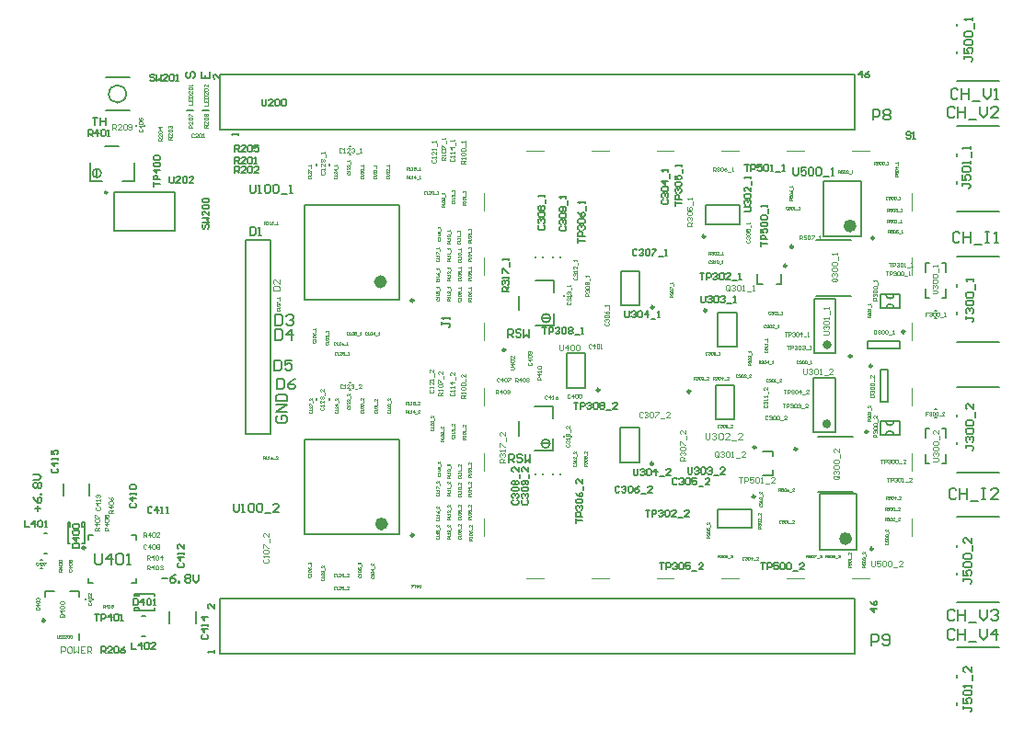
<source format=gto>
G04 Layer_Color=65535*
%FSLAX44Y44*%
%MOMM*%
G71*
G01*
G75*
%ADD61C,0.2000*%
%ADD63C,0.1500*%
%ADD69C,0.2500*%
%ADD70C,0.1200*%
%ADD92C,0.1000*%
%ADD93C,0.6000*%
%ADD94C,0.4000*%
%ADD95C,0.1270*%
%ADD96C,0.0500*%
%ADD97C,0.0800*%
%ADD98C,0.1300*%
%ADD99C,0.0600*%
%ADD100C,0.0700*%
%ADD101C,0.1600*%
D61*
X1250343Y1077500D02*
G03*
X1250343Y1077500I-4000J0D01*
G01*
X1566811Y1086651D02*
G03*
X1559191Y1086651I-3810J0D01*
G01*
Y1099351D02*
G03*
X1566811Y1099351I3810J0D01*
G01*
X1250000Y962000D02*
G03*
X1250000Y962000I-4000J0D01*
G01*
X1558943Y982530D02*
G03*
X1566563Y982530I3810J0D01*
G01*
Y969830D02*
G03*
X1558943Y969830I-3810J0D01*
G01*
X837000Y1211000D02*
G03*
X837000Y1211000I-4000J0D01*
G01*
X992999Y970800D02*
X993001Y1149800D01*
X969998Y970800D02*
X992999D01*
X969998D02*
X970000Y1149800D01*
X993001D01*
X822500Y818500D02*
Y819500D01*
X829500Y818500D02*
Y819500D01*
X781500Y847500D02*
X782500D01*
X781500Y854500D02*
X782500D01*
X785500Y821000D02*
Y826000D01*
X794000D01*
X816500Y821000D02*
Y826000D01*
X808000D02*
X816500D01*
X1595697Y1095903D02*
X1599000D01*
X1595700D02*
Y1104500D01*
X1614300Y1128096D02*
X1614300Y1119500D01*
X1611000Y1128096D02*
X1614303D01*
X1595700Y1119500D02*
X1595700Y1128096D01*
X1595697D02*
X1599000D01*
X1614300Y1095903D02*
X1614300Y1104500D01*
X1611000Y1095903D02*
X1614303D01*
X1611000Y976096D02*
X1614303D01*
X1614300Y967500D02*
Y976096D01*
X1595700Y952500D02*
X1595700Y943904D01*
X1595697D02*
X1599000D01*
X1614300D02*
X1614300Y952500D01*
X1611000Y943904D02*
X1614303D01*
X1595700Y967500D02*
X1595700Y976096D01*
X1595697D02*
X1599000D01*
X1624070Y1226620D02*
Y1228780D01*
Y1201220D02*
Y1203380D01*
Y1175680D02*
X1663070D01*
X1624070Y1254320D02*
X1663070D01*
X1624070Y866620D02*
Y868780D01*
Y841220D02*
Y843380D01*
Y815680D02*
X1663070D01*
X1624070Y894320D02*
X1663070D01*
X1624070Y986620D02*
Y988780D01*
Y961220D02*
Y963380D01*
Y935680D02*
X1663070D01*
X1624070Y1014320D02*
X1663070D01*
X1624070Y1106620D02*
Y1108780D01*
Y1081220D02*
Y1083380D01*
Y1055680D02*
X1663070D01*
X1624070Y1134320D02*
X1663070D01*
X1624070Y1346620D02*
Y1348780D01*
Y1321220D02*
Y1323380D01*
Y1295680D02*
X1663070D01*
X1624070Y746620D02*
Y748780D01*
Y721220D02*
Y723380D01*
Y774320D02*
X1663070D01*
X1221443Y1085000D02*
Y1098000D01*
X1242343Y1077500D02*
X1250343D01*
X1253243Y1071000D02*
Y1082000D01*
X1236343Y1071000D02*
X1253243D01*
Y1101000D02*
Y1112000D01*
X1236343D02*
X1253243D01*
X1560753Y1000181D02*
Y1030181D01*
X1553752Y1000181D02*
Y1030181D01*
Y1000181D02*
X1560753D01*
X1553752Y1030181D02*
X1560753D01*
X1441000Y1109250D02*
X1445500D01*
X1441000D02*
Y1118250D01*
X1458500Y1109250D02*
X1463000D01*
Y1118250D01*
X1243843Y1133000D02*
Y1134000D01*
X1236843Y1133000D02*
Y1134000D01*
X1262500Y968500D02*
Y969500D01*
X1269500Y968500D02*
Y969500D01*
X784400Y879400D02*
X787400D01*
X784400Y860600D02*
X787400D01*
X874500Y803400D02*
X877500D01*
X874500Y784600D02*
X877500D01*
X1404250Y1051000D02*
Y1083000D01*
X1421750Y1051000D02*
Y1083000D01*
X1404250D02*
X1421750D01*
X1404250Y1051000D02*
X1421750D01*
X1402250Y984000D02*
Y1016000D01*
X1419750Y984000D02*
Y1016000D01*
X1402250D02*
X1419750D01*
X1402250Y984000D02*
X1419750D01*
X1393000Y1164250D02*
X1425000D01*
X1393000Y1181750D02*
X1425000D01*
X1393000Y1164250D02*
Y1181750D01*
X1425000Y1164250D02*
Y1181750D01*
X817000Y781000D02*
Y787000D01*
X946150Y819150D02*
X1530350D01*
X946150Y768350D02*
Y819150D01*
Y768350D02*
X1530350D01*
Y819150D01*
X946150Y1301750D02*
X1530350D01*
Y1250950D02*
Y1301750D01*
X946150Y1250950D02*
X1530350D01*
X946150D02*
Y1301750D01*
X824900Y834000D02*
X829150D01*
X824900D02*
Y838250D01*
X864650Y834000D02*
X868900D01*
Y838250D01*
Y873750D02*
Y878000D01*
X864650D02*
X868900D01*
X824900D02*
X829150D01*
X824900Y873750D02*
Y878000D01*
X1498000Y915500D02*
X1532000D01*
X1498000Y864500D02*
X1532000D01*
X1498000D02*
Y915500D01*
X1532000Y864500D02*
Y915500D01*
X1502000Y1203500D02*
X1536000D01*
X1502000Y1152500D02*
X1536000D01*
X1502000D02*
Y1203500D01*
X1536000Y1152500D02*
Y1203500D01*
X1332250Y945000D02*
Y977000D01*
X1314750Y945000D02*
Y977000D01*
Y945000D02*
X1332250D01*
X1314750Y977000D02*
X1332250D01*
X1332750Y1089000D02*
Y1121000D01*
X1315250Y1089000D02*
Y1121000D01*
Y1089000D02*
X1332750D01*
X1315250Y1121000D02*
X1332750D01*
X867500Y821500D02*
Y823500D01*
X886500Y821500D02*
Y823500D01*
X867500Y808500D02*
Y810500D01*
X886500Y808500D02*
Y810500D01*
X867500Y823500D02*
X886500D01*
X867500Y808500D02*
X886500D01*
X867500Y810500D02*
X871500D01*
Y808500D02*
Y810500D01*
Y821500D02*
Y823500D01*
X867500Y821500D02*
X871500D01*
X819400Y889500D02*
X821400D01*
X819400Y870500D02*
X821400D01*
X806400Y889500D02*
X808400D01*
X806400Y870500D02*
X808400D01*
X821400D02*
Y889500D01*
X806400Y870500D02*
Y889500D01*
X808400Y885500D02*
Y889500D01*
X806400Y885500D02*
X808400D01*
X819400D02*
X821400D01*
X819400D02*
Y889500D01*
X801900Y914500D02*
Y925500D01*
X825900Y914500D02*
Y925500D01*
X1252500Y933500D02*
Y934500D01*
X1259500Y933500D02*
Y934500D01*
X1494950Y1098241D02*
X1527050D01*
X1494950Y1149741D02*
X1527050D01*
X1554111Y1086651D02*
Y1099351D01*
Y1086651D02*
X1571891D01*
Y1099351D01*
X1554111D02*
X1571891D01*
X1513000Y1045000D02*
Y1095000D01*
X1493000Y1045000D02*
Y1095000D01*
Y1045000D02*
X1513000D01*
X1493000Y1095000D02*
X1513000D01*
X1512753Y972181D02*
Y1022181D01*
X1492753Y972181D02*
Y1022181D01*
Y972181D02*
X1512753D01*
X1492753Y1022181D02*
X1512753D01*
X1604500Y1077500D02*
X1605500D01*
X1604500Y1084500D02*
X1605500D01*
X1221100Y969500D02*
Y982500D01*
X1242000Y962000D02*
X1250000D01*
X1252900Y955500D02*
Y966500D01*
X1236000Y955500D02*
X1252900D01*
Y985500D02*
Y996500D01*
X1236000D02*
X1252900D01*
X1496950Y917241D02*
X1529050D01*
X1496950Y968741D02*
X1529050D01*
X1454750Y933000D02*
Y937500D01*
X1445750Y933000D02*
X1454750D01*
Y950500D02*
Y955000D01*
X1445750D02*
X1454750D01*
X1024500Y1181500D02*
X1111500D01*
X1024500Y1094500D02*
X1111500D01*
X1024500D02*
Y1181500D01*
X1111500Y1094500D02*
Y1181500D01*
X1024500Y965500D02*
X1111500D01*
X1024500Y878500D02*
X1111500D01*
X1024500D02*
Y965500D01*
X1111500Y878500D02*
Y965500D01*
X923900Y796500D02*
Y807500D01*
X899900Y796500D02*
Y807500D01*
X1604500Y993500D02*
X1605500D01*
X1604500Y986500D02*
X1605500D01*
X1542000Y1049500D02*
X1572000D01*
X1542000Y1056500D02*
X1572000D01*
X1542000Y1049500D02*
Y1056500D01*
X1572000Y1049500D02*
Y1056500D01*
X1553863Y969830D02*
Y982530D01*
X1571643D01*
Y969830D02*
Y982530D01*
X1553863Y969830D02*
X1571643D01*
X1252843Y1133000D02*
Y1134000D01*
X1259843Y1133000D02*
Y1134000D01*
X1243500Y933500D02*
Y934500D01*
X1236500Y933500D02*
Y934500D01*
X1262843Y1098000D02*
Y1099000D01*
X1269843Y1098000D02*
Y1099000D01*
X1282750Y1013000D02*
Y1045000D01*
X1265250Y1013000D02*
Y1045000D01*
Y1013000D02*
X1282750D01*
X1265250Y1045000D02*
X1282750D01*
X1404000Y901750D02*
X1436000D01*
X1404000Y884250D02*
X1436000D01*
Y901750D01*
X1404000Y884250D02*
Y901750D01*
X1035250Y1218500D02*
Y1219500D01*
X1046750Y1218500D02*
Y1219500D01*
X1035250Y1002500D02*
Y1003500D01*
X1046750Y1002500D02*
Y1003500D01*
X1065500Y1018500D02*
X1066500D01*
X1065500Y1011500D02*
X1066500D01*
X1065500Y1235500D02*
X1066500D01*
X1065500Y1228500D02*
X1066500D01*
X840500Y1235900D02*
X853500D01*
X833000Y1207000D02*
Y1215000D01*
X826500Y1204100D02*
X837500D01*
X826500D02*
Y1221000D01*
X856500Y1204100D02*
X867500D01*
Y1221000D01*
X869500Y1254500D02*
Y1255500D01*
X876500Y1254500D02*
Y1255500D01*
X916000Y1269000D02*
X922000D01*
X930000D02*
X936000D01*
X831000Y860997D02*
Y852666D01*
X832666Y851000D01*
X835998D01*
X837664Y852666D01*
Y860997D01*
X845995Y851000D02*
Y860997D01*
X840997Y855998D01*
X847661D01*
X850993Y859331D02*
X852660Y860997D01*
X855992D01*
X857658Y859331D01*
Y852666D01*
X855992Y851000D01*
X852660D01*
X850993Y852666D01*
Y859331D01*
X860990Y851000D02*
X864323D01*
X862656D01*
Y860997D01*
X860990Y859331D01*
X1546000Y776000D02*
Y785997D01*
X1550998D01*
X1552664Y784331D01*
Y780998D01*
X1550998Y779332D01*
X1546000D01*
X1555997Y777666D02*
X1557663Y776000D01*
X1560995D01*
X1562661Y777666D01*
Y784331D01*
X1560995Y785997D01*
X1557663D01*
X1555997Y784331D01*
Y782664D01*
X1557663Y780998D01*
X1562661D01*
X1547000Y1260000D02*
Y1269997D01*
X1551998D01*
X1553665Y1268331D01*
Y1264998D01*
X1551998Y1263332D01*
X1547000D01*
X1556997Y1268331D02*
X1558663Y1269997D01*
X1561995D01*
X1563661Y1268331D01*
Y1266665D01*
X1561995Y1264998D01*
X1563661Y1263332D01*
Y1261666D01*
X1561995Y1260000D01*
X1558663D01*
X1556997Y1261666D01*
Y1263332D01*
X1558663Y1264998D01*
X1556997Y1266665D01*
Y1268331D01*
X1558663Y1264998D02*
X1561995D01*
X1627331Y1155331D02*
X1625665Y1156997D01*
X1622332D01*
X1620666Y1155331D01*
Y1148666D01*
X1622332Y1147000D01*
X1625665D01*
X1627331Y1148666D01*
X1630663Y1156997D02*
Y1147000D01*
Y1151998D01*
X1637327D01*
Y1156997D01*
Y1147000D01*
X1640660Y1145334D02*
X1647324D01*
X1650656Y1156997D02*
X1653989D01*
X1652323D01*
Y1147000D01*
X1650656D01*
X1653989D01*
X1658987D02*
X1662319D01*
X1660653D01*
Y1156997D01*
X1658987Y1155331D01*
X1623998Y919331D02*
X1622332Y920997D01*
X1619000D01*
X1617334Y919331D01*
Y912666D01*
X1619000Y911000D01*
X1622332D01*
X1623998Y912666D01*
X1627331Y920997D02*
Y911000D01*
Y915998D01*
X1633995D01*
Y920997D01*
Y911000D01*
X1637328Y909334D02*
X1643992D01*
X1647324Y920997D02*
X1650656D01*
X1648990D01*
Y911000D01*
X1647324D01*
X1650656D01*
X1662319D02*
X1655655D01*
X1662319Y917664D01*
Y919331D01*
X1660653Y920997D01*
X1657321D01*
X1655655Y919331D01*
X1622332Y1270331D02*
X1620666Y1271997D01*
X1617334D01*
X1615668Y1270331D01*
Y1263666D01*
X1617334Y1262000D01*
X1620666D01*
X1622332Y1263666D01*
X1625665Y1271997D02*
Y1262000D01*
Y1266998D01*
X1632329D01*
Y1271997D01*
Y1262000D01*
X1635661Y1260334D02*
X1642326D01*
X1645658Y1271997D02*
Y1265332D01*
X1648990Y1262000D01*
X1652323Y1265332D01*
Y1271997D01*
X1662319Y1262000D02*
X1655655D01*
X1662319Y1268664D01*
Y1270331D01*
X1660653Y1271997D01*
X1657321D01*
X1655655Y1270331D01*
X1625665Y1287331D02*
X1623998Y1288997D01*
X1620666D01*
X1619000Y1287331D01*
Y1280666D01*
X1620666Y1279000D01*
X1623998D01*
X1625665Y1280666D01*
X1628997Y1288997D02*
Y1279000D01*
Y1283998D01*
X1635661D01*
Y1288997D01*
Y1279000D01*
X1638994Y1277334D02*
X1645658D01*
X1648990Y1288997D02*
Y1282332D01*
X1652323Y1279000D01*
X1655655Y1282332D01*
Y1288997D01*
X1658987Y1279000D02*
X1662319D01*
X1660653D01*
Y1288997D01*
X1658987Y1287331D01*
X1622332Y807331D02*
X1620666Y808997D01*
X1617334D01*
X1615668Y807331D01*
Y800666D01*
X1617334Y799000D01*
X1620666D01*
X1622332Y800666D01*
X1625665Y808997D02*
Y799000D01*
Y803998D01*
X1632329D01*
Y808997D01*
Y799000D01*
X1635661Y797334D02*
X1642326D01*
X1645658Y808997D02*
Y802332D01*
X1648990Y799000D01*
X1652323Y802332D01*
Y808997D01*
X1655655Y807331D02*
X1657321Y808997D01*
X1660653D01*
X1662319Y807331D01*
Y805665D01*
X1660653Y803998D01*
X1658987D01*
X1660653D01*
X1662319Y802332D01*
Y800666D01*
X1660653Y799000D01*
X1657321D01*
X1655655Y800666D01*
X1622332Y789331D02*
X1620666Y790997D01*
X1617334D01*
X1615668Y789331D01*
Y782666D01*
X1617334Y781000D01*
X1620666D01*
X1622332Y782666D01*
X1625665Y790997D02*
Y781000D01*
Y785998D01*
X1632329D01*
Y790997D01*
Y781000D01*
X1635661Y779334D02*
X1642326D01*
X1645658Y790997D02*
Y784332D01*
X1648990Y781000D01*
X1652323Y784332D01*
Y790997D01*
X1660653Y781000D02*
Y790997D01*
X1655655Y785998D01*
X1662319D01*
X999669Y987664D02*
X998003Y985998D01*
Y982666D01*
X999669Y981000D01*
X1006334D01*
X1008000Y982666D01*
Y985998D01*
X1006334Y987664D01*
X1003002D01*
Y984332D01*
X1008000Y990997D02*
X998003D01*
X1008000Y997661D01*
X998003D01*
Y1000994D02*
X1008000D01*
Y1005992D01*
X1006334Y1007658D01*
X999669D01*
X998003Y1005992D01*
Y1000994D01*
X999000Y1021997D02*
Y1012000D01*
X1003998D01*
X1005665Y1013666D01*
Y1020331D01*
X1003998Y1021997D01*
X999000D01*
X1015661D02*
X1012329Y1020331D01*
X1008997Y1016998D01*
Y1013666D01*
X1010663Y1012000D01*
X1013995D01*
X1015661Y1013666D01*
Y1015332D01*
X1013995Y1016998D01*
X1008997D01*
X996000Y1038997D02*
Y1029000D01*
X1000998D01*
X1002664Y1030666D01*
Y1037331D01*
X1000998Y1038997D01*
X996000D01*
X1012661D02*
X1005997D01*
Y1033998D01*
X1009329Y1035665D01*
X1010995D01*
X1012661Y1033998D01*
Y1030666D01*
X1010995Y1029000D01*
X1007663D01*
X1005997Y1030666D01*
X997000Y1066997D02*
Y1057000D01*
X1001998D01*
X1003664Y1058666D01*
Y1065331D01*
X1001998Y1066997D01*
X997000D01*
X1011995Y1057000D02*
Y1066997D01*
X1006997Y1061998D01*
X1013661D01*
X997000Y1080997D02*
Y1071000D01*
X1001998D01*
X1003664Y1072666D01*
Y1079331D01*
X1001998Y1080997D01*
X997000D01*
X1006997Y1079331D02*
X1008663Y1080997D01*
X1011995D01*
X1013661Y1079331D01*
Y1077664D01*
X1011995Y1075998D01*
X1010329D01*
X1011995D01*
X1013661Y1074332D01*
Y1072666D01*
X1011995Y1071000D01*
X1008663D01*
X1006997Y1072666D01*
D63*
X1212000Y945000D02*
Y952498D01*
X1215749D01*
X1216998Y951248D01*
Y948749D01*
X1215749Y947499D01*
X1212000D01*
X1214499D02*
X1216998Y945000D01*
X1224496Y951248D02*
X1223246Y952498D01*
X1220747D01*
X1219498Y951248D01*
Y949998D01*
X1220747Y948749D01*
X1223246D01*
X1224496Y947499D01*
Y946250D01*
X1223246Y945000D01*
X1220747D01*
X1219498Y946250D01*
X1226995Y952498D02*
Y945000D01*
X1229494Y947499D01*
X1231994Y945000D01*
Y952498D01*
X1211000Y1060000D02*
Y1067498D01*
X1214749D01*
X1215998Y1066248D01*
Y1063749D01*
X1214749Y1062499D01*
X1211000D01*
X1213499D02*
X1215998Y1060000D01*
X1223496Y1066248D02*
X1222246Y1067498D01*
X1219747D01*
X1218498Y1066248D01*
Y1064998D01*
X1219747Y1063749D01*
X1222246D01*
X1223496Y1062499D01*
Y1061250D01*
X1222246Y1060000D01*
X1219747D01*
X1218498Y1061250D01*
X1225995Y1067498D02*
Y1060000D01*
X1228494Y1062499D01*
X1230994Y1060000D01*
Y1067498D01*
X829000Y1262498D02*
X833998D01*
X831499D01*
Y1255000D01*
X836498Y1262498D02*
Y1255000D01*
Y1258749D01*
X841496D01*
Y1262498D01*
Y1255000D01*
X893000Y837749D02*
X897998D01*
X905496Y841498D02*
X902997Y840248D01*
X900498Y837749D01*
Y835250D01*
X901747Y834000D01*
X904246D01*
X905496Y835250D01*
Y836499D01*
X904246Y837749D01*
X900498D01*
X907995Y834000D02*
Y835250D01*
X909245D01*
Y834000D01*
X907995D01*
X914243Y840248D02*
X915493Y841498D01*
X917992D01*
X919242Y840248D01*
Y838998D01*
X917992Y837749D01*
X919242Y836499D01*
Y835250D01*
X917992Y834000D01*
X915493D01*
X914243Y835250D01*
Y836499D01*
X915493Y837749D01*
X914243Y838998D01*
Y840248D01*
X915493Y837749D02*
X917992D01*
X921741Y841498D02*
Y836499D01*
X924240Y834000D01*
X926739Y836499D01*
Y841498D01*
X778251Y900000D02*
Y904998D01*
X775752Y902499D02*
X780750D01*
X774502Y912496D02*
X775752Y909997D01*
X778251Y907498D01*
X780750D01*
X782000Y908747D01*
Y911246D01*
X780750Y912496D01*
X779501D01*
X778251Y911246D01*
Y907498D01*
X782000Y914995D02*
X780750D01*
Y916245D01*
X782000D01*
Y914995D01*
X775752Y921243D02*
X774502Y922493D01*
Y924992D01*
X775752Y926242D01*
X777002D01*
X778251Y924992D01*
X779501Y926242D01*
X780750D01*
X782000Y924992D01*
Y922493D01*
X780750Y921243D01*
X779501D01*
X778251Y922493D01*
X777002Y921243D01*
X775752D01*
X778251Y922493D02*
Y924992D01*
X774502Y928741D02*
X779501D01*
X782000Y931240D01*
X779501Y933739D01*
X774502D01*
X1150502Y1073798D02*
Y1071299D01*
Y1072549D01*
X1156750D01*
X1158000Y1071299D01*
Y1070050D01*
X1156750Y1068800D01*
X1158000Y1076298D02*
Y1078797D01*
Y1077547D01*
X1150502D01*
X1151752Y1076298D01*
X1630502Y719998D02*
Y717499D01*
Y718749D01*
X1636750D01*
X1638000Y717499D01*
Y716250D01*
X1636750Y715000D01*
X1630502Y727496D02*
Y722498D01*
X1634251D01*
X1633002Y724997D01*
Y726246D01*
X1634251Y727496D01*
X1636750D01*
X1638000Y726246D01*
Y723747D01*
X1636750Y722498D01*
X1631752Y729995D02*
X1630502Y731245D01*
Y733744D01*
X1631752Y734994D01*
X1636750D01*
X1638000Y733744D01*
Y731245D01*
X1636750Y729995D01*
X1631752D01*
X1638000Y737493D02*
Y739992D01*
Y738742D01*
X1630502D01*
X1631752Y737493D01*
X1639250Y743741D02*
Y748739D01*
X1638000Y756237D02*
Y751238D01*
X1633002Y756237D01*
X1631752D01*
X1630502Y754987D01*
Y752488D01*
X1631752Y751238D01*
X1474000Y1215998D02*
Y1210166D01*
X1475166Y1209000D01*
X1477499D01*
X1478665Y1210166D01*
Y1215998D01*
X1485663D02*
X1480998D01*
Y1212499D01*
X1483330Y1213665D01*
X1484497D01*
X1485663Y1212499D01*
Y1210166D01*
X1484497Y1209000D01*
X1482164D01*
X1480998Y1210166D01*
X1487995Y1214831D02*
X1489162Y1215998D01*
X1491494D01*
X1492661Y1214831D01*
Y1210166D01*
X1491494Y1209000D01*
X1489162D01*
X1487995Y1210166D01*
Y1214831D01*
X1494993D02*
X1496160Y1215998D01*
X1498492D01*
X1499658Y1214831D01*
Y1210166D01*
X1498492Y1209000D01*
X1496160D01*
X1494993Y1210166D01*
Y1214831D01*
X1501991Y1207834D02*
X1506656D01*
X1508989Y1209000D02*
X1511321D01*
X1510155D01*
Y1215998D01*
X1508989Y1214831D01*
X974000Y1200498D02*
Y1194250D01*
X975250Y1193000D01*
X977749D01*
X978998Y1194250D01*
Y1200498D01*
X981498Y1193000D02*
X983997D01*
X982747D01*
Y1200498D01*
X981498Y1199248D01*
X987746D02*
X988995Y1200498D01*
X991494D01*
X992744Y1199248D01*
Y1194250D01*
X991494Y1193000D01*
X988995D01*
X987746Y1194250D01*
Y1199248D01*
X995243D02*
X996493Y1200498D01*
X998992D01*
X1000242Y1199248D01*
Y1194250D01*
X998992Y1193000D01*
X996493D01*
X995243Y1194250D01*
Y1199248D01*
X1002741Y1191750D02*
X1007739D01*
X1010238Y1193000D02*
X1012738D01*
X1011488D01*
Y1200498D01*
X1010238Y1199248D01*
X959000Y906498D02*
Y900250D01*
X960250Y899000D01*
X962749D01*
X963998Y900250D01*
Y906498D01*
X966498Y899000D02*
X968997D01*
X967747D01*
Y906498D01*
X966498Y905248D01*
X972746D02*
X973995Y906498D01*
X976494D01*
X977744Y905248D01*
Y900250D01*
X976494Y899000D01*
X973995D01*
X972746Y900250D01*
Y905248D01*
X980243D02*
X981493Y906498D01*
X983992D01*
X985242Y905248D01*
Y900250D01*
X983992Y899000D01*
X981493D01*
X980243Y900250D01*
Y905248D01*
X987741Y897750D02*
X992739D01*
X1000237Y899000D02*
X995238D01*
X1000237Y903998D01*
Y905248D01*
X998987Y906498D01*
X996488D01*
X995238Y905248D01*
X1631502Y1318998D02*
Y1316499D01*
Y1317749D01*
X1637750D01*
X1639000Y1316499D01*
Y1315250D01*
X1637750Y1314000D01*
X1631502Y1326496D02*
Y1321498D01*
X1635251D01*
X1634002Y1323997D01*
Y1325246D01*
X1635251Y1326496D01*
X1637750D01*
X1639000Y1325246D01*
Y1322747D01*
X1637750Y1321498D01*
X1632752Y1328995D02*
X1631502Y1330245D01*
Y1332744D01*
X1632752Y1333994D01*
X1637750D01*
X1639000Y1332744D01*
Y1330245D01*
X1637750Y1328995D01*
X1632752D01*
Y1336493D02*
X1631502Y1337742D01*
Y1340242D01*
X1632752Y1341491D01*
X1637750D01*
X1639000Y1340242D01*
Y1337742D01*
X1637750Y1336493D01*
X1632752D01*
X1640250Y1343990D02*
Y1348989D01*
X1639000Y1351488D02*
Y1353987D01*
Y1352738D01*
X1631502D01*
X1632752Y1351488D01*
X1632502Y1078998D02*
Y1076499D01*
Y1077749D01*
X1638750D01*
X1640000Y1076499D01*
Y1075250D01*
X1638750Y1074000D01*
X1633752Y1081498D02*
X1632502Y1082747D01*
Y1085246D01*
X1633752Y1086496D01*
X1635002D01*
X1636251Y1085246D01*
Y1083997D01*
Y1085246D01*
X1637501Y1086496D01*
X1638750D01*
X1640000Y1085246D01*
Y1082747D01*
X1638750Y1081498D01*
X1633752Y1088995D02*
X1632502Y1090245D01*
Y1092744D01*
X1633752Y1093994D01*
X1638750D01*
X1640000Y1092744D01*
Y1090245D01*
X1638750Y1088995D01*
X1633752D01*
Y1096493D02*
X1632502Y1097742D01*
Y1100242D01*
X1633752Y1101491D01*
X1638750D01*
X1640000Y1100242D01*
Y1097742D01*
X1638750Y1096493D01*
X1633752D01*
X1641250Y1103990D02*
Y1108989D01*
X1640000Y1111488D02*
Y1113987D01*
Y1112738D01*
X1632502D01*
X1633752Y1111488D01*
X1632502Y960998D02*
Y958499D01*
Y959749D01*
X1638750D01*
X1640000Y958499D01*
Y957250D01*
X1638750Y956000D01*
X1633752Y963498D02*
X1632502Y964747D01*
Y967246D01*
X1633752Y968496D01*
X1635002D01*
X1636251Y967246D01*
Y965997D01*
Y967246D01*
X1637501Y968496D01*
X1638750D01*
X1640000Y967246D01*
Y964747D01*
X1638750Y963498D01*
X1633752Y970995D02*
X1632502Y972245D01*
Y974744D01*
X1633752Y975994D01*
X1638750D01*
X1640000Y974744D01*
Y972245D01*
X1638750Y970995D01*
X1633752D01*
Y978493D02*
X1632502Y979742D01*
Y982242D01*
X1633752Y983491D01*
X1638750D01*
X1640000Y982242D01*
Y979742D01*
X1638750Y978493D01*
X1633752D01*
X1641250Y985990D02*
Y990989D01*
X1640000Y998486D02*
Y993488D01*
X1635002Y998486D01*
X1633752D01*
X1632502Y997237D01*
Y994738D01*
X1633752Y993488D01*
X1630502Y837998D02*
Y835499D01*
Y836749D01*
X1636750D01*
X1638000Y835499D01*
Y834250D01*
X1636750Y833000D01*
X1630502Y845496D02*
Y840498D01*
X1634251D01*
X1633002Y842997D01*
Y844246D01*
X1634251Y845496D01*
X1636750D01*
X1638000Y844246D01*
Y841747D01*
X1636750Y840498D01*
X1631752Y847995D02*
X1630502Y849245D01*
Y851744D01*
X1631752Y852994D01*
X1636750D01*
X1638000Y851744D01*
Y849245D01*
X1636750Y847995D01*
X1631752D01*
Y855493D02*
X1630502Y856742D01*
Y859242D01*
X1631752Y860491D01*
X1636750D01*
X1638000Y859242D01*
Y856742D01*
X1636750Y855493D01*
X1631752D01*
X1639250Y862990D02*
Y867989D01*
X1638000Y875486D02*
Y870488D01*
X1633002Y875486D01*
X1631752D01*
X1630502Y874237D01*
Y871738D01*
X1631752Y870488D01*
X1629502Y1201998D02*
Y1199499D01*
Y1200749D01*
X1635750D01*
X1637000Y1199499D01*
Y1198250D01*
X1635750Y1197000D01*
X1629502Y1209496D02*
Y1204498D01*
X1633251D01*
X1632002Y1206997D01*
Y1208246D01*
X1633251Y1209496D01*
X1635750D01*
X1637000Y1208246D01*
Y1205747D01*
X1635750Y1204498D01*
X1630752Y1211995D02*
X1629502Y1213245D01*
Y1215744D01*
X1630752Y1216994D01*
X1635750D01*
X1637000Y1215744D01*
Y1213245D01*
X1635750Y1211995D01*
X1630752D01*
X1637000Y1219493D02*
Y1221992D01*
Y1220742D01*
X1629502D01*
X1630752Y1219493D01*
X1638250Y1225741D02*
Y1230739D01*
X1637000Y1233238D02*
Y1235738D01*
Y1234488D01*
X1629502D01*
X1630752Y1233238D01*
X974000Y1161498D02*
Y1154000D01*
X977749D01*
X978998Y1155250D01*
Y1160248D01*
X977749Y1161498D01*
X974000D01*
X981498Y1154000D02*
X983997D01*
X982747D01*
Y1161498D01*
X981498Y1160248D01*
D69*
X785250Y799000D02*
G03*
X785250Y799000I-1250J0D01*
G01*
X1209000Y1048250D02*
G03*
X1209000Y1048250I-1250J0D01*
G01*
X842400Y1193350D02*
G03*
X842400Y1193350I-1000J0D01*
G01*
X1546503Y1033431D02*
G03*
X1546503Y1033431I-1250J0D01*
G01*
X1467750Y1125750D02*
G03*
X1467750Y1125750I-1250J0D01*
G01*
X1394000Y1084500D02*
G03*
X1394000Y1084500I-1250J0D01*
G01*
X1379250Y1010000D02*
G03*
X1379250Y1010000I-1250J0D01*
G01*
X1392750Y1152750D02*
G03*
X1392750Y1152750I-1250J0D01*
G01*
X822250Y866000D02*
G03*
X822250Y866000I-1250J0D01*
G01*
X1547250Y865000D02*
G03*
X1547250Y865000I-1250J0D01*
G01*
X1548250Y1151250D02*
G03*
X1548250Y1151250I-1250J0D01*
G01*
X1345000Y943500D02*
G03*
X1345000Y943500I-1250J0D01*
G01*
X1345500Y1087500D02*
G03*
X1345500Y1087500I-1250J0D01*
G01*
X1473749Y1143251D02*
G03*
X1473749Y1143251I-1250J0D01*
G01*
X1527750Y1042450D02*
G03*
X1527750Y1042450I-1250J0D01*
G01*
X1542500Y973000D02*
G03*
X1542500Y973000I-1250J0D01*
G01*
X1477250Y957000D02*
G03*
X1477250Y957000I-1250J0D01*
G01*
X1439500Y958500D02*
G03*
X1439500Y958500I-1250J0D01*
G01*
X1124500Y1093750D02*
G03*
X1124500Y1093750I-1250J0D01*
G01*
Y877750D02*
G03*
X1124500Y877750I-1250J0D01*
G01*
X1576500Y1065000D02*
G03*
X1576500Y1065000I-1250J0D01*
G01*
X1295500Y1011500D02*
G03*
X1295500Y1011500I-1250J0D01*
G01*
X1438750Y913250D02*
G03*
X1438750Y913250I-1250J0D01*
G01*
D70*
X1393000Y971998D02*
Y967000D01*
X1394000Y966000D01*
X1395999D01*
X1396999Y967000D01*
Y971998D01*
X1398998Y970998D02*
X1399998Y971998D01*
X1401997D01*
X1402997Y970998D01*
Y969999D01*
X1401997Y968999D01*
X1400997D01*
X1401997D01*
X1402997Y967999D01*
Y967000D01*
X1401997Y966000D01*
X1399998D01*
X1398998Y967000D01*
X1404996Y970998D02*
X1405996Y971998D01*
X1407995D01*
X1408995Y970998D01*
Y967000D01*
X1407995Y966000D01*
X1405996D01*
X1404996Y967000D01*
Y970998D01*
X1414993Y966000D02*
X1410994D01*
X1414993Y969999D01*
Y970998D01*
X1413993Y971998D01*
X1411994D01*
X1410994Y970998D01*
X1416992Y965000D02*
X1420991D01*
X1426989Y966000D02*
X1422990D01*
X1426989Y969999D01*
Y970998D01*
X1425989Y971998D01*
X1423990D01*
X1422990Y970998D01*
X1546000Y853998D02*
Y849833D01*
X1546833Y849000D01*
X1548499D01*
X1549332Y849833D01*
Y853998D01*
X1554331D02*
X1550998D01*
Y851499D01*
X1552664Y852332D01*
X1553498D01*
X1554331Y851499D01*
Y849833D01*
X1553498Y849000D01*
X1551831D01*
X1550998Y849833D01*
X1555997Y853165D02*
X1556830Y853998D01*
X1558496D01*
X1559329Y853165D01*
Y849833D01*
X1558496Y849000D01*
X1556830D01*
X1555997Y849833D01*
Y853165D01*
X1560995D02*
X1561828Y853998D01*
X1563494D01*
X1564327Y853165D01*
Y849833D01*
X1563494Y849000D01*
X1561828D01*
X1560995Y849833D01*
Y853165D01*
X1565993Y848167D02*
X1569326D01*
X1574324Y849000D02*
X1570992D01*
X1574324Y852332D01*
Y853165D01*
X1573491Y853998D01*
X1571825D01*
X1570992Y853165D01*
X1259000Y1052998D02*
Y1048833D01*
X1259833Y1048000D01*
X1261499D01*
X1262332Y1048833D01*
Y1052998D01*
X1266497Y1048000D02*
Y1052998D01*
X1263998Y1050499D01*
X1267331D01*
X1268997Y1052165D02*
X1269830Y1052998D01*
X1271496D01*
X1272329Y1052165D01*
Y1048833D01*
X1271496Y1048000D01*
X1269830D01*
X1268997Y1048833D01*
Y1052165D01*
X1273995D02*
X1274828Y1052998D01*
X1276494D01*
X1277327Y1052165D01*
Y1048833D01*
X1276494Y1048000D01*
X1274828D01*
X1273995Y1048833D01*
Y1052165D01*
X1335332Y990165D02*
X1334499Y990998D01*
X1332833D01*
X1332000Y990165D01*
Y986833D01*
X1332833Y986000D01*
X1334499D01*
X1335332Y986833D01*
X1336998Y990165D02*
X1337831Y990998D01*
X1339498D01*
X1340331Y990165D01*
Y989332D01*
X1339498Y988499D01*
X1338665D01*
X1339498D01*
X1340331Y987666D01*
Y986833D01*
X1339498Y986000D01*
X1337831D01*
X1336998Y986833D01*
X1341997Y990165D02*
X1342830Y990998D01*
X1344496D01*
X1345329Y990165D01*
Y986833D01*
X1344496Y986000D01*
X1342830D01*
X1341997Y986833D01*
Y990165D01*
X1346995Y990998D02*
X1350327D01*
Y990165D01*
X1346995Y986833D01*
Y986000D01*
X1351994Y985167D02*
X1355326D01*
X1360324Y986000D02*
X1356992D01*
X1360324Y989332D01*
Y990165D01*
X1359491Y990998D01*
X1357825D01*
X1356992Y990165D01*
X1209000Y945000D02*
X1204002D01*
Y947499D01*
X1204835Y948332D01*
X1206501D01*
X1207334Y947499D01*
Y945000D01*
Y946666D02*
X1209000Y948332D01*
X1204835Y949998D02*
X1204002Y950831D01*
Y952497D01*
X1204835Y953331D01*
X1205668D01*
X1206501Y952497D01*
Y951665D01*
Y952497D01*
X1207334Y953331D01*
X1208167D01*
X1209000Y952497D01*
Y950831D01*
X1208167Y949998D01*
X1209000Y954997D02*
Y956663D01*
Y955830D01*
X1204002D01*
X1204835Y954997D01*
X1204002Y959162D02*
Y962494D01*
X1204835D01*
X1208167Y959162D01*
X1209000D01*
X1209833Y964160D02*
Y967493D01*
X1209000Y972491D02*
Y969159D01*
X1205668Y972491D01*
X1204835D01*
X1204002Y971658D01*
Y969992D01*
X1204835Y969159D01*
X800000Y769000D02*
Y774998D01*
X802999D01*
X803999Y773998D01*
Y771999D01*
X802999Y770999D01*
X800000D01*
X808997Y774998D02*
X806998D01*
X805998Y773998D01*
Y770000D01*
X806998Y769000D01*
X808997D01*
X809997Y770000D01*
Y773998D01*
X808997Y774998D01*
X811996D02*
Y769000D01*
X813996Y770999D01*
X815995Y769000D01*
Y774998D01*
X821993D02*
X817994D01*
Y769000D01*
X821993D01*
X817994Y771999D02*
X819994D01*
X823992Y769000D02*
Y774998D01*
X826991D01*
X827991Y773998D01*
Y771999D01*
X826991Y770999D01*
X823992D01*
X825992D02*
X827991Y769000D01*
X995002Y1103000D02*
X1001000D01*
Y1105999D01*
X1000000Y1106999D01*
X996002D01*
X995002Y1105999D01*
Y1103000D01*
X1001000Y1112997D02*
Y1108998D01*
X997001Y1112997D01*
X996002D01*
X995002Y1111997D01*
Y1109998D01*
X996002Y1108998D01*
D92*
X891500Y1236000D02*
G03*
X891500Y1236000I-500J0D01*
G01*
X1058666Y1233332D02*
X1057999Y1233999D01*
X1056666D01*
X1056000Y1233332D01*
Y1230666D01*
X1056666Y1230000D01*
X1057999D01*
X1058666Y1230666D01*
X1059999Y1230000D02*
X1061332D01*
X1060665D01*
Y1233999D01*
X1059999Y1233332D01*
X1065997Y1230000D02*
X1063331D01*
X1065997Y1232666D01*
Y1233332D01*
X1065330Y1233999D01*
X1063997D01*
X1063331Y1233332D01*
X1067330D02*
X1067996Y1233999D01*
X1069329D01*
X1069995Y1233332D01*
Y1232666D01*
X1069329Y1231999D01*
X1068662D01*
X1069329D01*
X1069995Y1231333D01*
Y1230666D01*
X1069329Y1230000D01*
X1067996D01*
X1067330Y1230666D01*
X1071328Y1229334D02*
X1073994D01*
X1075327Y1230000D02*
X1076660D01*
X1075993D01*
Y1233999D01*
X1075327Y1233332D01*
X1172000Y1004000D02*
X1168001D01*
Y1005999D01*
X1168668Y1006666D01*
X1170001D01*
X1170667Y1005999D01*
Y1004000D01*
Y1005333D02*
X1172000Y1006666D01*
Y1007999D02*
Y1009332D01*
Y1008665D01*
X1168001D01*
X1168668Y1007999D01*
Y1011331D02*
X1168001Y1011997D01*
Y1013330D01*
X1168668Y1013997D01*
X1171333D01*
X1172000Y1013330D01*
Y1011997D01*
X1171333Y1011331D01*
X1168668D01*
Y1015330D02*
X1168001Y1015996D01*
Y1017329D01*
X1168668Y1017995D01*
X1171333D01*
X1172000Y1017329D01*
Y1015996D01*
X1171333Y1015330D01*
X1168668D01*
X1172666Y1019328D02*
Y1021994D01*
X1172000Y1025993D02*
Y1023327D01*
X1169334Y1025993D01*
X1168668D01*
X1168001Y1025326D01*
Y1023994D01*
X1168668Y1023327D01*
X1172000Y1220000D02*
X1168001D01*
Y1221999D01*
X1168668Y1222666D01*
X1170001D01*
X1170667Y1221999D01*
Y1220000D01*
Y1221333D02*
X1172000Y1222666D01*
Y1223999D02*
Y1225332D01*
Y1224665D01*
X1168001D01*
X1168668Y1223999D01*
Y1227331D02*
X1168001Y1227997D01*
Y1229330D01*
X1168668Y1229997D01*
X1171333D01*
X1172000Y1229330D01*
Y1227997D01*
X1171333Y1227331D01*
X1168668D01*
Y1231330D02*
X1168001Y1231996D01*
Y1233329D01*
X1168668Y1233995D01*
X1171333D01*
X1172000Y1233329D01*
Y1231996D01*
X1171333Y1231330D01*
X1168668D01*
X1172666Y1235328D02*
Y1237994D01*
X1172000Y1239327D02*
Y1240660D01*
Y1239994D01*
X1168001D01*
X1168668Y1239327D01*
X1151000Y1006500D02*
X1147001D01*
Y1008499D01*
X1147668Y1009166D01*
X1149001D01*
X1149667Y1008499D01*
Y1006500D01*
Y1007833D02*
X1151000Y1009166D01*
Y1010499D02*
Y1011832D01*
Y1011165D01*
X1147001D01*
X1147668Y1010499D01*
Y1013831D02*
X1147001Y1014497D01*
Y1015830D01*
X1147668Y1016497D01*
X1150334D01*
X1151000Y1015830D01*
Y1014497D01*
X1150334Y1013831D01*
X1147668D01*
X1147001Y1017830D02*
Y1020495D01*
X1147668D01*
X1150334Y1017830D01*
X1151000D01*
X1151666Y1021828D02*
Y1024494D01*
X1151000Y1028493D02*
Y1025827D01*
X1148334Y1028493D01*
X1147668D01*
X1147001Y1027826D01*
Y1026493D01*
X1147668Y1025827D01*
X1154000Y1223000D02*
X1150001D01*
Y1224999D01*
X1150668Y1225666D01*
X1152001D01*
X1152667Y1224999D01*
Y1223000D01*
Y1224333D02*
X1154000Y1225666D01*
Y1226999D02*
Y1228332D01*
Y1227665D01*
X1150001D01*
X1150668Y1226999D01*
Y1230331D02*
X1150001Y1230997D01*
Y1232330D01*
X1150668Y1232997D01*
X1153334D01*
X1154000Y1232330D01*
Y1230997D01*
X1153334Y1230331D01*
X1150668D01*
X1150001Y1234330D02*
Y1236995D01*
X1150668D01*
X1153334Y1234330D01*
X1154000D01*
X1154666Y1238328D02*
Y1240994D01*
X1154000Y1242327D02*
Y1243660D01*
Y1242993D01*
X1150001D01*
X1150668Y1242327D01*
X1158668Y1008666D02*
X1158001Y1007999D01*
Y1006666D01*
X1158668Y1006000D01*
X1161333D01*
X1162000Y1006666D01*
Y1007999D01*
X1161333Y1008666D01*
X1162000Y1009999D02*
Y1011332D01*
Y1010665D01*
X1158001D01*
X1158668Y1009999D01*
X1162000Y1013331D02*
Y1014664D01*
Y1013997D01*
X1158001D01*
X1158668Y1013331D01*
X1162000Y1018663D02*
X1158001D01*
X1160001Y1016663D01*
Y1019329D01*
X1162666Y1020662D02*
Y1023328D01*
X1162000Y1027326D02*
Y1024661D01*
X1159334Y1027326D01*
X1158668D01*
X1158001Y1026660D01*
Y1025327D01*
X1158668Y1024661D01*
X1158668Y1224666D02*
X1158001Y1223999D01*
Y1222666D01*
X1158668Y1222000D01*
X1161334D01*
X1162000Y1222666D01*
Y1223999D01*
X1161334Y1224666D01*
X1162000Y1225999D02*
Y1227332D01*
Y1226665D01*
X1158001D01*
X1158668Y1225999D01*
X1162000Y1229331D02*
Y1230664D01*
Y1229997D01*
X1158001D01*
X1158668Y1229331D01*
X1162000Y1234662D02*
X1158001D01*
X1160001Y1232663D01*
Y1235329D01*
X1162666Y1236662D02*
Y1239328D01*
X1162000Y1240661D02*
Y1241993D01*
Y1241327D01*
X1158001D01*
X1158668Y1240661D01*
X876000Y876000D02*
Y879999D01*
X877999D01*
X878666Y879332D01*
Y877999D01*
X877999Y877333D01*
X876000D01*
X877333D02*
X878666Y876000D01*
X881998D02*
Y879999D01*
X879999Y877999D01*
X882664D01*
X883997Y879332D02*
X884664Y879999D01*
X885997D01*
X886663Y879332D01*
Y876666D01*
X885997Y876000D01*
X884664D01*
X883997Y876666D01*
Y879332D01*
X890662Y876000D02*
X887996D01*
X890662Y878666D01*
Y879332D01*
X889995Y879999D01*
X888662D01*
X887996Y879332D01*
X835000Y882000D02*
X831001D01*
Y883999D01*
X831668Y884666D01*
X833001D01*
X833667Y883999D01*
Y882000D01*
Y883333D02*
X835000Y884666D01*
Y887998D02*
X831001D01*
X833001Y885999D01*
Y888664D01*
X831668Y889997D02*
X831001Y890664D01*
Y891997D01*
X831668Y892663D01*
X834334D01*
X835000Y891997D01*
Y890664D01*
X834334Y889997D01*
X831668D01*
X831001Y893996D02*
Y896662D01*
X831668D01*
X834334Y893996D01*
X835000D01*
X844000Y882000D02*
X840001D01*
Y883999D01*
X840668Y884666D01*
X842001D01*
X842667Y883999D01*
Y882000D01*
Y883333D02*
X844000Y884666D01*
Y887998D02*
X840001D01*
X842001Y885999D01*
Y888664D01*
X840668Y889997D02*
X840001Y890664D01*
Y891997D01*
X840668Y892663D01*
X843334D01*
X844000Y891997D01*
Y890664D01*
X843334Y889997D01*
X840668D01*
X840001Y896662D02*
Y893996D01*
X842001D01*
X841334Y895329D01*
Y895995D01*
X842001Y896662D01*
X843334D01*
X844000Y895995D01*
Y894662D01*
X843334Y893996D01*
X848000Y898000D02*
X844001D01*
Y899999D01*
X844668Y900666D01*
X846001D01*
X846667Y899999D01*
Y898000D01*
Y899333D02*
X848000Y900666D01*
Y903998D02*
X844001D01*
X846001Y901999D01*
Y904665D01*
X844668Y905997D02*
X844001Y906664D01*
Y907997D01*
X844668Y908663D01*
X847334D01*
X848000Y907997D01*
Y906664D01*
X847334Y905997D01*
X844668D01*
X844001Y912662D02*
X844668Y911329D01*
X846001Y909996D01*
X847334D01*
X848000Y910663D01*
Y911995D01*
X847334Y912662D01*
X846667D01*
X846001Y911995D01*
Y909996D01*
X879000Y855000D02*
Y858999D01*
X880999D01*
X881666Y858332D01*
Y856999D01*
X880999Y856333D01*
X879000D01*
X880333D02*
X881666Y855000D01*
X884998D02*
Y858999D01*
X882999Y856999D01*
X885665D01*
X886997Y858332D02*
X887664Y858999D01*
X888997D01*
X889663Y858332D01*
Y855666D01*
X888997Y855000D01*
X887664D01*
X886997Y855666D01*
Y858332D01*
X892995Y855000D02*
Y858999D01*
X890996Y856999D01*
X893662D01*
X879000Y846000D02*
Y849999D01*
X880999D01*
X881666Y849332D01*
Y847999D01*
X880999Y847333D01*
X879000D01*
X880333D02*
X881666Y846000D01*
X884998D02*
Y849999D01*
X882999Y847999D01*
X885665D01*
X886997Y849332D02*
X887664Y849999D01*
X888997D01*
X889663Y849332D01*
Y846666D01*
X888997Y846000D01*
X887664D01*
X886997Y846666D01*
Y849332D01*
X890996D02*
X891663Y849999D01*
X892995D01*
X893662Y849332D01*
Y848666D01*
X892995Y847999D01*
X892329D01*
X892995D01*
X893662Y847333D01*
Y846666D01*
X892995Y846000D01*
X891663D01*
X890996Y846666D01*
X1375000Y946000D02*
X1370002D01*
Y948499D01*
X1370835Y949332D01*
X1372501D01*
X1373334Y948499D01*
Y946000D01*
Y947666D02*
X1375000Y949332D01*
X1370835Y950998D02*
X1370002Y951831D01*
Y953497D01*
X1370835Y954331D01*
X1371668D01*
X1372501Y953497D01*
Y952664D01*
Y953497D01*
X1373334Y954331D01*
X1374167D01*
X1375000Y953497D01*
Y951831D01*
X1374167Y950998D01*
X1370835Y955997D02*
X1370002Y956830D01*
Y958496D01*
X1370835Y959329D01*
X1374167D01*
X1375000Y958496D01*
Y956830D01*
X1374167Y955997D01*
X1370835D01*
X1370002Y960995D02*
Y964327D01*
X1370835D01*
X1374167Y960995D01*
X1375000D01*
X1375833Y965993D02*
Y969326D01*
X1375000Y974324D02*
Y970992D01*
X1371668Y974324D01*
X1370835D01*
X1370002Y973491D01*
Y971825D01*
X1370835Y970992D01*
X1381000Y1162000D02*
X1376002D01*
Y1164499D01*
X1376835Y1165332D01*
X1378501D01*
X1379334Y1164499D01*
Y1162000D01*
Y1163666D02*
X1381000Y1165332D01*
X1376835Y1166998D02*
X1376002Y1167831D01*
Y1169498D01*
X1376835Y1170331D01*
X1377668D01*
X1378501Y1169498D01*
Y1168664D01*
Y1169498D01*
X1379334Y1170331D01*
X1380167D01*
X1381000Y1169498D01*
Y1167831D01*
X1380167Y1166998D01*
X1376835Y1171997D02*
X1376002Y1172830D01*
Y1174496D01*
X1376835Y1175329D01*
X1380167D01*
X1381000Y1174496D01*
Y1172830D01*
X1380167Y1171997D01*
X1376835D01*
X1376002Y1180327D02*
Y1176995D01*
X1378501D01*
X1377668Y1178661D01*
Y1179494D01*
X1378501Y1180327D01*
X1380167D01*
X1381000Y1179494D01*
Y1177828D01*
X1380167Y1176995D01*
X1381833Y1181993D02*
Y1185326D01*
X1381000Y1186992D02*
Y1188658D01*
Y1187825D01*
X1376002D01*
X1376835Y1186992D01*
X832668Y903666D02*
X832001Y902999D01*
Y901666D01*
X832668Y901000D01*
X835334D01*
X836000Y901666D01*
Y902999D01*
X835334Y903666D01*
X836000Y906998D02*
X832001D01*
X834001Y904999D01*
Y907664D01*
X836000Y908997D02*
Y910330D01*
Y909664D01*
X832001D01*
X832668Y908997D01*
Y912330D02*
X832001Y912996D01*
Y914329D01*
X832668Y914995D01*
X833334D01*
X834001Y914329D01*
Y913662D01*
Y914329D01*
X834667Y914995D01*
X835334D01*
X836000Y914329D01*
Y912996D01*
X835334Y912330D01*
X878666Y868332D02*
X877999Y868999D01*
X876666D01*
X876000Y868332D01*
Y865666D01*
X876666Y865000D01*
X877999D01*
X878666Y865666D01*
X881998Y865000D02*
Y868999D01*
X879999Y866999D01*
X882664D01*
X883997Y868332D02*
X884664Y868999D01*
X885997D01*
X886663Y868332D01*
Y865666D01*
X885997Y865000D01*
X884664D01*
X883997Y865666D01*
Y868332D01*
X887996D02*
X888662Y868999D01*
X889995D01*
X890662Y868332D01*
Y867666D01*
X889995Y866999D01*
X890662Y866333D01*
Y865666D01*
X889995Y865000D01*
X888662D01*
X887996Y865666D01*
Y866333D01*
X888662Y866999D01*
X887996Y867666D01*
Y868332D01*
X888662Y866999D02*
X889995D01*
X1513167Y1114332D02*
X1509835D01*
X1509002Y1113499D01*
Y1111833D01*
X1509835Y1111000D01*
X1513167D01*
X1514000Y1111833D01*
Y1113499D01*
X1512334Y1112666D02*
X1514000Y1114332D01*
Y1113499D02*
X1513167Y1114332D01*
X1509835Y1115998D02*
X1509002Y1116831D01*
Y1118497D01*
X1509835Y1119331D01*
X1510668D01*
X1511501Y1118497D01*
Y1117664D01*
Y1118497D01*
X1512334Y1119331D01*
X1513167D01*
X1514000Y1118497D01*
Y1116831D01*
X1513167Y1115998D01*
X1509835Y1120997D02*
X1509002Y1121830D01*
Y1123496D01*
X1509835Y1124329D01*
X1513167D01*
X1514000Y1123496D01*
Y1121830D01*
X1513167Y1120997D01*
X1509835D01*
Y1125995D02*
X1509002Y1126828D01*
Y1128494D01*
X1509835Y1129327D01*
X1513167D01*
X1514000Y1128494D01*
Y1126828D01*
X1513167Y1125995D01*
X1509835D01*
X1514833Y1130993D02*
Y1134326D01*
X1514000Y1135992D02*
Y1137658D01*
Y1136825D01*
X1509002D01*
X1509835Y1135992D01*
X1415332Y1103833D02*
Y1107165D01*
X1414499Y1107998D01*
X1412833D01*
X1412000Y1107165D01*
Y1103833D01*
X1412833Y1103000D01*
X1414499D01*
X1413666Y1104666D02*
X1415332Y1103000D01*
X1414499D02*
X1415332Y1103833D01*
X1416998Y1107165D02*
X1417831Y1107998D01*
X1419498D01*
X1420331Y1107165D01*
Y1106332D01*
X1419498Y1105499D01*
X1418665D01*
X1419498D01*
X1420331Y1104666D01*
Y1103833D01*
X1419498Y1103000D01*
X1417831D01*
X1416998Y1103833D01*
X1421997Y1107165D02*
X1422830Y1107998D01*
X1424496D01*
X1425329Y1107165D01*
Y1103833D01*
X1424496Y1103000D01*
X1422830D01*
X1421997Y1103833D01*
Y1107165D01*
X1426995Y1103000D02*
X1428661D01*
X1427828D01*
Y1107998D01*
X1426995Y1107165D01*
X1431160Y1102167D02*
X1434493D01*
X1436159Y1103000D02*
X1437825D01*
X1436992D01*
Y1107998D01*
X1436159Y1107165D01*
X1502002Y1062000D02*
X1506167D01*
X1507000Y1062833D01*
Y1064499D01*
X1506167Y1065332D01*
X1502002D01*
X1502835Y1066998D02*
X1502002Y1067831D01*
Y1069498D01*
X1502835Y1070331D01*
X1503668D01*
X1504501Y1069498D01*
Y1068664D01*
Y1069498D01*
X1505334Y1070331D01*
X1506167D01*
X1507000Y1069498D01*
Y1067831D01*
X1506167Y1066998D01*
X1502835Y1071997D02*
X1502002Y1072830D01*
Y1074496D01*
X1502835Y1075329D01*
X1506167D01*
X1507000Y1074496D01*
Y1072830D01*
X1506167Y1071997D01*
X1502835D01*
X1507000Y1076995D02*
Y1078661D01*
Y1077828D01*
X1502002D01*
X1502835Y1076995D01*
X1507833Y1081160D02*
Y1084493D01*
X1507000Y1086159D02*
Y1087825D01*
Y1086992D01*
X1502002D01*
X1502835Y1086159D01*
X1483000Y1030998D02*
Y1026833D01*
X1483833Y1026000D01*
X1485499D01*
X1486332Y1026833D01*
Y1030998D01*
X1487998Y1030165D02*
X1488831Y1030998D01*
X1490498D01*
X1491331Y1030165D01*
Y1029332D01*
X1490498Y1028499D01*
X1489664D01*
X1490498D01*
X1491331Y1027666D01*
Y1026833D01*
X1490498Y1026000D01*
X1488831D01*
X1487998Y1026833D01*
X1492997Y1030165D02*
X1493830Y1030998D01*
X1495496D01*
X1496329Y1030165D01*
Y1026833D01*
X1495496Y1026000D01*
X1493830D01*
X1492997Y1026833D01*
Y1030165D01*
X1497995Y1026000D02*
X1499661D01*
X1498828D01*
Y1030998D01*
X1497995Y1030165D01*
X1502160Y1025167D02*
X1505493D01*
X1510491Y1026000D02*
X1507159D01*
X1510491Y1029332D01*
Y1030165D01*
X1509658Y1030998D01*
X1507992D01*
X1507159Y1030165D01*
X1039668Y1212666D02*
X1039001Y1211999D01*
Y1210666D01*
X1039668Y1210000D01*
X1042334D01*
X1043000Y1210666D01*
Y1211999D01*
X1042334Y1212666D01*
X1043000Y1213999D02*
Y1215332D01*
Y1214665D01*
X1039001D01*
X1039668Y1213999D01*
X1043000Y1219997D02*
Y1217331D01*
X1040334Y1219997D01*
X1039668D01*
X1039001Y1219330D01*
Y1217997D01*
X1039668Y1217331D01*
Y1221330D02*
X1039001Y1221996D01*
Y1223329D01*
X1039668Y1223995D01*
X1040334D01*
X1041001Y1223329D01*
X1041667Y1223995D01*
X1042334D01*
X1043000Y1223329D01*
Y1221996D01*
X1042334Y1221330D01*
X1041667D01*
X1041001Y1221996D01*
X1040334Y1221330D01*
X1039668D01*
X1041001Y1221996D02*
Y1223329D01*
X1043666Y1225328D02*
Y1227994D01*
X1043000Y1229327D02*
Y1230660D01*
Y1229994D01*
X1039001D01*
X1039668Y1229327D01*
X986835Y855332D02*
X986002Y854499D01*
Y852833D01*
X986835Y852000D01*
X990167D01*
X991000Y852833D01*
Y854499D01*
X990167Y855332D01*
X991000Y856998D02*
Y858664D01*
Y857831D01*
X986002D01*
X986835Y856998D01*
Y861164D02*
X986002Y861997D01*
Y863663D01*
X986835Y864496D01*
X990167D01*
X991000Y863663D01*
Y861997D01*
X990167Y861164D01*
X986835D01*
X986002Y866162D02*
Y869494D01*
X986835D01*
X990167Y866162D01*
X991000D01*
X991833Y871160D02*
Y874493D01*
X991000Y879491D02*
Y876159D01*
X987668Y879491D01*
X986835D01*
X986002Y878658D01*
Y876992D01*
X986835Y876159D01*
X1141668Y1223666D02*
X1141001Y1222999D01*
Y1221666D01*
X1141668Y1221000D01*
X1144334D01*
X1145000Y1221666D01*
Y1222999D01*
X1144334Y1223666D01*
X1145000Y1224999D02*
Y1226332D01*
Y1225665D01*
X1141001D01*
X1141668Y1224999D01*
X1145000Y1230997D02*
Y1228331D01*
X1142334Y1230997D01*
X1141668D01*
X1141001Y1230330D01*
Y1228997D01*
X1141668Y1228331D01*
X1145000Y1232330D02*
Y1233662D01*
Y1232996D01*
X1141001D01*
X1141668Y1232330D01*
X1145666Y1235662D02*
Y1238328D01*
X1145000Y1239661D02*
Y1240993D01*
Y1240327D01*
X1141001D01*
X1141668Y1239661D01*
X1139668Y1011666D02*
X1139001Y1010999D01*
Y1009666D01*
X1139668Y1009000D01*
X1142334D01*
X1143000Y1009666D01*
Y1010999D01*
X1142334Y1011666D01*
X1143000Y1012999D02*
Y1014332D01*
Y1013665D01*
X1139001D01*
X1139668Y1012999D01*
X1143000Y1018997D02*
Y1016331D01*
X1140334Y1018997D01*
X1139668D01*
X1139001Y1018330D01*
Y1016997D01*
X1139668Y1016331D01*
X1143000Y1020330D02*
Y1021662D01*
Y1020996D01*
X1139001D01*
X1139668Y1020330D01*
X1143667Y1023662D02*
Y1026328D01*
X1143000Y1030326D02*
Y1027661D01*
X1140334Y1030326D01*
X1139668D01*
X1139001Y1029660D01*
Y1028327D01*
X1139668Y1027661D01*
X1424000Y930998D02*
X1427332D01*
X1425666D01*
Y926000D01*
X1428998D02*
Y930998D01*
X1431497D01*
X1432331Y930165D01*
Y928499D01*
X1431497Y927666D01*
X1428998D01*
X1437329Y930998D02*
X1433997D01*
Y928499D01*
X1435663Y929332D01*
X1436496D01*
X1437329Y928499D01*
Y926833D01*
X1436496Y926000D01*
X1434830D01*
X1433997Y926833D01*
X1438995Y930165D02*
X1439828Y930998D01*
X1441494D01*
X1442327Y930165D01*
Y926833D01*
X1441494Y926000D01*
X1439828D01*
X1438995Y926833D01*
Y930165D01*
X1443994Y926000D02*
X1445660D01*
X1444827D01*
Y930998D01*
X1443994Y930165D01*
X1448159Y925167D02*
X1451491D01*
X1456489Y926000D02*
X1453157D01*
X1456489Y929332D01*
Y930165D01*
X1455656Y930998D01*
X1453990D01*
X1453157Y930165D01*
X1515167Y932332D02*
X1511835D01*
X1511002Y931499D01*
Y929833D01*
X1511835Y929000D01*
X1515167D01*
X1516000Y929833D01*
Y931499D01*
X1514334Y930666D02*
X1516000Y932332D01*
Y931499D02*
X1515167Y932332D01*
X1511835Y933998D02*
X1511002Y934831D01*
Y936497D01*
X1511835Y937331D01*
X1512668D01*
X1513501Y936497D01*
Y935665D01*
Y936497D01*
X1514334Y937331D01*
X1515167D01*
X1516000Y936497D01*
Y934831D01*
X1515167Y933998D01*
X1511835Y938997D02*
X1511002Y939830D01*
Y941496D01*
X1511835Y942329D01*
X1515167D01*
X1516000Y941496D01*
Y939830D01*
X1515167Y938997D01*
X1511835D01*
Y943995D02*
X1511002Y944828D01*
Y946494D01*
X1511835Y947327D01*
X1515167D01*
X1516000Y946494D01*
Y944828D01*
X1515167Y943995D01*
X1511835D01*
X1516833Y948994D02*
Y952326D01*
X1516000Y957324D02*
Y953992D01*
X1512668Y957324D01*
X1511835D01*
X1511002Y956491D01*
Y954825D01*
X1511835Y953992D01*
X1405332Y950833D02*
Y954165D01*
X1404499Y954998D01*
X1402833D01*
X1402000Y954165D01*
Y950833D01*
X1402833Y950000D01*
X1404499D01*
X1403666Y951666D02*
X1405332Y950000D01*
X1404499D02*
X1405332Y950833D01*
X1406998Y954165D02*
X1407831Y954998D01*
X1409498D01*
X1410331Y954165D01*
Y953332D01*
X1409498Y952499D01*
X1408665D01*
X1409498D01*
X1410331Y951666D01*
Y950833D01*
X1409498Y950000D01*
X1407831D01*
X1406998Y950833D01*
X1411997Y954165D02*
X1412830Y954998D01*
X1414496D01*
X1415329Y954165D01*
Y950833D01*
X1414496Y950000D01*
X1412830D01*
X1411997Y950833D01*
Y954165D01*
X1416995Y950000D02*
X1418661D01*
X1417828D01*
Y954998D01*
X1416995Y954165D01*
X1421160Y949167D02*
X1424493D01*
X1429491Y950000D02*
X1426159D01*
X1429491Y953332D01*
Y954165D01*
X1428658Y954998D01*
X1426992D01*
X1426159Y954165D01*
X847000Y1251000D02*
Y1255998D01*
X849499D01*
X850332Y1255165D01*
Y1253499D01*
X849499Y1252666D01*
X847000D01*
X848666D02*
X850332Y1251000D01*
X855331D02*
X851998D01*
X855331Y1254332D01*
Y1255165D01*
X854498Y1255998D01*
X852831D01*
X851998Y1255165D01*
X856997D02*
X857830Y1255998D01*
X859496D01*
X860329Y1255165D01*
Y1251833D01*
X859496Y1251000D01*
X857830D01*
X856997Y1251833D01*
Y1255165D01*
X861995Y1251833D02*
X862828Y1251000D01*
X864494D01*
X865327Y1251833D01*
Y1255165D01*
X864494Y1255998D01*
X862828D01*
X861995Y1255165D01*
Y1254332D01*
X862828Y1253499D01*
X865327D01*
X1602002Y1100000D02*
X1606167D01*
X1607000Y1100833D01*
Y1102499D01*
X1606167Y1103332D01*
X1602002D01*
X1602835Y1104998D02*
X1602002Y1105831D01*
Y1107498D01*
X1602835Y1108331D01*
X1603668D01*
X1604501Y1107498D01*
Y1106665D01*
Y1107498D01*
X1605334Y1108331D01*
X1606167D01*
X1607000Y1107498D01*
Y1105831D01*
X1606167Y1104998D01*
X1602835Y1109997D02*
X1602002Y1110830D01*
Y1112496D01*
X1602835Y1113329D01*
X1606167D01*
X1607000Y1112496D01*
Y1110830D01*
X1606167Y1109997D01*
X1602835D01*
Y1114995D02*
X1602002Y1115828D01*
Y1117494D01*
X1602835Y1118327D01*
X1606167D01*
X1607000Y1117494D01*
Y1115828D01*
X1606167Y1114995D01*
X1602835D01*
X1607833Y1119994D02*
Y1123326D01*
X1607000Y1124992D02*
Y1126658D01*
Y1125825D01*
X1602002D01*
X1602835Y1124992D01*
X1602252Y945500D02*
X1606417D01*
X1607250Y946333D01*
Y947999D01*
X1606417Y948832D01*
X1602252D01*
X1603085Y950498D02*
X1602252Y951331D01*
Y952998D01*
X1603085Y953831D01*
X1603918D01*
X1604751Y952998D01*
Y952165D01*
Y952998D01*
X1605584Y953831D01*
X1606417D01*
X1607250Y952998D01*
Y951331D01*
X1606417Y950498D01*
X1603085Y955497D02*
X1602252Y956330D01*
Y957996D01*
X1603085Y958829D01*
X1606417D01*
X1607250Y957996D01*
Y956330D01*
X1606417Y955497D01*
X1603085D01*
Y960495D02*
X1602252Y961328D01*
Y962994D01*
X1603085Y963827D01*
X1606417D01*
X1607250Y962994D01*
Y961328D01*
X1606417Y960495D01*
X1603085D01*
X1608083Y965493D02*
Y968826D01*
X1607250Y973824D02*
Y970492D01*
X1603918Y973824D01*
X1603085D01*
X1602252Y972991D01*
Y971325D01*
X1603085Y970492D01*
D93*
X1525000Y874500D02*
G03*
X1525000Y874500I-3000J0D01*
G01*
X1529000Y1162500D02*
G03*
X1529000Y1162500I-3000J0D01*
G01*
X1097000Y1111000D02*
G03*
X1097000Y1111000I-3000J0D01*
G01*
X1098000Y888000D02*
G03*
X1098000Y888000I-3000J0D01*
G01*
D94*
X1507000Y1053000D02*
G03*
X1507000Y1053000I-2000J0D01*
G01*
X1506752Y980181D02*
G03*
X1506752Y980181I-2000J0D01*
G01*
D95*
X860000Y1283999D02*
G03*
X860000Y1283999I-8000J0D01*
G01*
X849000Y1158100D02*
Y1193900D01*
Y1158100D02*
X905000D01*
X849000Y1193900D02*
X905000D01*
Y1158100D02*
Y1193900D01*
X841000Y1268999D02*
X863000D01*
X841000Y1298999D02*
X863000D01*
D96*
X1189000Y1177000D02*
Y1193000D01*
Y1117000D02*
Y1133000D01*
Y1057000D02*
Y1073000D01*
Y997000D02*
Y1013000D01*
Y937000D02*
Y953000D01*
Y877000D02*
Y893000D01*
X1228000Y1232000D02*
X1244000D01*
X1288000D02*
X1304000D01*
X1348000D02*
X1364000D01*
X1408000D02*
X1424000D01*
X1468000D02*
X1484000D01*
X1528000D02*
X1544000D01*
X1583000Y1177000D02*
Y1193000D01*
Y1117000D02*
Y1133000D01*
Y1057000D02*
Y1073000D01*
Y997000D02*
Y1013000D01*
Y937000D02*
Y953000D01*
Y877000D02*
Y893000D01*
X1528000Y838000D02*
X1544000D01*
X1468000D02*
X1484000D01*
X1408000D02*
X1424000D01*
X1348000D02*
X1364000D01*
X1288000D02*
X1304000D01*
X1228000D02*
X1244000D01*
X1131000Y832000D02*
Y829501D01*
X1129750D01*
X1129334Y829917D01*
Y830750D01*
X1129750Y831167D01*
X1131000D01*
X1130167D02*
X1129334Y832000D01*
X1127251D02*
Y829501D01*
X1128501Y830750D01*
X1126835D01*
X1126002Y832000D02*
X1125169D01*
X1125585D01*
Y829501D01*
X1126002Y829917D01*
X1122253Y829501D02*
X1123086Y829917D01*
X1123919Y830750D01*
Y831583D01*
X1123503Y832000D01*
X1122669D01*
X1122253Y831583D01*
Y831167D01*
X1122669Y830750D01*
X1123919D01*
X839000Y811000D02*
Y813499D01*
X840250D01*
X840666Y813083D01*
Y812250D01*
X840250Y811833D01*
X839000D01*
X839833D02*
X840666Y811000D01*
X842749D02*
Y813499D01*
X841499Y812250D01*
X843165D01*
X843998Y811000D02*
X844831D01*
X844415D01*
Y813499D01*
X843998Y813083D01*
X847747Y813499D02*
X846081D01*
Y812250D01*
X846914Y812666D01*
X847331D01*
X847747Y812250D01*
Y811416D01*
X847331Y811000D01*
X846497D01*
X846081Y811416D01*
X1146917Y933666D02*
X1146501Y933250D01*
Y932417D01*
X1146917Y932000D01*
X1148584D01*
X1149000Y932417D01*
Y933250D01*
X1148584Y933666D01*
X1149000Y934499D02*
Y935332D01*
Y934916D01*
X1146501D01*
X1146917Y934499D01*
X1149000Y936582D02*
Y937415D01*
Y936998D01*
X1146501D01*
X1146917Y936582D01*
Y938664D02*
X1146501Y939081D01*
Y939914D01*
X1146917Y940331D01*
X1147334D01*
X1147750Y939914D01*
X1148167Y940331D01*
X1148584D01*
X1149000Y939914D01*
Y939081D01*
X1148584Y938664D01*
X1148167D01*
X1147750Y939081D01*
X1147334Y938664D01*
X1146917D01*
X1147750Y939081D02*
Y939914D01*
X1149417Y941164D02*
Y942830D01*
X1149000Y945329D02*
Y943663D01*
X1147334Y945329D01*
X1146917D01*
X1146501Y944912D01*
Y944079D01*
X1146917Y943663D01*
X1158000Y914000D02*
X1155501D01*
Y915250D01*
X1155917Y915666D01*
X1156750D01*
X1157167Y915250D01*
Y914000D01*
Y914833D02*
X1158000Y915666D01*
Y916499D02*
Y917332D01*
Y916916D01*
X1155501D01*
X1155917Y916499D01*
X1158000Y918582D02*
Y919415D01*
Y918998D01*
X1155501D01*
X1155917Y918582D01*
X1158000Y920665D02*
Y921497D01*
Y921081D01*
X1155501D01*
X1155917Y920665D01*
X1158417Y922747D02*
Y924413D01*
X1158000Y926912D02*
Y925246D01*
X1156334Y926912D01*
X1155917D01*
X1155501Y926496D01*
Y925663D01*
X1155917Y925246D01*
X1158000Y1130000D02*
X1155501D01*
Y1131250D01*
X1155917Y1131666D01*
X1156750D01*
X1157167Y1131250D01*
Y1130000D01*
Y1130833D02*
X1158000Y1131666D01*
Y1132499D02*
Y1133332D01*
Y1132916D01*
X1155501D01*
X1155917Y1132499D01*
X1158000Y1134582D02*
Y1135415D01*
Y1134998D01*
X1155501D01*
X1155917Y1134582D01*
X1158000Y1136665D02*
Y1137497D01*
Y1137081D01*
X1155501D01*
X1155917Y1136665D01*
X1158417Y1138747D02*
Y1140413D01*
X1158000Y1141246D02*
Y1142079D01*
Y1141663D01*
X1155501D01*
X1155917Y1141246D01*
X1177000Y913000D02*
X1174501D01*
Y914250D01*
X1174917Y914666D01*
X1175750D01*
X1176167Y914250D01*
Y913000D01*
Y913833D02*
X1177000Y914666D01*
Y915499D02*
Y916332D01*
Y915916D01*
X1174501D01*
X1174917Y915499D01*
Y917582D02*
X1174501Y917998D01*
Y918831D01*
X1174917Y919248D01*
X1176583D01*
X1177000Y918831D01*
Y917998D01*
X1176583Y917582D01*
X1174917D01*
X1177000Y921331D02*
X1174501D01*
X1175750Y920081D01*
Y921747D01*
X1177417Y922580D02*
Y924246D01*
X1177000Y926746D02*
Y925079D01*
X1175334Y926746D01*
X1174917D01*
X1174501Y926329D01*
Y925496D01*
X1174917Y925079D01*
X1177000Y1130000D02*
X1174501D01*
Y1131250D01*
X1174917Y1131666D01*
X1175750D01*
X1176167Y1131250D01*
Y1130000D01*
Y1130833D02*
X1177000Y1131666D01*
Y1132499D02*
Y1133332D01*
Y1132916D01*
X1174501D01*
X1174917Y1132499D01*
Y1134582D02*
X1174501Y1134998D01*
Y1135831D01*
X1174917Y1136248D01*
X1176583D01*
X1177000Y1135831D01*
Y1134998D01*
X1176583Y1134582D01*
X1174917D01*
X1177000Y1138331D02*
X1174501D01*
X1175750Y1137081D01*
Y1138747D01*
X1177417Y1139580D02*
Y1141246D01*
X1177000Y1142079D02*
Y1142912D01*
Y1142496D01*
X1174501D01*
X1174917Y1142079D01*
X1145917Y915666D02*
X1145501Y915250D01*
Y914417D01*
X1145917Y914000D01*
X1147583D01*
X1148000Y914417D01*
Y915250D01*
X1147583Y915666D01*
X1148000Y916499D02*
Y917332D01*
Y916916D01*
X1145501D01*
X1145917Y916499D01*
X1148000Y918582D02*
Y919415D01*
Y918998D01*
X1145501D01*
X1145917Y918582D01*
X1145501Y920665D02*
Y922331D01*
X1145917D01*
X1147583Y920665D01*
X1148000D01*
X1148417Y923164D02*
Y924830D01*
X1148000Y927329D02*
Y925663D01*
X1146334Y927329D01*
X1145917D01*
X1145501Y926912D01*
Y926079D01*
X1145917Y925663D01*
Y1131666D02*
X1145501Y1131250D01*
Y1130416D01*
X1145917Y1130000D01*
X1147583D01*
X1148000Y1130416D01*
Y1131250D01*
X1147583Y1131666D01*
X1148000Y1132499D02*
Y1133332D01*
Y1132916D01*
X1145501D01*
X1145917Y1132499D01*
X1148000Y1134582D02*
Y1135415D01*
Y1134998D01*
X1145501D01*
X1145917Y1134582D01*
X1145501Y1136665D02*
Y1138331D01*
X1145917D01*
X1147583Y1136665D01*
X1148000D01*
X1148417Y1139164D02*
Y1140830D01*
X1148000Y1141663D02*
Y1142496D01*
Y1142079D01*
X1145501D01*
X1145917Y1141663D01*
X1527000Y848000D02*
X1524501D01*
Y849250D01*
X1524917Y849666D01*
X1525750D01*
X1526167Y849250D01*
Y848000D01*
Y848833D02*
X1527000Y849666D01*
X1524501Y852165D02*
Y850499D01*
X1525750D01*
X1525334Y851332D01*
Y851749D01*
X1525750Y852165D01*
X1526584D01*
X1527000Y851749D01*
Y850916D01*
X1526584Y850499D01*
X1524917Y852998D02*
X1524501Y853415D01*
Y854248D01*
X1524917Y854665D01*
X1526584D01*
X1527000Y854248D01*
Y853415D01*
X1526584Y852998D01*
X1524917D01*
X1527000Y855498D02*
Y856331D01*
Y855914D01*
X1524501D01*
X1524917Y855498D01*
X1527417Y857580D02*
Y859246D01*
X1527000Y861746D02*
Y860079D01*
X1525334Y861746D01*
X1524917D01*
X1524501Y861329D01*
Y860496D01*
X1524917Y860079D01*
X1560500Y1166000D02*
Y1168499D01*
X1561750D01*
X1562166Y1168083D01*
Y1167250D01*
X1561750Y1166833D01*
X1560500D01*
X1561333D02*
X1562166Y1166000D01*
X1564665Y1168499D02*
X1562999D01*
Y1167250D01*
X1563832Y1167666D01*
X1564249D01*
X1564665Y1167250D01*
Y1166416D01*
X1564249Y1166000D01*
X1563416D01*
X1562999Y1166416D01*
X1565498Y1168083D02*
X1565915Y1168499D01*
X1566748D01*
X1567164Y1168083D01*
Y1166416D01*
X1566748Y1166000D01*
X1565915D01*
X1565498Y1166416D01*
Y1168083D01*
X1567997Y1166000D02*
X1568831D01*
X1568414D01*
Y1168499D01*
X1567997Y1168083D01*
X1570080Y1165583D02*
X1571746D01*
X1572579Y1166000D02*
X1573412D01*
X1572996D01*
Y1168499D01*
X1572579Y1168083D01*
X1558000Y901000D02*
Y903499D01*
X1559250D01*
X1559666Y903083D01*
Y902250D01*
X1559250Y901833D01*
X1558000D01*
X1558833D02*
X1559666Y901000D01*
X1562165Y903499D02*
X1560499D01*
Y902250D01*
X1561332Y902666D01*
X1561749D01*
X1562165Y902250D01*
Y901416D01*
X1561749Y901000D01*
X1560916D01*
X1560499Y901416D01*
X1562998Y903083D02*
X1563415Y903499D01*
X1564248D01*
X1564664Y903083D01*
Y901416D01*
X1564248Y901000D01*
X1563415D01*
X1562998Y901416D01*
Y903083D01*
X1565498D02*
X1565914Y903499D01*
X1566747D01*
X1567164Y903083D01*
Y901416D01*
X1566747Y901000D01*
X1565914D01*
X1565498Y901416D01*
Y903083D01*
X1567997Y900583D02*
X1569663D01*
X1572162Y901000D02*
X1570496D01*
X1572162Y902666D01*
Y903083D01*
X1571745Y903499D01*
X1570912D01*
X1570496Y903083D01*
X1548000Y1219000D02*
Y1221499D01*
X1549250D01*
X1549666Y1221083D01*
Y1220250D01*
X1549250Y1219833D01*
X1548000D01*
X1548833D02*
X1549666Y1219000D01*
X1552165Y1221499D02*
X1550499D01*
Y1220250D01*
X1551332Y1220666D01*
X1551749D01*
X1552165Y1220250D01*
Y1219417D01*
X1551749Y1219000D01*
X1550916D01*
X1550499Y1219417D01*
X1552998Y1221083D02*
X1553415Y1221499D01*
X1554248D01*
X1554664Y1221083D01*
Y1219417D01*
X1554248Y1219000D01*
X1553415D01*
X1552998Y1219417D01*
Y1221083D01*
X1555497D02*
X1555914Y1221499D01*
X1556747D01*
X1557164Y1221083D01*
Y1219417D01*
X1556747Y1219000D01*
X1555914D01*
X1555497Y1219417D01*
Y1221083D01*
X1557997Y1218584D02*
X1559663D01*
X1560496Y1219000D02*
X1561329D01*
X1560912D01*
Y1221499D01*
X1560496Y1221083D01*
X1473000Y1186000D02*
X1470501D01*
Y1187250D01*
X1470917Y1187666D01*
X1471750D01*
X1472167Y1187250D01*
Y1186000D01*
Y1186833D02*
X1473000Y1187666D01*
X1470501Y1190165D02*
Y1188499D01*
X1471750D01*
X1471334Y1189332D01*
Y1189749D01*
X1471750Y1190165D01*
X1472583D01*
X1473000Y1189749D01*
Y1188916D01*
X1472583Y1188499D01*
X1470917Y1190998D02*
X1470501Y1191415D01*
Y1192248D01*
X1470917Y1192664D01*
X1472583D01*
X1473000Y1192248D01*
Y1191415D01*
X1472583Y1190998D01*
X1470917D01*
X1470501Y1195164D02*
X1470917Y1194331D01*
X1471750Y1193497D01*
X1472583D01*
X1473000Y1193914D01*
Y1194747D01*
X1472583Y1195164D01*
X1472167D01*
X1471750Y1194747D01*
Y1193497D01*
X1473416Y1195997D02*
Y1197663D01*
X1473000Y1198496D02*
Y1199329D01*
Y1198912D01*
X1470501D01*
X1470917Y1198496D01*
X1178000Y873000D02*
X1175501D01*
Y874250D01*
X1175917Y874666D01*
X1176750D01*
X1177167Y874250D01*
Y873000D01*
Y873833D02*
X1178000Y874666D01*
Y875499D02*
Y876332D01*
Y875916D01*
X1175501D01*
X1175917Y875499D01*
Y877582D02*
X1175501Y877998D01*
Y878831D01*
X1175917Y879248D01*
X1177583D01*
X1178000Y878831D01*
Y877998D01*
X1177583Y877582D01*
X1175917D01*
X1175501Y881747D02*
X1175917Y880914D01*
X1176750Y880081D01*
X1177583D01*
X1178000Y880498D01*
Y881331D01*
X1177583Y881747D01*
X1177167D01*
X1176750Y881331D01*
Y880081D01*
X1178417Y882580D02*
Y884246D01*
X1178000Y886746D02*
Y885079D01*
X1176334Y886746D01*
X1175917D01*
X1175501Y886329D01*
Y885496D01*
X1175917Y885079D01*
X1177000Y1093000D02*
X1174501D01*
Y1094249D01*
X1174917Y1094666D01*
X1175750D01*
X1176167Y1094249D01*
Y1093000D01*
Y1093833D02*
X1177000Y1094666D01*
Y1095499D02*
Y1096332D01*
Y1095916D01*
X1174501D01*
X1174917Y1095499D01*
Y1097582D02*
X1174501Y1097998D01*
Y1098831D01*
X1174917Y1099248D01*
X1176583D01*
X1177000Y1098831D01*
Y1097998D01*
X1176583Y1097582D01*
X1174917D01*
X1174501Y1101747D02*
X1174917Y1100914D01*
X1175750Y1100081D01*
X1176583D01*
X1177000Y1100497D01*
Y1101330D01*
X1176583Y1101747D01*
X1176167D01*
X1175750Y1101330D01*
Y1100081D01*
X1177417Y1102580D02*
Y1104246D01*
X1177000Y1105079D02*
Y1105912D01*
Y1105496D01*
X1174501D01*
X1174917Y1105079D01*
X1177000Y892000D02*
X1174501D01*
Y893250D01*
X1174917Y893666D01*
X1175750D01*
X1176167Y893250D01*
Y892000D01*
Y892833D02*
X1177000Y893666D01*
Y894499D02*
Y895332D01*
Y894916D01*
X1174501D01*
X1174917Y894499D01*
Y896582D02*
X1174501Y896998D01*
Y897831D01*
X1174917Y898248D01*
X1176583D01*
X1177000Y897831D01*
Y896998D01*
X1176583Y896582D01*
X1174917D01*
X1174501Y900747D02*
Y899081D01*
X1175750D01*
X1175334Y899914D01*
Y900331D01*
X1175750Y900747D01*
X1176583D01*
X1177000Y900331D01*
Y899498D01*
X1176583Y899081D01*
X1177417Y901580D02*
Y903246D01*
X1177000Y905745D02*
Y904079D01*
X1175334Y905745D01*
X1174917D01*
X1174501Y905329D01*
Y904496D01*
X1174917Y904079D01*
X1177000Y1112000D02*
X1174501D01*
Y1113250D01*
X1174917Y1113666D01*
X1175751D01*
X1176167Y1113250D01*
Y1112000D01*
Y1112833D02*
X1177000Y1113666D01*
Y1114499D02*
Y1115332D01*
Y1114916D01*
X1174501D01*
X1174917Y1114499D01*
Y1116582D02*
X1174501Y1116998D01*
Y1117831D01*
X1174917Y1118248D01*
X1176583D01*
X1177000Y1117831D01*
Y1116998D01*
X1176583Y1116582D01*
X1174917D01*
X1174501Y1120747D02*
Y1119081D01*
X1175751D01*
X1175334Y1119914D01*
Y1120331D01*
X1175751Y1120747D01*
X1176583D01*
X1177000Y1120331D01*
Y1119498D01*
X1176583Y1119081D01*
X1177417Y1121580D02*
Y1123246D01*
X1177000Y1124079D02*
Y1124912D01*
Y1124496D01*
X1174501D01*
X1174917Y1124079D01*
X1177000Y931000D02*
X1174501D01*
Y932250D01*
X1174917Y932666D01*
X1175750D01*
X1176167Y932250D01*
Y931000D01*
Y931833D02*
X1177000Y932666D01*
Y933499D02*
Y934332D01*
Y933916D01*
X1174501D01*
X1174917Y933499D01*
Y935582D02*
X1174501Y935998D01*
Y936831D01*
X1174917Y937248D01*
X1176583D01*
X1177000Y936831D01*
Y935998D01*
X1176583Y935582D01*
X1174917D01*
Y938081D02*
X1174501Y938497D01*
Y939331D01*
X1174917Y939747D01*
X1175334D01*
X1175750Y939331D01*
Y938914D01*
Y939331D01*
X1176167Y939747D01*
X1176583D01*
X1177000Y939331D01*
Y938497D01*
X1176583Y938081D01*
X1177417Y940580D02*
Y942246D01*
X1177000Y944745D02*
Y943079D01*
X1175334Y944745D01*
X1174917D01*
X1174501Y944329D01*
Y943496D01*
X1174917Y943079D01*
X1177000Y1147000D02*
X1174501D01*
Y1148250D01*
X1174917Y1148666D01*
X1175750D01*
X1176167Y1148250D01*
Y1147000D01*
Y1147833D02*
X1177000Y1148666D01*
Y1149499D02*
Y1150332D01*
Y1149916D01*
X1174501D01*
X1174917Y1149499D01*
Y1151582D02*
X1174501Y1151998D01*
Y1152831D01*
X1174917Y1153248D01*
X1176583D01*
X1177000Y1152831D01*
Y1151998D01*
X1176583Y1151582D01*
X1174917D01*
Y1154081D02*
X1174501Y1154498D01*
Y1155331D01*
X1174917Y1155747D01*
X1175334D01*
X1175750Y1155331D01*
Y1154914D01*
Y1155331D01*
X1176167Y1155747D01*
X1176583D01*
X1177000Y1155331D01*
Y1154498D01*
X1176583Y1154081D01*
X1177417Y1156580D02*
Y1158246D01*
X1177000Y1159079D02*
Y1159912D01*
Y1159496D01*
X1174501D01*
X1174917Y1159079D01*
X1172000Y966000D02*
X1169501D01*
Y967250D01*
X1169917Y967666D01*
X1170750D01*
X1171167Y967250D01*
Y966000D01*
Y966833D02*
X1172000Y967666D01*
Y968499D02*
Y969332D01*
Y968916D01*
X1169501D01*
X1169917Y968499D01*
Y970582D02*
X1169501Y970998D01*
Y971831D01*
X1169917Y972248D01*
X1171583D01*
X1172000Y971831D01*
Y970998D01*
X1171583Y970582D01*
X1169917D01*
X1172000Y973081D02*
Y973914D01*
Y973497D01*
X1169501D01*
X1169917Y973081D01*
X1172417Y975164D02*
Y976830D01*
X1172000Y979329D02*
Y977663D01*
X1170334Y979329D01*
X1169917D01*
X1169501Y978912D01*
Y978079D01*
X1169917Y977663D01*
X1172000Y1182000D02*
X1169501D01*
Y1183250D01*
X1169917Y1183666D01*
X1170750D01*
X1171167Y1183250D01*
Y1182000D01*
Y1182833D02*
X1172000Y1183666D01*
Y1184499D02*
Y1185332D01*
Y1184916D01*
X1169501D01*
X1169917Y1184499D01*
Y1186582D02*
X1169501Y1186998D01*
Y1187831D01*
X1169917Y1188248D01*
X1171583D01*
X1172000Y1187831D01*
Y1186998D01*
X1171583Y1186582D01*
X1169917D01*
X1172000Y1189081D02*
Y1189914D01*
Y1189498D01*
X1169501D01*
X1169917Y1189081D01*
X1172417Y1191164D02*
Y1192830D01*
X1172000Y1193663D02*
Y1194496D01*
Y1194079D01*
X1169501D01*
X1169917Y1193663D01*
X1158000Y874000D02*
X1155501D01*
Y875250D01*
X1155917Y875666D01*
X1156750D01*
X1157167Y875250D01*
Y874000D01*
Y874833D02*
X1158000Y875666D01*
Y876499D02*
Y877332D01*
Y876916D01*
X1155501D01*
X1155917Y876499D01*
X1158000Y878582D02*
Y879415D01*
Y878998D01*
X1155501D01*
X1155917Y878582D01*
Y880665D02*
X1155501Y881081D01*
Y881914D01*
X1155917Y882331D01*
X1156334D01*
X1156750Y881914D01*
Y881498D01*
Y881914D01*
X1157167Y882331D01*
X1157583D01*
X1158000Y881914D01*
Y881081D01*
X1157583Y880665D01*
X1158417Y883164D02*
Y884830D01*
X1158000Y887329D02*
Y885663D01*
X1156334Y887329D01*
X1155917D01*
X1155501Y886913D01*
Y886079D01*
X1155917Y885663D01*
X1158000Y1094000D02*
X1155501D01*
Y1095250D01*
X1155917Y1095666D01*
X1156750D01*
X1157167Y1095250D01*
Y1094000D01*
Y1094833D02*
X1158000Y1095666D01*
Y1096499D02*
Y1097332D01*
Y1096916D01*
X1155501D01*
X1155917Y1096499D01*
X1158000Y1098582D02*
Y1099415D01*
Y1098998D01*
X1155501D01*
X1155917Y1098582D01*
Y1100665D02*
X1155501Y1101081D01*
Y1101914D01*
X1155917Y1102331D01*
X1156334D01*
X1156750Y1101914D01*
Y1101497D01*
Y1101914D01*
X1157167Y1102331D01*
X1157583D01*
X1158000Y1101914D01*
Y1101081D01*
X1157583Y1100665D01*
X1158417Y1103164D02*
Y1104830D01*
X1158000Y1105663D02*
Y1106496D01*
Y1106079D01*
X1155501D01*
X1155917Y1105663D01*
X1158000Y892000D02*
X1155501D01*
Y893250D01*
X1155917Y893666D01*
X1156750D01*
X1157167Y893250D01*
Y892000D01*
Y892833D02*
X1158000Y893666D01*
Y894499D02*
Y895332D01*
Y894916D01*
X1155501D01*
X1155917Y894499D01*
X1158000Y896582D02*
Y897415D01*
Y896998D01*
X1155501D01*
X1155917Y896582D01*
X1158000Y900331D02*
Y898664D01*
X1156334Y900331D01*
X1155917D01*
X1155501Y899914D01*
Y899081D01*
X1155917Y898664D01*
X1158417Y901164D02*
Y902830D01*
X1158000Y905329D02*
Y903663D01*
X1156334Y905329D01*
X1155917D01*
X1155501Y904912D01*
Y904079D01*
X1155917Y903663D01*
X1158000Y1112000D02*
X1155501D01*
Y1113250D01*
X1155917Y1113666D01*
X1156750D01*
X1157167Y1113250D01*
Y1112000D01*
Y1112833D02*
X1158000Y1113666D01*
Y1114499D02*
Y1115332D01*
Y1114916D01*
X1155501D01*
X1155917Y1114499D01*
X1158000Y1116582D02*
Y1117415D01*
Y1116998D01*
X1155501D01*
X1155917Y1116582D01*
X1158000Y1120331D02*
Y1118664D01*
X1156334Y1120331D01*
X1155917D01*
X1155501Y1119914D01*
Y1119081D01*
X1155917Y1118664D01*
X1158417Y1121164D02*
Y1122830D01*
X1158000Y1123663D02*
Y1124496D01*
Y1124079D01*
X1155501D01*
X1155917Y1123663D01*
X1158000Y930000D02*
X1155501D01*
Y931249D01*
X1155917Y931666D01*
X1156750D01*
X1157167Y931249D01*
Y930000D01*
Y930833D02*
X1158000Y931666D01*
Y932499D02*
Y933332D01*
Y932916D01*
X1155501D01*
X1155917Y932499D01*
X1158000Y934582D02*
Y935415D01*
Y934998D01*
X1155501D01*
X1155917Y934582D01*
Y936664D02*
X1155501Y937081D01*
Y937914D01*
X1155917Y938331D01*
X1157583D01*
X1158000Y937914D01*
Y937081D01*
X1157583Y936664D01*
X1155917D01*
X1158417Y939164D02*
Y940830D01*
X1158000Y943329D02*
Y941663D01*
X1156334Y943329D01*
X1155917D01*
X1155501Y942912D01*
Y942079D01*
X1155917Y941663D01*
X1158000Y1146000D02*
X1155501D01*
Y1147250D01*
X1155917Y1147666D01*
X1156750D01*
X1157167Y1147250D01*
Y1146000D01*
Y1146833D02*
X1158000Y1147666D01*
Y1148499D02*
Y1149332D01*
Y1148916D01*
X1155501D01*
X1155917Y1148499D01*
X1158000Y1150582D02*
Y1151415D01*
Y1150998D01*
X1155501D01*
X1155917Y1150582D01*
Y1152664D02*
X1155501Y1153081D01*
Y1153914D01*
X1155917Y1154331D01*
X1157583D01*
X1158000Y1153914D01*
Y1153081D01*
X1157583Y1152664D01*
X1155917D01*
X1158417Y1155164D02*
Y1156830D01*
X1158000Y1157663D02*
Y1158496D01*
Y1158079D01*
X1155501D01*
X1155917Y1157663D01*
X1152000Y964000D02*
X1149501D01*
Y965250D01*
X1149917Y965666D01*
X1150750D01*
X1151167Y965250D01*
Y964000D01*
Y964833D02*
X1152000Y965666D01*
Y966499D02*
Y967332D01*
Y966916D01*
X1149501D01*
X1149917Y966499D01*
Y968582D02*
X1149501Y968998D01*
Y969831D01*
X1149917Y970248D01*
X1151583D01*
X1152000Y969831D01*
Y968998D01*
X1151583Y968582D01*
X1149917D01*
Y971081D02*
X1149501Y971497D01*
Y972331D01*
X1149917Y972747D01*
X1150334D01*
X1150750Y972331D01*
X1151167Y972747D01*
X1151583D01*
X1152000Y972331D01*
Y971497D01*
X1151583Y971081D01*
X1151167D01*
X1150750Y971497D01*
X1150334Y971081D01*
X1149917D01*
X1150750Y971497D02*
Y972331D01*
X1152417Y973580D02*
Y975246D01*
X1152000Y977746D02*
Y976079D01*
X1150334Y977746D01*
X1149917D01*
X1149501Y977329D01*
Y976496D01*
X1149917Y976079D01*
X1153000Y1180000D02*
X1150501D01*
Y1181249D01*
X1150917Y1181666D01*
X1151750D01*
X1152167Y1181249D01*
Y1180000D01*
Y1180833D02*
X1153000Y1181666D01*
Y1182499D02*
Y1183332D01*
Y1182916D01*
X1150501D01*
X1150917Y1182499D01*
Y1184582D02*
X1150501Y1184998D01*
Y1185831D01*
X1150917Y1186248D01*
X1152583D01*
X1153000Y1185831D01*
Y1184998D01*
X1152583Y1184582D01*
X1150917D01*
Y1187081D02*
X1150501Y1187497D01*
Y1188331D01*
X1150917Y1188747D01*
X1151334D01*
X1151750Y1188331D01*
X1152167Y1188747D01*
X1152583D01*
X1153000Y1188331D01*
Y1187497D01*
X1152583Y1187081D01*
X1152167D01*
X1151750Y1187497D01*
X1151334Y1187081D01*
X1150917D01*
X1151750Y1187497D02*
Y1188331D01*
X1153417Y1189580D02*
Y1191246D01*
X1153000Y1192079D02*
Y1192912D01*
Y1192496D01*
X1150501D01*
X1150917Y1192079D01*
X796000Y785499D02*
Y783000D01*
X797666D01*
X800165Y785499D02*
X798499D01*
Y783000D01*
X800165D01*
X798499Y784250D02*
X799332D01*
X800998Y785499D02*
Y783000D01*
X802248D01*
X802664Y783417D01*
Y785083D01*
X802248Y785499D01*
X800998D01*
X805164Y783000D02*
X803498D01*
X805164Y784666D01*
Y785083D01*
X804747Y785499D01*
X803914D01*
X803498Y785083D01*
X805997D02*
X806413Y785499D01*
X807246D01*
X807663Y785083D01*
Y783417D01*
X807246Y783000D01*
X806413D01*
X805997Y783417D01*
Y785083D01*
X808496D02*
X808913Y785499D01*
X809745D01*
X810162Y785083D01*
Y783417D01*
X809745Y783000D01*
X808913D01*
X808496Y783417D01*
Y785083D01*
X1165917Y875666D02*
X1165501Y875250D01*
Y874417D01*
X1165917Y874000D01*
X1167583D01*
X1168000Y874417D01*
Y875250D01*
X1167583Y875666D01*
X1168000Y876499D02*
Y877332D01*
Y876916D01*
X1165501D01*
X1165917Y876499D01*
Y878582D02*
X1165501Y878998D01*
Y879831D01*
X1165917Y880248D01*
X1167583D01*
X1168000Y879831D01*
Y878998D01*
X1167583Y878582D01*
X1165917D01*
Y881081D02*
X1165501Y881498D01*
Y882331D01*
X1165917Y882747D01*
X1166334D01*
X1166750Y882331D01*
X1167167Y882747D01*
X1167583D01*
X1168000Y882331D01*
Y881498D01*
X1167583Y881081D01*
X1167167D01*
X1166750Y881498D01*
X1166334Y881081D01*
X1165917D01*
X1166750Y881498D02*
Y882331D01*
X1168417Y883580D02*
Y885246D01*
X1168000Y887746D02*
Y886079D01*
X1166334Y887746D01*
X1165917D01*
X1165501Y887329D01*
Y886496D01*
X1165917Y886079D01*
Y1094666D02*
X1165501Y1094250D01*
Y1093417D01*
X1165917Y1093000D01*
X1167583D01*
X1168000Y1093417D01*
Y1094250D01*
X1167583Y1094666D01*
X1168000Y1095499D02*
Y1096332D01*
Y1095916D01*
X1165501D01*
X1165917Y1095499D01*
Y1097582D02*
X1165501Y1097998D01*
Y1098831D01*
X1165917Y1099248D01*
X1167583D01*
X1168000Y1098831D01*
Y1097998D01*
X1167583Y1097582D01*
X1165917D01*
Y1100081D02*
X1165501Y1100498D01*
Y1101331D01*
X1165917Y1101747D01*
X1166334D01*
X1166750Y1101331D01*
X1167167Y1101747D01*
X1167583D01*
X1168000Y1101331D01*
Y1100498D01*
X1167583Y1100081D01*
X1167167D01*
X1166750Y1100498D01*
X1166334Y1100081D01*
X1165917D01*
X1166750Y1100498D02*
Y1101331D01*
X1168417Y1102580D02*
Y1104246D01*
X1168000Y1105079D02*
Y1105912D01*
Y1105496D01*
X1165501D01*
X1165917Y1105079D01*
Y893666D02*
X1165501Y893250D01*
Y892417D01*
X1165917Y892000D01*
X1167583D01*
X1168000Y892417D01*
Y893250D01*
X1167583Y893666D01*
X1168000Y894499D02*
Y895332D01*
Y894916D01*
X1165501D01*
X1165917Y894499D01*
Y896582D02*
X1165501Y896998D01*
Y897831D01*
X1165917Y898248D01*
X1167583D01*
X1168000Y897831D01*
Y896998D01*
X1167583Y896582D01*
X1165917D01*
X1167583Y899081D02*
X1168000Y899498D01*
Y900331D01*
X1167583Y900747D01*
X1165917D01*
X1165501Y900331D01*
Y899498D01*
X1165917Y899081D01*
X1166334D01*
X1166750Y899498D01*
Y900747D01*
X1168417Y901580D02*
Y903246D01*
X1168000Y905745D02*
Y904079D01*
X1166334Y905745D01*
X1165917D01*
X1165501Y905329D01*
Y904496D01*
X1165917Y904079D01*
Y1113666D02*
X1165501Y1113250D01*
Y1112417D01*
X1165917Y1112000D01*
X1167583D01*
X1168000Y1112417D01*
Y1113250D01*
X1167583Y1113666D01*
X1168000Y1114499D02*
Y1115332D01*
Y1114916D01*
X1165501D01*
X1165917Y1114499D01*
Y1116582D02*
X1165501Y1116998D01*
Y1117831D01*
X1165917Y1118248D01*
X1167583D01*
X1168000Y1117831D01*
Y1116998D01*
X1167583Y1116582D01*
X1165917D01*
X1167583Y1119081D02*
X1168000Y1119498D01*
Y1120331D01*
X1167583Y1120747D01*
X1165917D01*
X1165501Y1120331D01*
Y1119498D01*
X1165917Y1119081D01*
X1166334D01*
X1166750Y1119498D01*
Y1120747D01*
X1168417Y1121580D02*
Y1123246D01*
X1168000Y1124079D02*
Y1124912D01*
Y1124496D01*
X1165501D01*
X1165917Y1124079D01*
X1165917Y931666D02*
X1165501Y931250D01*
Y930417D01*
X1165917Y930000D01*
X1167583D01*
X1168000Y930417D01*
Y931250D01*
X1167583Y931666D01*
X1168000Y932499D02*
Y933332D01*
Y932916D01*
X1165501D01*
X1165917Y932499D01*
X1168000Y934582D02*
Y935415D01*
Y934998D01*
X1165501D01*
X1165917Y934582D01*
X1168000Y936665D02*
Y937498D01*
Y937081D01*
X1165501D01*
X1165917Y936665D01*
X1168417Y938747D02*
Y940413D01*
X1168000Y942912D02*
Y941246D01*
X1166334Y942912D01*
X1165917D01*
X1165501Y942496D01*
Y941663D01*
X1165917Y941246D01*
X1164917Y1147666D02*
X1164501Y1147250D01*
Y1146416D01*
X1164917Y1146000D01*
X1166583D01*
X1167000Y1146416D01*
Y1147250D01*
X1166583Y1147666D01*
X1167000Y1148499D02*
Y1149332D01*
Y1148916D01*
X1164501D01*
X1164917Y1148499D01*
X1167000Y1150582D02*
Y1151415D01*
Y1150998D01*
X1164501D01*
X1164917Y1150582D01*
X1167000Y1152664D02*
Y1153497D01*
Y1153081D01*
X1164501D01*
X1164917Y1152664D01*
X1167417Y1154747D02*
Y1156413D01*
X1167000Y1157246D02*
Y1158079D01*
Y1157663D01*
X1164501D01*
X1164917Y1157246D01*
X1159917Y968666D02*
X1159501Y968250D01*
Y967417D01*
X1159917Y967000D01*
X1161583D01*
X1162000Y967417D01*
Y968250D01*
X1161583Y968666D01*
X1162000Y969499D02*
Y970332D01*
Y969916D01*
X1159501D01*
X1159917Y969499D01*
X1162000Y971582D02*
Y972415D01*
Y971998D01*
X1159501D01*
X1159917Y971582D01*
Y973664D02*
X1159501Y974081D01*
Y974914D01*
X1159917Y975331D01*
X1160334D01*
X1160750Y974914D01*
Y974498D01*
Y974914D01*
X1161167Y975331D01*
X1161583D01*
X1162000Y974914D01*
Y974081D01*
X1161583Y973664D01*
X1162417Y976164D02*
Y977830D01*
X1162000Y980329D02*
Y978663D01*
X1160334Y980329D01*
X1159917D01*
X1159501Y979912D01*
Y979079D01*
X1159917Y978663D01*
X1159917Y1184666D02*
X1159501Y1184250D01*
Y1183417D01*
X1159917Y1183000D01*
X1161583D01*
X1162000Y1183417D01*
Y1184250D01*
X1161583Y1184666D01*
X1162000Y1185499D02*
Y1186332D01*
Y1185916D01*
X1159501D01*
X1159917Y1185499D01*
X1162000Y1187582D02*
Y1188415D01*
Y1187998D01*
X1159501D01*
X1159917Y1187582D01*
Y1189665D02*
X1159501Y1190081D01*
Y1190914D01*
X1159917Y1191331D01*
X1160334D01*
X1160750Y1190914D01*
Y1190498D01*
Y1190914D01*
X1161167Y1191331D01*
X1161583D01*
X1162000Y1190914D01*
Y1190081D01*
X1161583Y1189665D01*
X1162417Y1192164D02*
Y1193830D01*
X1162000Y1194663D02*
Y1195496D01*
Y1195079D01*
X1159501D01*
X1159917Y1194663D01*
X1486000Y857000D02*
Y859499D01*
X1487250D01*
X1487666Y859083D01*
Y858250D01*
X1487250Y857833D01*
X1486000D01*
X1486833D02*
X1487666Y857000D01*
X1490165Y859499D02*
X1488499D01*
Y858250D01*
X1489332Y858666D01*
X1489749D01*
X1490165Y858250D01*
Y857417D01*
X1489749Y857000D01*
X1488916D01*
X1488499Y857417D01*
X1490998Y859083D02*
X1491415Y859499D01*
X1492248D01*
X1492664Y859083D01*
Y857417D01*
X1492248Y857000D01*
X1491415D01*
X1490998Y857417D01*
Y859083D01*
X1493497Y859499D02*
X1495164D01*
Y859083D01*
X1493497Y857417D01*
Y857000D01*
X1495997Y856583D02*
X1497663D01*
X1500162Y857000D02*
X1498496D01*
X1500162Y858666D01*
Y859083D01*
X1499745Y859499D01*
X1498912D01*
X1498496Y859083D01*
X1503000Y857000D02*
Y859499D01*
X1504250D01*
X1504666Y859083D01*
Y858250D01*
X1504250Y857833D01*
X1503000D01*
X1503833D02*
X1504666Y857000D01*
X1507165Y859499D02*
X1505499D01*
Y858250D01*
X1506332Y858666D01*
X1506749D01*
X1507165Y858250D01*
Y857417D01*
X1506749Y857000D01*
X1505916D01*
X1505499Y857417D01*
X1507998Y859083D02*
X1508415Y859499D01*
X1509248D01*
X1509664Y859083D01*
Y857417D01*
X1509248Y857000D01*
X1508415D01*
X1507998Y857417D01*
Y859083D01*
X1512164Y859499D02*
X1510497D01*
Y858250D01*
X1511331Y858666D01*
X1511747D01*
X1512164Y858250D01*
Y857417D01*
X1511747Y857000D01*
X1510914D01*
X1510497Y857417D01*
X1512997Y856583D02*
X1514663D01*
X1517162Y857000D02*
X1515496D01*
X1517162Y858666D01*
Y859083D01*
X1516745Y859499D01*
X1515912D01*
X1515496Y859083D01*
X1561000Y1156000D02*
Y1158499D01*
X1562250D01*
X1562666Y1158083D01*
Y1157250D01*
X1562250Y1156833D01*
X1561000D01*
X1561833D02*
X1562666Y1156000D01*
X1565165Y1158499D02*
X1563499D01*
Y1157250D01*
X1564332Y1157666D01*
X1564749D01*
X1565165Y1157250D01*
Y1156416D01*
X1564749Y1156000D01*
X1563916D01*
X1563499Y1156416D01*
X1565998Y1158083D02*
X1566415Y1158499D01*
X1567248D01*
X1567664Y1158083D01*
Y1156416D01*
X1567248Y1156000D01*
X1566415D01*
X1565998Y1156416D01*
Y1158083D01*
X1570164Y1158499D02*
X1568497D01*
Y1157250D01*
X1569331Y1157666D01*
X1569747D01*
X1570164Y1157250D01*
Y1156416D01*
X1569747Y1156000D01*
X1568914D01*
X1568497Y1156416D01*
X1570997Y1155583D02*
X1572663D01*
X1573496Y1156000D02*
X1574329D01*
X1573912D01*
Y1158499D01*
X1573496Y1158083D01*
X1460500Y918000D02*
Y920499D01*
X1461750D01*
X1462166Y920083D01*
Y919250D01*
X1461750Y918833D01*
X1460500D01*
X1461333D02*
X1462166Y918000D01*
X1464665Y920499D02*
X1462999D01*
Y919250D01*
X1463832Y919666D01*
X1464249D01*
X1464665Y919250D01*
Y918417D01*
X1464249Y918000D01*
X1463416D01*
X1462999Y918417D01*
X1465498Y920083D02*
X1465915Y920499D01*
X1466748D01*
X1467164Y920083D01*
Y918417D01*
X1466748Y918000D01*
X1465915D01*
X1465498Y918417D01*
Y920083D01*
X1469664Y920499D02*
X1468831Y920083D01*
X1467997Y919250D01*
Y918417D01*
X1468414Y918000D01*
X1469247D01*
X1469664Y918417D01*
Y918833D01*
X1469247Y919250D01*
X1467997D01*
X1470497Y917583D02*
X1472163D01*
X1474662Y918000D02*
X1472996D01*
X1474662Y919666D01*
Y920083D01*
X1474245Y920499D01*
X1473412D01*
X1472996Y920083D01*
X1559000Y911000D02*
Y913499D01*
X1560250D01*
X1560666Y913083D01*
Y912250D01*
X1560250Y911833D01*
X1559000D01*
X1559833D02*
X1560666Y911000D01*
X1563165Y913499D02*
X1561499D01*
Y912250D01*
X1562332Y912666D01*
X1562749D01*
X1563165Y912250D01*
Y911416D01*
X1562749Y911000D01*
X1561916D01*
X1561499Y911416D01*
X1563998Y913083D02*
X1564415Y913499D01*
X1565248D01*
X1565665Y913083D01*
Y911416D01*
X1565248Y911000D01*
X1564415D01*
X1563998Y911416D01*
Y913083D01*
X1567747Y911000D02*
Y913499D01*
X1566498Y912250D01*
X1568164D01*
X1568997Y910583D02*
X1570663D01*
X1573162Y911000D02*
X1571496D01*
X1573162Y912666D01*
Y913083D01*
X1572746Y913499D01*
X1571913D01*
X1571496Y913083D01*
X1570000Y1208000D02*
X1567501D01*
Y1209250D01*
X1567917Y1209666D01*
X1568750D01*
X1569167Y1209250D01*
Y1208000D01*
Y1208833D02*
X1570000Y1209666D01*
X1567501Y1212165D02*
Y1210499D01*
X1568750D01*
X1568334Y1211332D01*
Y1211749D01*
X1568750Y1212165D01*
X1569583D01*
X1570000Y1211749D01*
Y1210916D01*
X1569583Y1210499D01*
X1567917Y1212998D02*
X1567501Y1213415D01*
Y1214248D01*
X1567917Y1214665D01*
X1569583D01*
X1570000Y1214248D01*
Y1213415D01*
X1569583Y1212998D01*
X1567917D01*
X1570000Y1216747D02*
X1567501D01*
X1568750Y1215498D01*
Y1217164D01*
X1570417Y1217997D02*
Y1219663D01*
X1570000Y1220496D02*
Y1221329D01*
Y1220912D01*
X1567501D01*
X1567917Y1220496D01*
X1540000Y848000D02*
X1537501D01*
Y849250D01*
X1537917Y849666D01*
X1538750D01*
X1539167Y849250D01*
Y848000D01*
Y848833D02*
X1540000Y849666D01*
X1537501Y852165D02*
Y850499D01*
X1538750D01*
X1538334Y851332D01*
Y851749D01*
X1538750Y852165D01*
X1539583D01*
X1540000Y851749D01*
Y850916D01*
X1539583Y850499D01*
X1537917Y852998D02*
X1537501Y853415D01*
Y854248D01*
X1537917Y854665D01*
X1539583D01*
X1540000Y854248D01*
Y853415D01*
X1539583Y852998D01*
X1537917D01*
Y855498D02*
X1537501Y855914D01*
Y856747D01*
X1537917Y857164D01*
X1538334D01*
X1538750Y856747D01*
Y856331D01*
Y856747D01*
X1539167Y857164D01*
X1539583D01*
X1540000Y856747D01*
Y855914D01*
X1539583Y855498D01*
X1540417Y857997D02*
Y859663D01*
X1540000Y862162D02*
Y860496D01*
X1538334Y862162D01*
X1537917D01*
X1537501Y861746D01*
Y860912D01*
X1537917Y860496D01*
X1560500Y1176000D02*
Y1178499D01*
X1561750D01*
X1562166Y1178083D01*
Y1177250D01*
X1561750Y1176833D01*
X1560500D01*
X1561333D02*
X1562166Y1176000D01*
X1564665Y1178499D02*
X1562999D01*
Y1177250D01*
X1563832Y1177666D01*
X1564249D01*
X1564665Y1177250D01*
Y1176416D01*
X1564249Y1176000D01*
X1563416D01*
X1562999Y1176416D01*
X1565498Y1178083D02*
X1565915Y1178499D01*
X1566748D01*
X1567164Y1178083D01*
Y1176416D01*
X1566748Y1176000D01*
X1565915D01*
X1565498Y1176416D01*
Y1178083D01*
X1567997D02*
X1568414Y1178499D01*
X1569247D01*
X1569664Y1178083D01*
Y1177666D01*
X1569247Y1177250D01*
X1568831D01*
X1569247D01*
X1569664Y1176833D01*
Y1176416D01*
X1569247Y1176000D01*
X1568414D01*
X1567997Y1176416D01*
X1570497Y1175583D02*
X1572163D01*
X1572996Y1176000D02*
X1573829D01*
X1573412D01*
Y1178499D01*
X1572996Y1178083D01*
X1558000Y891000D02*
Y893499D01*
X1559250D01*
X1559666Y893083D01*
Y892250D01*
X1559250Y891833D01*
X1558000D01*
X1558833D02*
X1559666Y891000D01*
X1562165Y893499D02*
X1560499D01*
Y892250D01*
X1561332Y892666D01*
X1561749D01*
X1562165Y892250D01*
Y891416D01*
X1561749Y891000D01*
X1560916D01*
X1560499Y891416D01*
X1562998Y893083D02*
X1563415Y893499D01*
X1564248D01*
X1564664Y893083D01*
Y891416D01*
X1564248Y891000D01*
X1563415D01*
X1562998Y891416D01*
Y893083D01*
X1567164Y891000D02*
X1565498D01*
X1567164Y892666D01*
Y893083D01*
X1566747Y893499D01*
X1565914D01*
X1565498Y893083D01*
X1567997Y890583D02*
X1569663D01*
X1572162Y891000D02*
X1570496D01*
X1572162Y892666D01*
Y893083D01*
X1571745Y893499D01*
X1570912D01*
X1570496Y893083D01*
X1515000Y1211000D02*
Y1213499D01*
X1516250D01*
X1516666Y1213083D01*
Y1212250D01*
X1516250Y1211833D01*
X1515000D01*
X1515833D02*
X1516666Y1211000D01*
X1519165Y1213499D02*
X1517499D01*
Y1212250D01*
X1518332Y1212666D01*
X1518749D01*
X1519165Y1212250D01*
Y1211416D01*
X1518749Y1211000D01*
X1517916D01*
X1517499Y1211416D01*
X1519998Y1213083D02*
X1520415Y1213499D01*
X1521248D01*
X1521664Y1213083D01*
Y1211416D01*
X1521248Y1211000D01*
X1520415D01*
X1519998Y1211416D01*
Y1213083D01*
X1524164Y1211000D02*
X1522498D01*
X1524164Y1212666D01*
Y1213083D01*
X1523747Y1213499D01*
X1522914D01*
X1522498Y1213083D01*
X1524997Y1210583D02*
X1526663D01*
X1527496Y1211000D02*
X1528329D01*
X1527912D01*
Y1213499D01*
X1527496Y1213083D01*
X1462666Y891083D02*
X1462250Y891499D01*
X1461416D01*
X1461000Y891083D01*
Y889417D01*
X1461416Y889000D01*
X1462250D01*
X1462666Y889417D01*
X1465165Y891499D02*
X1463499D01*
Y890250D01*
X1464332Y890666D01*
X1464749D01*
X1465165Y890250D01*
Y889417D01*
X1464749Y889000D01*
X1463916D01*
X1463499Y889417D01*
X1465998Y891083D02*
X1466415Y891499D01*
X1467248D01*
X1467664Y891083D01*
Y889417D01*
X1467248Y889000D01*
X1466415D01*
X1465998Y889417D01*
Y891083D01*
X1468497Y889000D02*
X1469331D01*
X1468914D01*
Y891499D01*
X1468497Y891083D01*
X1470580Y888584D02*
X1472246D01*
X1474745Y889000D02*
X1473079D01*
X1474745Y890666D01*
Y891083D01*
X1474329Y891499D01*
X1473496D01*
X1473079Y891083D01*
X1468666Y1179583D02*
X1468250Y1179999D01*
X1467417D01*
X1467000Y1179583D01*
Y1177917D01*
X1467417Y1177500D01*
X1468250D01*
X1468666Y1177917D01*
X1471165Y1179999D02*
X1469499D01*
Y1178750D01*
X1470332Y1179166D01*
X1470749D01*
X1471165Y1178750D01*
Y1177917D01*
X1470749Y1177500D01*
X1469916D01*
X1469499Y1177917D01*
X1471998Y1179583D02*
X1472415Y1179999D01*
X1473248D01*
X1473665Y1179583D01*
Y1177917D01*
X1473248Y1177500D01*
X1472415D01*
X1471998Y1177917D01*
Y1179583D01*
X1474498Y1177500D02*
X1475331D01*
X1474914D01*
Y1179999D01*
X1474498Y1179583D01*
X1476580Y1177084D02*
X1478246D01*
X1479079Y1177500D02*
X1479913D01*
X1479496D01*
Y1179999D01*
X1479079Y1179583D01*
X1558917Y870666D02*
X1558501Y870250D01*
Y869417D01*
X1558917Y869000D01*
X1560583D01*
X1561000Y869417D01*
Y870250D01*
X1560583Y870666D01*
X1558501Y873165D02*
Y871499D01*
X1559750D01*
X1559334Y872332D01*
Y872749D01*
X1559750Y873165D01*
X1560583D01*
X1561000Y872749D01*
Y871916D01*
X1560583Y871499D01*
X1558917Y873998D02*
X1558501Y874415D01*
Y875248D01*
X1558917Y875665D01*
X1560583D01*
X1561000Y875248D01*
Y874415D01*
X1560583Y873998D01*
X1558917D01*
Y876497D02*
X1558501Y876914D01*
Y877747D01*
X1558917Y878164D01*
X1560583D01*
X1561000Y877747D01*
Y876914D01*
X1560583Y876497D01*
X1558917D01*
X1561416Y878997D02*
Y880663D01*
X1561000Y883162D02*
Y881496D01*
X1559334Y883162D01*
X1558917D01*
X1558501Y882746D01*
Y881912D01*
X1558917Y881496D01*
X1560666Y1189083D02*
X1560250Y1189499D01*
X1559417D01*
X1559000Y1189083D01*
Y1187417D01*
X1559417Y1187000D01*
X1560250D01*
X1560666Y1187417D01*
X1563165Y1189499D02*
X1561499D01*
Y1188250D01*
X1562332Y1188666D01*
X1562749D01*
X1563165Y1188250D01*
Y1187417D01*
X1562749Y1187000D01*
X1561916D01*
X1561499Y1187417D01*
X1563998Y1189083D02*
X1564415Y1189499D01*
X1565248D01*
X1565665Y1189083D01*
Y1187417D01*
X1565248Y1187000D01*
X1564415D01*
X1563998Y1187417D01*
Y1189083D01*
X1566498D02*
X1566914Y1189499D01*
X1567747D01*
X1568164Y1189083D01*
Y1187417D01*
X1567747Y1187000D01*
X1566914D01*
X1566498Y1187417D01*
Y1189083D01*
X1568997Y1186583D02*
X1570663D01*
X1571496Y1187000D02*
X1572329D01*
X1571913D01*
Y1189499D01*
X1571496Y1189083D01*
X1404000Y857000D02*
Y859499D01*
X1405250D01*
X1405666Y859083D01*
Y858250D01*
X1405250Y857833D01*
X1404000D01*
X1404833D02*
X1405666Y857000D01*
X1406499Y859083D02*
X1406916Y859499D01*
X1407749D01*
X1408165Y859083D01*
Y858666D01*
X1407749Y858250D01*
X1407332D01*
X1407749D01*
X1408165Y857833D01*
Y857417D01*
X1407749Y857000D01*
X1406916D01*
X1406499Y857417D01*
X1408998Y859083D02*
X1409415Y859499D01*
X1410248D01*
X1410665Y859083D01*
Y857417D01*
X1410248Y857000D01*
X1409415D01*
X1408998Y857417D01*
Y859083D01*
X1413164Y859499D02*
X1412331Y859083D01*
X1411497Y858250D01*
Y857417D01*
X1411914Y857000D01*
X1412747D01*
X1413164Y857417D01*
Y857833D01*
X1412747Y858250D01*
X1411497D01*
X1413997Y856583D02*
X1415663D01*
X1418162Y857000D02*
X1416496D01*
X1418162Y858666D01*
Y859083D01*
X1417746Y859499D01*
X1416912D01*
X1416496Y859083D01*
X1397000Y875000D02*
X1394501D01*
Y876250D01*
X1394917Y876666D01*
X1395750D01*
X1396167Y876250D01*
Y875000D01*
Y875833D02*
X1397000Y876666D01*
X1394917Y877499D02*
X1394501Y877916D01*
Y878749D01*
X1394917Y879165D01*
X1395334D01*
X1395750Y878749D01*
Y878332D01*
Y878749D01*
X1396167Y879165D01*
X1396584D01*
X1397000Y878749D01*
Y877916D01*
X1396584Y877499D01*
X1394917Y879998D02*
X1394501Y880415D01*
Y881248D01*
X1394917Y881665D01*
X1396584D01*
X1397000Y881248D01*
Y880415D01*
X1396584Y879998D01*
X1394917D01*
X1394501Y884164D02*
Y882497D01*
X1395750D01*
X1395334Y883331D01*
Y883747D01*
X1395750Y884164D01*
X1396584D01*
X1397000Y883747D01*
Y882914D01*
X1396584Y882497D01*
X1397417Y884997D02*
Y886663D01*
X1397000Y889162D02*
Y887496D01*
X1395334Y889162D01*
X1394917D01*
X1394501Y888745D01*
Y887912D01*
X1394917Y887496D01*
X1442000Y1036000D02*
Y1038499D01*
X1443250D01*
X1443666Y1038083D01*
Y1037250D01*
X1443250Y1036833D01*
X1442000D01*
X1442833D02*
X1443666Y1036000D01*
X1444499Y1038083D02*
X1444916Y1038499D01*
X1445749D01*
X1446165Y1038083D01*
Y1037666D01*
X1445749Y1037250D01*
X1445332D01*
X1445749D01*
X1446165Y1036833D01*
Y1036416D01*
X1445749Y1036000D01*
X1444916D01*
X1444499Y1036416D01*
X1446998Y1038083D02*
X1447415Y1038499D01*
X1448248D01*
X1448665Y1038083D01*
Y1036416D01*
X1448248Y1036000D01*
X1447415D01*
X1446998Y1036416D01*
Y1038083D01*
X1450747Y1036000D02*
Y1038499D01*
X1449498Y1037250D01*
X1451164D01*
X1451997Y1035583D02*
X1453663D01*
X1454496Y1036000D02*
X1455329D01*
X1454912D01*
Y1038499D01*
X1454496Y1038083D01*
X1435000Y1034000D02*
X1432501D01*
Y1035250D01*
X1432917Y1035666D01*
X1433750D01*
X1434167Y1035250D01*
Y1034000D01*
Y1034833D02*
X1435000Y1035666D01*
X1432917Y1036499D02*
X1432501Y1036916D01*
Y1037749D01*
X1432917Y1038165D01*
X1433334D01*
X1433750Y1037749D01*
Y1037332D01*
Y1037749D01*
X1434167Y1038165D01*
X1434583D01*
X1435000Y1037749D01*
Y1036916D01*
X1434583Y1036499D01*
X1432917Y1038998D02*
X1432501Y1039415D01*
Y1040248D01*
X1432917Y1040665D01*
X1434583D01*
X1435000Y1040248D01*
Y1039415D01*
X1434583Y1038998D01*
X1432917D01*
Y1041497D02*
X1432501Y1041914D01*
Y1042747D01*
X1432917Y1043164D01*
X1433334D01*
X1433750Y1042747D01*
Y1042331D01*
Y1042747D01*
X1434167Y1043164D01*
X1434583D01*
X1435000Y1042747D01*
Y1041914D01*
X1434583Y1041497D01*
X1435417Y1043997D02*
Y1045663D01*
X1435000Y1046496D02*
Y1047329D01*
Y1046912D01*
X1432501D01*
X1432917Y1046496D01*
X1444000Y884000D02*
X1441501D01*
Y885250D01*
X1441917Y885666D01*
X1442750D01*
X1443167Y885250D01*
Y884000D01*
Y884833D02*
X1444000Y885666D01*
X1441917Y886499D02*
X1441501Y886916D01*
Y887749D01*
X1441917Y888165D01*
X1442334D01*
X1442750Y887749D01*
Y887332D01*
Y887749D01*
X1443167Y888165D01*
X1443584D01*
X1444000Y887749D01*
Y886916D01*
X1443584Y886499D01*
X1441917Y888998D02*
X1441501Y889415D01*
Y890248D01*
X1441917Y890665D01*
X1443584D01*
X1444000Y890248D01*
Y889415D01*
X1443584Y888998D01*
X1441917D01*
X1444000Y893164D02*
Y891498D01*
X1442334Y893164D01*
X1441917D01*
X1441501Y892747D01*
Y891914D01*
X1441917Y891498D01*
X1444417Y893997D02*
Y895663D01*
X1444000Y898162D02*
Y896496D01*
X1442334Y898162D01*
X1441917D01*
X1441501Y897746D01*
Y896913D01*
X1441917Y896496D01*
X1545000Y983000D02*
X1542501D01*
Y984250D01*
X1542917Y984666D01*
X1543750D01*
X1544167Y984250D01*
Y983000D01*
Y983833D02*
X1545000Y984666D01*
X1542917Y985499D02*
X1542501Y985916D01*
Y986749D01*
X1542917Y987165D01*
X1543334D01*
X1543750Y986749D01*
Y986332D01*
Y986749D01*
X1544167Y987165D01*
X1544583D01*
X1545000Y986749D01*
Y985916D01*
X1544583Y985499D01*
X1542917Y987998D02*
X1542501Y988415D01*
Y989248D01*
X1542917Y989665D01*
X1544583D01*
X1545000Y989248D01*
Y988415D01*
X1544583Y987998D01*
X1542917D01*
X1545000Y990498D02*
Y991331D01*
Y990914D01*
X1542501D01*
X1542917Y990498D01*
X1545417Y992580D02*
Y994246D01*
X1545000Y996746D02*
Y995079D01*
X1543334Y996746D01*
X1542917D01*
X1542501Y996329D01*
Y995496D01*
X1542917Y995079D01*
X1545000Y1078000D02*
X1542501D01*
Y1079250D01*
X1542917Y1079666D01*
X1543750D01*
X1544167Y1079250D01*
Y1078000D01*
Y1078833D02*
X1545000Y1079666D01*
X1542917Y1080499D02*
X1542501Y1080916D01*
Y1081749D01*
X1542917Y1082165D01*
X1543334D01*
X1543750Y1081749D01*
Y1081332D01*
Y1081749D01*
X1544167Y1082165D01*
X1544583D01*
X1545000Y1081749D01*
Y1080916D01*
X1544583Y1080499D01*
X1542917Y1082998D02*
X1542501Y1083415D01*
Y1084248D01*
X1542917Y1084665D01*
X1544583D01*
X1545000Y1084248D01*
Y1083415D01*
X1544583Y1082998D01*
X1542917D01*
X1545000Y1085498D02*
Y1086331D01*
Y1085914D01*
X1542501D01*
X1542917Y1085498D01*
X1545417Y1087580D02*
Y1089246D01*
X1545000Y1090079D02*
Y1090912D01*
Y1090496D01*
X1542501D01*
X1542917Y1090079D01*
X1442917Y905666D02*
X1442501Y905250D01*
Y904417D01*
X1442917Y904000D01*
X1444583D01*
X1445000Y904417D01*
Y905250D01*
X1444583Y905666D01*
X1442917Y906499D02*
X1442501Y906916D01*
Y907749D01*
X1442917Y908165D01*
X1443334D01*
X1443750Y907749D01*
Y907332D01*
Y907749D01*
X1444167Y908165D01*
X1444583D01*
X1445000Y907749D01*
Y906916D01*
X1444583Y906499D01*
X1445000Y908998D02*
Y909831D01*
Y909415D01*
X1442501D01*
X1442917Y908998D01*
Y911081D02*
X1442501Y911497D01*
Y912331D01*
X1442917Y912747D01*
X1444583D01*
X1445000Y912331D01*
Y911497D01*
X1444583Y911081D01*
X1442917D01*
X1445417Y913580D02*
Y915246D01*
X1445000Y917746D02*
Y916079D01*
X1443334Y917746D01*
X1442917D01*
X1442501Y917329D01*
Y916496D01*
X1442917Y916079D01*
X1428666Y857083D02*
X1428250Y857499D01*
X1427417D01*
X1427000Y857083D01*
Y855416D01*
X1427417Y855000D01*
X1428250D01*
X1428666Y855416D01*
X1429499Y857083D02*
X1429916Y857499D01*
X1430749D01*
X1431165Y857083D01*
Y856666D01*
X1430749Y856250D01*
X1430332D01*
X1430749D01*
X1431165Y855833D01*
Y855416D01*
X1430749Y855000D01*
X1429916D01*
X1429499Y855416D01*
X1431998Y857083D02*
X1432415Y857499D01*
X1433248D01*
X1433665Y857083D01*
Y855416D01*
X1433248Y855000D01*
X1432415D01*
X1431998Y855416D01*
Y857083D01*
X1435747Y855000D02*
Y857499D01*
X1434498Y856250D01*
X1436164D01*
X1436997Y854584D02*
X1438663D01*
X1441162Y855000D02*
X1439496D01*
X1441162Y856666D01*
Y857083D01*
X1440746Y857499D01*
X1439912D01*
X1439496Y857083D01*
X1422666Y1025083D02*
X1422250Y1025499D01*
X1421416D01*
X1421000Y1025083D01*
Y1023417D01*
X1421416Y1023000D01*
X1422250D01*
X1422666Y1023417D01*
X1423499Y1025083D02*
X1423916Y1025499D01*
X1424749D01*
X1425165Y1025083D01*
Y1024666D01*
X1424749Y1024250D01*
X1424332D01*
X1424749D01*
X1425165Y1023833D01*
Y1023417D01*
X1424749Y1023000D01*
X1423916D01*
X1423499Y1023417D01*
X1425998Y1025083D02*
X1426415Y1025499D01*
X1427248D01*
X1427664Y1025083D01*
Y1023417D01*
X1427248Y1023000D01*
X1426415D01*
X1425998Y1023417D01*
Y1025083D01*
X1430164Y1023000D02*
X1428497D01*
X1430164Y1024666D01*
Y1025083D01*
X1429747Y1025499D01*
X1428914D01*
X1428497Y1025083D01*
X1430997Y1022583D02*
X1432663D01*
X1435162Y1023000D02*
X1433496D01*
X1435162Y1024666D01*
Y1025083D01*
X1434745Y1025499D01*
X1433912D01*
X1433496Y1025083D01*
X1448666Y1071083D02*
X1448250Y1071499D01*
X1447417D01*
X1447000Y1071083D01*
Y1069417D01*
X1447417Y1069000D01*
X1448250D01*
X1448666Y1069417D01*
X1449499Y1071083D02*
X1449916Y1071499D01*
X1450749D01*
X1451165Y1071083D01*
Y1070666D01*
X1450749Y1070250D01*
X1450332D01*
X1450749D01*
X1451165Y1069833D01*
Y1069417D01*
X1450749Y1069000D01*
X1449916D01*
X1449499Y1069417D01*
X1451998Y1071083D02*
X1452415Y1071499D01*
X1453248D01*
X1453665Y1071083D01*
Y1069417D01*
X1453248Y1069000D01*
X1452415D01*
X1451998Y1069417D01*
Y1071083D01*
X1456164Y1069000D02*
X1454498D01*
X1456164Y1070666D01*
Y1071083D01*
X1455747Y1071499D01*
X1454914D01*
X1454498Y1071083D01*
X1456997Y1068584D02*
X1458663D01*
X1459496Y1069000D02*
X1460329D01*
X1459912D01*
Y1071499D01*
X1459496Y1071083D01*
X1447917Y1047666D02*
X1447501Y1047250D01*
Y1046416D01*
X1447917Y1046000D01*
X1449583D01*
X1450000Y1046416D01*
Y1047250D01*
X1449583Y1047666D01*
X1447917Y1048499D02*
X1447501Y1048916D01*
Y1049749D01*
X1447917Y1050165D01*
X1448334D01*
X1448750Y1049749D01*
Y1049332D01*
Y1049749D01*
X1449167Y1050165D01*
X1449583D01*
X1450000Y1049749D01*
Y1048916D01*
X1449583Y1048499D01*
X1450000Y1050998D02*
Y1051831D01*
Y1051415D01*
X1447501D01*
X1447917Y1050998D01*
X1450000Y1053081D02*
Y1053914D01*
Y1053497D01*
X1447501D01*
X1447917Y1053081D01*
X1450417Y1055164D02*
Y1056830D01*
X1450000Y1057663D02*
Y1058496D01*
Y1058079D01*
X1447501D01*
X1447917Y1057663D01*
X1075917Y1207666D02*
X1075501Y1207250D01*
Y1206416D01*
X1075917Y1206000D01*
X1077583D01*
X1078000Y1206416D01*
Y1207250D01*
X1077583Y1207666D01*
X1078000Y1208499D02*
Y1209332D01*
Y1208916D01*
X1075501D01*
X1075917Y1208499D01*
Y1210582D02*
X1075501Y1210998D01*
Y1211831D01*
X1075917Y1212248D01*
X1077583D01*
X1078000Y1211831D01*
Y1210998D01*
X1077583Y1210582D01*
X1075917D01*
Y1213081D02*
X1075501Y1213497D01*
Y1214331D01*
X1075917Y1214747D01*
X1077583D01*
X1078000Y1214331D01*
Y1213497D01*
X1077583Y1213081D01*
X1075917D01*
X1078417Y1215580D02*
Y1217246D01*
X1078000Y1218079D02*
Y1218912D01*
Y1218496D01*
X1075501D01*
X1075917Y1218079D01*
X1087917Y1207666D02*
X1087501Y1207250D01*
Y1206416D01*
X1087917Y1206000D01*
X1089584D01*
X1090000Y1206416D01*
Y1207250D01*
X1089584Y1207666D01*
X1090000Y1208499D02*
Y1209332D01*
Y1208916D01*
X1087501D01*
X1087917Y1208499D01*
Y1210582D02*
X1087501Y1210998D01*
Y1211831D01*
X1087917Y1212248D01*
X1089584D01*
X1090000Y1211831D01*
Y1210998D01*
X1089584Y1210582D01*
X1087917D01*
X1090000Y1213081D02*
Y1213914D01*
Y1213497D01*
X1087501D01*
X1087917Y1213081D01*
X1090416Y1215164D02*
Y1216830D01*
X1090000Y1217663D02*
Y1218496D01*
Y1218079D01*
X1087501D01*
X1087917Y1217663D01*
X1099917Y1207666D02*
X1099501Y1207250D01*
Y1206416D01*
X1099917Y1206000D01*
X1101583D01*
X1102000Y1206416D01*
Y1207250D01*
X1101583Y1207666D01*
X1102000Y1208499D02*
Y1209332D01*
Y1208916D01*
X1099501D01*
X1099917Y1208499D01*
Y1210582D02*
X1099501Y1210998D01*
Y1211831D01*
X1099917Y1212248D01*
X1101583D01*
X1102000Y1211831D01*
Y1210998D01*
X1101583Y1210582D01*
X1099917D01*
X1102000Y1214747D02*
Y1213081D01*
X1100334Y1214747D01*
X1099917D01*
X1099501Y1214331D01*
Y1213497D01*
X1099917Y1213081D01*
X1102417Y1215580D02*
Y1217246D01*
X1102000Y1218079D02*
Y1218912D01*
Y1218496D01*
X1099501D01*
X1099917Y1218079D01*
X1027917Y1207666D02*
X1027501Y1207250D01*
Y1206416D01*
X1027917Y1206000D01*
X1029584D01*
X1030000Y1206416D01*
Y1207250D01*
X1029584Y1207666D01*
X1030000Y1208499D02*
Y1209332D01*
Y1208916D01*
X1027501D01*
X1027917Y1208499D01*
X1030000Y1212248D02*
Y1210582D01*
X1028334Y1212248D01*
X1027917D01*
X1027501Y1211831D01*
Y1210998D01*
X1027917Y1210582D01*
X1027501Y1213081D02*
Y1214747D01*
X1027917D01*
X1029584Y1213081D01*
X1030000D01*
X1030416Y1215580D02*
Y1217246D01*
X1030000Y1218079D02*
Y1218912D01*
Y1218496D01*
X1027501D01*
X1027917Y1218079D01*
X1063917Y1211666D02*
X1063501Y1211250D01*
Y1210416D01*
X1063917Y1210000D01*
X1065583D01*
X1066000Y1210416D01*
Y1211250D01*
X1065583Y1211666D01*
X1066000Y1212499D02*
Y1213332D01*
Y1212916D01*
X1063501D01*
X1063917Y1212499D01*
X1066000Y1216248D02*
Y1214582D01*
X1064334Y1216248D01*
X1063917D01*
X1063501Y1215831D01*
Y1214998D01*
X1063917Y1214582D01*
X1066000Y1218747D02*
Y1217081D01*
X1064334Y1218747D01*
X1063917D01*
X1063501Y1218331D01*
Y1217497D01*
X1063917Y1217081D01*
X1066416Y1219580D02*
Y1221246D01*
X1066000Y1222079D02*
Y1222912D01*
Y1222496D01*
X1063501D01*
X1063917Y1222079D01*
X1118000Y1206000D02*
Y1208499D01*
X1119250D01*
X1119666Y1208083D01*
Y1207250D01*
X1119250Y1206833D01*
X1118000D01*
X1118833D02*
X1119666Y1206000D01*
X1120499D02*
X1121332D01*
X1120916D01*
Y1208499D01*
X1120499Y1208083D01*
X1122582Y1206000D02*
X1123415D01*
X1122998D01*
Y1208499D01*
X1122582Y1208083D01*
X1125914Y1206000D02*
Y1208499D01*
X1124665Y1207250D01*
X1126331D01*
X1127164Y1205583D02*
X1128830D01*
X1129663Y1206000D02*
X1130496D01*
X1130079D01*
Y1208499D01*
X1129663Y1208083D01*
X1118000Y1214000D02*
Y1216499D01*
X1119250D01*
X1119666Y1216083D01*
Y1215250D01*
X1119250Y1214833D01*
X1118000D01*
X1118833D02*
X1119666Y1214000D01*
X1120499D02*
X1121332D01*
X1120916D01*
Y1216499D01*
X1120499Y1216083D01*
X1122582Y1214000D02*
X1123415D01*
X1122998D01*
Y1216499D01*
X1122582Y1216083D01*
X1126331Y1216499D02*
X1124665D01*
Y1215250D01*
X1125498Y1215666D01*
X1125914D01*
X1126331Y1215250D01*
Y1214417D01*
X1125914Y1214000D01*
X1125081D01*
X1124665Y1214417D01*
X1127164Y1213584D02*
X1128830D01*
X1129663Y1214000D02*
X1130496D01*
X1130079D01*
Y1216499D01*
X1129663Y1216083D01*
X1075917Y991666D02*
X1075501Y991250D01*
Y990416D01*
X1075917Y990000D01*
X1077583D01*
X1078000Y990416D01*
Y991250D01*
X1077583Y991666D01*
X1078000Y992499D02*
Y993332D01*
Y992916D01*
X1075501D01*
X1075917Y992499D01*
Y994582D02*
X1075501Y994998D01*
Y995831D01*
X1075917Y996248D01*
X1077583D01*
X1078000Y995831D01*
Y994998D01*
X1077583Y994582D01*
X1075917D01*
Y997081D02*
X1075501Y997497D01*
Y998331D01*
X1075917Y998747D01*
X1077583D01*
X1078000Y998331D01*
Y997497D01*
X1077583Y997081D01*
X1075917D01*
X1078417Y999580D02*
Y1001246D01*
X1078000Y1003745D02*
Y1002079D01*
X1076334Y1003745D01*
X1075917D01*
X1075501Y1003329D01*
Y1002496D01*
X1075917Y1002079D01*
X1088917Y991666D02*
X1088501Y991250D01*
Y990416D01*
X1088917Y990000D01*
X1090583D01*
X1091000Y990416D01*
Y991250D01*
X1090583Y991666D01*
X1091000Y992499D02*
Y993332D01*
Y992916D01*
X1088501D01*
X1088917Y992499D01*
Y994582D02*
X1088501Y994998D01*
Y995831D01*
X1088917Y996248D01*
X1090583D01*
X1091000Y995831D01*
Y994998D01*
X1090583Y994582D01*
X1088917D01*
X1091000Y997081D02*
Y997914D01*
Y997497D01*
X1088501D01*
X1088917Y997081D01*
X1091416Y999164D02*
Y1000830D01*
X1091000Y1003329D02*
Y1001663D01*
X1089334Y1003329D01*
X1088917D01*
X1088501Y1002912D01*
Y1002079D01*
X1088917Y1001663D01*
X1100917Y991666D02*
X1100501Y991250D01*
Y990416D01*
X1100917Y990000D01*
X1102583D01*
X1103000Y990416D01*
Y991250D01*
X1102583Y991666D01*
X1103000Y992499D02*
Y993332D01*
Y992916D01*
X1100501D01*
X1100917Y992499D01*
Y994582D02*
X1100501Y994998D01*
Y995831D01*
X1100917Y996248D01*
X1102583D01*
X1103000Y995831D01*
Y994998D01*
X1102583Y994582D01*
X1100917D01*
X1103000Y998747D02*
Y997081D01*
X1101334Y998747D01*
X1100917D01*
X1100501Y998331D01*
Y997497D01*
X1100917Y997081D01*
X1103417Y999580D02*
Y1001246D01*
X1103000Y1003745D02*
Y1002079D01*
X1101334Y1003745D01*
X1100917D01*
X1100501Y1003329D01*
Y1002496D01*
X1100917Y1002079D01*
X1039917Y837666D02*
X1039501Y837250D01*
Y836416D01*
X1039917Y836000D01*
X1041583D01*
X1042000Y836416D01*
Y837250D01*
X1041583Y837666D01*
X1042000Y838499D02*
Y839332D01*
Y838916D01*
X1039501D01*
X1039917Y838499D01*
Y840582D02*
X1039501Y840998D01*
Y841831D01*
X1039917Y842248D01*
X1041583D01*
X1042000Y841831D01*
Y840998D01*
X1041583Y840582D01*
X1039917D01*
Y843081D02*
X1039501Y843498D01*
Y844331D01*
X1039917Y844747D01*
X1040334D01*
X1040750Y844331D01*
Y843914D01*
Y844331D01*
X1041167Y844747D01*
X1041583D01*
X1042000Y844331D01*
Y843498D01*
X1041583Y843081D01*
X1042417Y845580D02*
Y847246D01*
X1042000Y849745D02*
Y848079D01*
X1040334Y849745D01*
X1039917D01*
X1039501Y849329D01*
Y848496D01*
X1039917Y848079D01*
X1028917Y991666D02*
X1028501Y991250D01*
Y990416D01*
X1028917Y990000D01*
X1030583D01*
X1031000Y990416D01*
Y991250D01*
X1030583Y991666D01*
X1031000Y992499D02*
Y993332D01*
Y992916D01*
X1028501D01*
X1028917Y992499D01*
X1031000Y996248D02*
Y994582D01*
X1029334Y996248D01*
X1028917D01*
X1028501Y995831D01*
Y994998D01*
X1028917Y994582D01*
X1028501Y997081D02*
Y998747D01*
X1028917D01*
X1030583Y997081D01*
X1031000D01*
X1031416Y999580D02*
Y1001246D01*
X1031000Y1003745D02*
Y1002079D01*
X1029334Y1003745D01*
X1028917D01*
X1028501Y1003329D01*
Y1002496D01*
X1028917Y1002079D01*
X1085917Y839666D02*
X1085501Y839250D01*
Y838417D01*
X1085917Y838000D01*
X1087583D01*
X1088000Y838417D01*
Y839250D01*
X1087583Y839666D01*
X1088000Y840499D02*
Y841332D01*
Y840916D01*
X1085501D01*
X1085917Y840499D01*
Y842582D02*
X1085501Y842998D01*
Y843831D01*
X1085917Y844248D01*
X1087583D01*
X1088000Y843831D01*
Y842998D01*
X1087583Y842582D01*
X1085917D01*
X1088000Y846331D02*
X1085501D01*
X1086750Y845081D01*
Y846747D01*
X1088417Y847580D02*
Y849246D01*
X1088000Y851746D02*
Y850079D01*
X1086334Y851746D01*
X1085917D01*
X1085501Y851329D01*
Y850496D01*
X1085917Y850079D01*
X1073917Y840666D02*
X1073501Y840250D01*
Y839417D01*
X1073917Y839000D01*
X1075583D01*
X1076000Y839417D01*
Y840250D01*
X1075583Y840666D01*
X1076000Y841499D02*
Y842332D01*
Y841916D01*
X1073501D01*
X1073917Y841499D01*
Y843582D02*
X1073501Y843998D01*
Y844831D01*
X1073917Y845248D01*
X1075583D01*
X1076000Y844831D01*
Y843998D01*
X1075583Y843582D01*
X1073917D01*
X1073501Y847747D02*
Y846081D01*
X1074750D01*
X1074334Y846914D01*
Y847331D01*
X1074750Y847747D01*
X1075583D01*
X1076000Y847331D01*
Y846497D01*
X1075583Y846081D01*
X1076416Y848580D02*
Y850246D01*
X1076000Y852746D02*
Y851079D01*
X1074334Y852746D01*
X1073917D01*
X1073501Y852329D01*
Y851496D01*
X1073917Y851079D01*
X1052666Y842083D02*
X1052250Y842499D01*
X1051416D01*
X1051000Y842083D01*
Y840416D01*
X1051416Y840000D01*
X1052250D01*
X1052666Y840416D01*
X1053499Y840000D02*
X1054332D01*
X1053916D01*
Y842499D01*
X1053499Y842083D01*
X1057248Y840000D02*
X1055582D01*
X1057248Y841666D01*
Y842083D01*
X1056831Y842499D01*
X1055998D01*
X1055582Y842083D01*
X1059747Y842499D02*
X1058914Y842083D01*
X1058081Y841250D01*
Y840416D01*
X1058498Y840000D01*
X1059331D01*
X1059747Y840416D01*
Y840833D01*
X1059331Y841250D01*
X1058081D01*
X1060580Y839584D02*
X1062246D01*
X1064745Y840000D02*
X1063079D01*
X1064745Y841666D01*
Y842083D01*
X1064329Y842499D01*
X1063496D01*
X1063079Y842083D01*
X1052666Y830083D02*
X1052250Y830499D01*
X1051416D01*
X1051000Y830083D01*
Y828417D01*
X1051416Y828000D01*
X1052250D01*
X1052666Y828417D01*
X1053499Y828000D02*
X1054332D01*
X1053916D01*
Y830499D01*
X1053499Y830083D01*
X1057248Y828000D02*
X1055582D01*
X1057248Y829666D01*
Y830083D01*
X1056831Y830499D01*
X1055998D01*
X1055582Y830083D01*
X1059747Y830499D02*
X1058081D01*
Y829250D01*
X1058914Y829666D01*
X1059331D01*
X1059747Y829250D01*
Y828417D01*
X1059331Y828000D01*
X1058498D01*
X1058081Y828417D01*
X1060580Y827583D02*
X1062246D01*
X1064745Y828000D02*
X1063079D01*
X1064745Y829666D01*
Y830083D01*
X1064329Y830499D01*
X1063496D01*
X1063079Y830083D01*
X1027917Y840666D02*
X1027501Y840250D01*
Y839417D01*
X1027917Y839000D01*
X1029584D01*
X1030000Y839417D01*
Y840250D01*
X1029584Y840666D01*
X1030000Y841499D02*
Y842332D01*
Y841916D01*
X1027501D01*
X1027917Y841499D01*
Y843582D02*
X1027501Y843998D01*
Y844831D01*
X1027917Y845248D01*
X1029584D01*
X1030000Y844831D01*
Y843998D01*
X1029584Y843582D01*
X1027917D01*
X1027501Y847747D02*
X1027917Y846914D01*
X1028750Y846081D01*
X1029584D01*
X1030000Y846497D01*
Y847331D01*
X1029584Y847747D01*
X1029167D01*
X1028750Y847331D01*
Y846081D01*
X1030416Y848580D02*
Y850246D01*
X1030000Y852746D02*
Y851079D01*
X1028334Y852746D01*
X1027917D01*
X1027501Y852329D01*
Y851496D01*
X1027917Y851079D01*
X1063917Y995666D02*
X1063501Y995250D01*
Y994417D01*
X1063917Y994000D01*
X1065583D01*
X1066000Y994417D01*
Y995250D01*
X1065583Y995666D01*
X1066000Y996499D02*
Y997332D01*
Y996916D01*
X1063501D01*
X1063917Y996499D01*
X1066000Y1000248D02*
Y998582D01*
X1064334Y1000248D01*
X1063917D01*
X1063501Y999831D01*
Y998998D01*
X1063917Y998582D01*
X1066000Y1002747D02*
Y1001081D01*
X1064334Y1002747D01*
X1063917D01*
X1063501Y1002331D01*
Y1001497D01*
X1063917Y1001081D01*
X1066416Y1003580D02*
Y1005246D01*
X1066000Y1007746D02*
Y1006079D01*
X1064334Y1007746D01*
X1063917D01*
X1063501Y1007329D01*
Y1006496D01*
X1063917Y1006079D01*
X1135666Y1194083D02*
X1135250Y1194499D01*
X1134417D01*
X1134000Y1194083D01*
Y1192417D01*
X1134417Y1192000D01*
X1135250D01*
X1135666Y1192417D01*
X1136499Y1192000D02*
X1137332D01*
X1136916D01*
Y1194499D01*
X1136499Y1194083D01*
X1140248Y1192000D02*
X1138582D01*
X1140248Y1193666D01*
Y1194083D01*
X1139831Y1194499D01*
X1138998D01*
X1138582Y1194083D01*
X1141081D02*
X1141497Y1194499D01*
X1142331D01*
X1142747Y1194083D01*
Y1192417D01*
X1142331Y1192000D01*
X1141497D01*
X1141081Y1192417D01*
Y1194083D01*
X1143580Y1191583D02*
X1145246D01*
X1146079Y1192000D02*
X1146912D01*
X1146496D01*
Y1194499D01*
X1146079Y1194083D01*
X1140917Y975666D02*
X1140501Y975249D01*
Y974416D01*
X1140917Y974000D01*
X1142583D01*
X1143000Y974416D01*
Y975249D01*
X1142583Y975666D01*
X1143000Y976499D02*
Y977332D01*
Y976916D01*
X1140501D01*
X1140917Y976499D01*
X1143000Y980248D02*
Y978582D01*
X1141334Y980248D01*
X1140917D01*
X1140501Y979831D01*
Y978998D01*
X1140917Y978582D01*
Y981081D02*
X1140501Y981497D01*
Y982330D01*
X1140917Y982747D01*
X1142583D01*
X1143000Y982330D01*
Y981497D01*
X1142583Y981081D01*
X1140917D01*
X1143417Y983580D02*
Y985246D01*
X1143000Y987745D02*
Y986079D01*
X1141334Y987745D01*
X1140917D01*
X1140501Y987329D01*
Y986496D01*
X1140917Y986079D01*
X1146917Y1150666D02*
X1146501Y1150250D01*
Y1149417D01*
X1146917Y1149000D01*
X1148584D01*
X1149000Y1149417D01*
Y1150250D01*
X1148584Y1150666D01*
X1149000Y1151499D02*
Y1152332D01*
Y1151916D01*
X1146501D01*
X1146917Y1151499D01*
X1149000Y1153582D02*
Y1154415D01*
Y1153998D01*
X1146501D01*
X1146917Y1153582D01*
Y1155665D02*
X1146501Y1156081D01*
Y1156914D01*
X1146917Y1157331D01*
X1147334D01*
X1147750Y1156914D01*
X1148167Y1157331D01*
X1148584D01*
X1149000Y1156914D01*
Y1156081D01*
X1148584Y1155665D01*
X1148167D01*
X1147750Y1156081D01*
X1147334Y1155665D01*
X1146917D01*
X1147750Y1156081D02*
Y1156914D01*
X1149417Y1158164D02*
Y1159830D01*
X1149000Y1160663D02*
Y1161496D01*
Y1161079D01*
X1146501D01*
X1146917Y1160663D01*
X1145917Y1112666D02*
X1145501Y1112250D01*
Y1111416D01*
X1145917Y1111000D01*
X1147583D01*
X1148000Y1111416D01*
Y1112250D01*
X1147583Y1112666D01*
X1148000Y1113499D02*
Y1114332D01*
Y1113916D01*
X1145501D01*
X1145917Y1113499D01*
X1148000Y1115582D02*
Y1116415D01*
Y1115998D01*
X1145501D01*
X1145917Y1115582D01*
X1145501Y1119331D02*
X1145917Y1118497D01*
X1146750Y1117664D01*
X1147583D01*
X1148000Y1118081D01*
Y1118914D01*
X1147583Y1119331D01*
X1147167D01*
X1146750Y1118914D01*
Y1117664D01*
X1148417Y1120163D02*
Y1121830D01*
X1148000Y1122663D02*
Y1123496D01*
Y1123079D01*
X1145501D01*
X1145917Y1122663D01*
X1145917Y892666D02*
X1145501Y892250D01*
Y891416D01*
X1145917Y891000D01*
X1147583D01*
X1148000Y891416D01*
Y892250D01*
X1147583Y892666D01*
X1148000Y893499D02*
Y894332D01*
Y893916D01*
X1145501D01*
X1145917Y893499D01*
X1148000Y895582D02*
Y896415D01*
Y895998D01*
X1145501D01*
X1145917Y895582D01*
X1145501Y899331D02*
X1145917Y898497D01*
X1146750Y897664D01*
X1147583D01*
X1148000Y898081D01*
Y898914D01*
X1147583Y899331D01*
X1147167D01*
X1146750Y898914D01*
Y897664D01*
X1148417Y900164D02*
Y901830D01*
X1148000Y904329D02*
Y902663D01*
X1146334Y904329D01*
X1145917D01*
X1145501Y903912D01*
Y903079D01*
X1145917Y902663D01*
X1145917Y1095666D02*
X1145501Y1095249D01*
Y1094417D01*
X1145917Y1094000D01*
X1147583D01*
X1148000Y1094417D01*
Y1095249D01*
X1147583Y1095666D01*
X1148000Y1096499D02*
Y1097332D01*
Y1096916D01*
X1145501D01*
X1145917Y1096499D01*
X1148000Y1098582D02*
Y1099415D01*
Y1098998D01*
X1145501D01*
X1145917Y1098582D01*
X1145501Y1102330D02*
Y1100664D01*
X1146750D01*
X1146334Y1101497D01*
Y1101914D01*
X1146750Y1102330D01*
X1147583D01*
X1148000Y1101914D01*
Y1101081D01*
X1147583Y1100664D01*
X1148417Y1103164D02*
Y1104830D01*
X1148000Y1105663D02*
Y1106496D01*
Y1106079D01*
X1145501D01*
X1145917Y1105663D01*
X1145917Y875666D02*
X1145501Y875249D01*
Y874417D01*
X1145917Y874000D01*
X1147583D01*
X1148000Y874417D01*
Y875249D01*
X1147583Y875666D01*
X1148000Y876499D02*
Y877332D01*
Y876916D01*
X1145501D01*
X1145917Y876499D01*
X1148000Y878582D02*
Y879415D01*
Y878998D01*
X1145501D01*
X1145917Y878582D01*
X1145501Y882330D02*
Y880664D01*
X1146750D01*
X1146334Y881497D01*
Y881914D01*
X1146750Y882330D01*
X1147583D01*
X1148000Y881914D01*
Y881081D01*
X1147583Y880664D01*
X1148417Y883164D02*
Y884830D01*
X1148000Y887329D02*
Y885663D01*
X1146334Y887329D01*
X1145917D01*
X1145501Y886912D01*
Y886079D01*
X1145917Y885663D01*
X1117000Y990000D02*
Y992499D01*
X1118250D01*
X1118666Y992083D01*
Y991250D01*
X1118250Y990833D01*
X1117000D01*
X1117833D02*
X1118666Y990000D01*
X1119499D02*
X1120332D01*
X1119916D01*
Y992499D01*
X1119499Y992083D01*
X1121582Y990000D02*
X1122415D01*
X1121998D01*
Y992499D01*
X1121582Y992083D01*
X1124914Y990000D02*
Y992499D01*
X1123664Y991250D01*
X1125331D01*
X1126164Y989584D02*
X1127830D01*
X1130329Y990000D02*
X1128663D01*
X1130329Y991666D01*
Y992083D01*
X1129912Y992499D01*
X1129079D01*
X1128663Y992083D01*
X1117000Y998000D02*
Y1000499D01*
X1118250D01*
X1118666Y1000083D01*
Y999250D01*
X1118250Y998833D01*
X1117000D01*
X1117833D02*
X1118666Y998000D01*
X1119499D02*
X1120332D01*
X1119916D01*
Y1000499D01*
X1119499Y1000083D01*
X1121582Y998000D02*
X1122415D01*
X1121998D01*
Y1000499D01*
X1121582Y1000083D01*
X1125331Y1000499D02*
X1123664D01*
Y999250D01*
X1124498Y999666D01*
X1124914D01*
X1125331Y999250D01*
Y998417D01*
X1124914Y998000D01*
X1124081D01*
X1123664Y998417D01*
X1126164Y997583D02*
X1127830D01*
X1130329Y998000D02*
X1128663D01*
X1130329Y999666D01*
Y1000083D01*
X1129912Y1000499D01*
X1129079D01*
X1128663Y1000083D01*
X1051917Y1207666D02*
X1051501Y1207250D01*
Y1206416D01*
X1051917Y1206000D01*
X1053584D01*
X1054000Y1206416D01*
Y1207250D01*
X1053584Y1207666D01*
X1054000Y1208499D02*
Y1209332D01*
Y1208916D01*
X1051501D01*
X1051917Y1208499D01*
X1054000Y1212248D02*
Y1210582D01*
X1052334Y1212248D01*
X1051917D01*
X1051501Y1211831D01*
Y1210998D01*
X1051917Y1210582D01*
X1054000Y1214331D02*
X1051501D01*
X1052750Y1213081D01*
Y1214747D01*
X1054417Y1215580D02*
Y1217246D01*
X1054000Y1218079D02*
Y1218912D01*
Y1218496D01*
X1051501D01*
X1051917Y1218079D01*
X1052917Y991666D02*
X1052501Y991250D01*
Y990416D01*
X1052917Y990000D01*
X1054584D01*
X1055000Y990416D01*
Y991250D01*
X1054584Y991666D01*
X1055000Y992499D02*
Y993332D01*
Y992916D01*
X1052501D01*
X1052917Y992499D01*
X1055000Y996248D02*
Y994582D01*
X1053334Y996248D01*
X1052917D01*
X1052501Y995831D01*
Y994998D01*
X1052917Y994582D01*
X1055000Y998331D02*
X1052501D01*
X1053750Y997081D01*
Y998747D01*
X1055416Y999580D02*
Y1001246D01*
X1055000Y1003745D02*
Y1002079D01*
X1053334Y1003745D01*
X1052917D01*
X1052501Y1003329D01*
Y1002496D01*
X1052917Y1002079D01*
X1478666Y1038083D02*
X1478250Y1038499D01*
X1477417D01*
X1477000Y1038083D01*
Y1036416D01*
X1477417Y1036000D01*
X1478250D01*
X1478666Y1036416D01*
X1479499Y1038083D02*
X1479916Y1038499D01*
X1480749D01*
X1481165Y1038083D01*
Y1037666D01*
X1480749Y1037250D01*
X1480332D01*
X1480749D01*
X1481165Y1036833D01*
Y1036416D01*
X1480749Y1036000D01*
X1479916D01*
X1479499Y1036416D01*
X1481998Y1038083D02*
X1482415Y1038499D01*
X1483248D01*
X1483665Y1038083D01*
Y1036416D01*
X1483248Y1036000D01*
X1482415D01*
X1481998Y1036416D01*
Y1038083D01*
X1484498D02*
X1484914Y1038499D01*
X1485747D01*
X1486164Y1038083D01*
Y1036416D01*
X1485747Y1036000D01*
X1484914D01*
X1484498Y1036416D01*
Y1038083D01*
X1486997Y1035583D02*
X1488663D01*
X1489496Y1036000D02*
X1490329D01*
X1489912D01*
Y1038499D01*
X1489496Y1038083D01*
X1452666Y1083083D02*
X1452250Y1083499D01*
X1451416D01*
X1451000Y1083083D01*
Y1081416D01*
X1451416Y1081000D01*
X1452250D01*
X1452666Y1081416D01*
X1453499Y1083083D02*
X1453916Y1083499D01*
X1454749D01*
X1455165Y1083083D01*
Y1082666D01*
X1454749Y1082250D01*
X1454332D01*
X1454749D01*
X1455165Y1081833D01*
Y1081416D01*
X1454749Y1081000D01*
X1453916D01*
X1453499Y1081416D01*
X1455998Y1083083D02*
X1456415Y1083499D01*
X1457248D01*
X1457664Y1083083D01*
Y1081416D01*
X1457248Y1081000D01*
X1456415D01*
X1455998Y1081416D01*
Y1083083D01*
X1458497Y1081000D02*
X1459331D01*
X1458914D01*
Y1083499D01*
X1458497Y1083083D01*
X1460580Y1080583D02*
X1462246D01*
X1463079Y1081000D02*
X1463912D01*
X1463496D01*
Y1083499D01*
X1463079Y1083083D01*
X1450666Y1021083D02*
X1450250Y1021499D01*
X1449417D01*
X1449000Y1021083D01*
Y1019417D01*
X1449417Y1019000D01*
X1450250D01*
X1450666Y1019417D01*
X1451499Y1021083D02*
X1451916Y1021499D01*
X1452749D01*
X1453165Y1021083D01*
Y1020666D01*
X1452749Y1020250D01*
X1452332D01*
X1452749D01*
X1453165Y1019833D01*
Y1019417D01*
X1452749Y1019000D01*
X1451916D01*
X1451499Y1019417D01*
X1453998Y1021083D02*
X1454415Y1021499D01*
X1455248D01*
X1455665Y1021083D01*
Y1019417D01*
X1455248Y1019000D01*
X1454415D01*
X1453998Y1019417D01*
Y1021083D01*
X1456497Y1019000D02*
X1457331D01*
X1456914D01*
Y1021499D01*
X1456497Y1021083D01*
X1458580Y1018584D02*
X1460246D01*
X1462746Y1019000D02*
X1461079D01*
X1462746Y1020666D01*
Y1021083D01*
X1462329Y1021499D01*
X1461496D01*
X1461079Y1021083D01*
X1165917Y1130666D02*
X1165501Y1130249D01*
Y1129416D01*
X1165917Y1129000D01*
X1167583D01*
X1168000Y1129416D01*
Y1130249D01*
X1167583Y1130666D01*
X1168000Y1131499D02*
Y1132332D01*
Y1131916D01*
X1165501D01*
X1165917Y1131499D01*
X1168000Y1133582D02*
Y1134415D01*
Y1133998D01*
X1165501D01*
X1165917Y1133582D01*
Y1135664D02*
X1165501Y1136081D01*
Y1136914D01*
X1165917Y1137330D01*
X1167583D01*
X1168000Y1136914D01*
Y1136081D01*
X1167583Y1135664D01*
X1165917D01*
X1168417Y1138164D02*
Y1139830D01*
X1168000Y1140663D02*
Y1141496D01*
Y1141079D01*
X1165501D01*
X1165917Y1140663D01*
Y914666D02*
X1165501Y914249D01*
Y913416D01*
X1165917Y913000D01*
X1167583D01*
X1168000Y913416D01*
Y914249D01*
X1167583Y914666D01*
X1168000Y915499D02*
Y916332D01*
Y915916D01*
X1165501D01*
X1165917Y915499D01*
X1168000Y917582D02*
Y918415D01*
Y917998D01*
X1165501D01*
X1165917Y917582D01*
Y919664D02*
X1165501Y920081D01*
Y920914D01*
X1165917Y921330D01*
X1167583D01*
X1168000Y920914D01*
Y920081D01*
X1167583Y919664D01*
X1165917D01*
X1168417Y922164D02*
Y923830D01*
X1168000Y926329D02*
Y924663D01*
X1166334Y926329D01*
X1165917D01*
X1165501Y925912D01*
Y925079D01*
X1165917Y924663D01*
X778666Y852083D02*
X778250Y852499D01*
X777417D01*
X777000Y852083D01*
Y850416D01*
X777417Y850000D01*
X778250D01*
X778666Y850416D01*
X780749Y850000D02*
Y852499D01*
X779499Y851250D01*
X781165D01*
X781998Y852083D02*
X782415Y852499D01*
X783248D01*
X783664Y852083D01*
Y851666D01*
X783248Y851250D01*
X782831D01*
X783248D01*
X783664Y850833D01*
Y850416D01*
X783248Y850000D01*
X782415D01*
X781998Y850416D01*
X784498Y852499D02*
X786164D01*
Y852083D01*
X784498Y850416D01*
Y850000D01*
D97*
X1218000Y1019000D02*
Y1022499D01*
X1219749D01*
X1220333Y1021916D01*
Y1020749D01*
X1219749Y1020166D01*
X1218000D01*
X1219166D02*
X1220333Y1019000D01*
X1223248D02*
Y1022499D01*
X1221499Y1020749D01*
X1223831D01*
X1224998Y1021916D02*
X1225581Y1022499D01*
X1226747D01*
X1227330Y1021916D01*
Y1019583D01*
X1226747Y1019000D01*
X1225581D01*
X1224998Y1019583D01*
Y1021916D01*
X1228497D02*
X1229080Y1022499D01*
X1230246D01*
X1230829Y1021916D01*
Y1021333D01*
X1230246Y1020749D01*
X1230829Y1020166D01*
Y1019583D01*
X1230246Y1019000D01*
X1229080D01*
X1228497Y1019583D01*
Y1020166D01*
X1229080Y1020749D01*
X1228497Y1021333D01*
Y1021916D01*
X1229080Y1020749D02*
X1230246D01*
X1200000Y1008000D02*
Y1011499D01*
X1201749D01*
X1202333Y1010916D01*
Y1009749D01*
X1201749Y1009166D01*
X1200000D01*
X1201166D02*
X1202333Y1008000D01*
X1205248D02*
Y1011499D01*
X1203499Y1009749D01*
X1205831D01*
X1206998Y1010916D02*
X1207581Y1011499D01*
X1208747D01*
X1209330Y1010916D01*
Y1008583D01*
X1208747Y1008000D01*
X1207581D01*
X1206998Y1008583D01*
Y1010916D01*
X1210497Y1008583D02*
X1211080Y1008000D01*
X1212246D01*
X1212829Y1008583D01*
Y1010916D01*
X1212246Y1011499D01*
X1211080D01*
X1210497Y1010916D01*
Y1010333D01*
X1211080Y1009749D01*
X1212829D01*
X1059333Y1015916D02*
X1058749Y1016499D01*
X1057583D01*
X1057000Y1015916D01*
Y1013583D01*
X1057583Y1013000D01*
X1058749D01*
X1059333Y1013583D01*
X1060499Y1013000D02*
X1061665D01*
X1061082D01*
Y1016499D01*
X1060499Y1015916D01*
X1065747Y1013000D02*
X1063415D01*
X1065747Y1015333D01*
Y1015916D01*
X1065164Y1016499D01*
X1063998D01*
X1063415Y1015916D01*
X1066913D02*
X1067496Y1016499D01*
X1068663D01*
X1069246Y1015916D01*
Y1015333D01*
X1068663Y1014749D01*
X1068080D01*
X1068663D01*
X1069246Y1014166D01*
Y1013583D01*
X1068663Y1013000D01*
X1067496D01*
X1066913Y1013583D01*
X1070412Y1012417D02*
X1072745D01*
X1076244Y1013000D02*
X1073911D01*
X1076244Y1015333D01*
Y1015916D01*
X1075660Y1016499D01*
X1074494D01*
X1073911Y1015916D01*
X1286000Y1098000D02*
X1282501D01*
Y1099749D01*
X1283084Y1100333D01*
X1284251D01*
X1284834Y1099749D01*
Y1098000D01*
Y1099166D02*
X1286000Y1100333D01*
X1283084Y1101499D02*
X1282501Y1102082D01*
Y1103248D01*
X1283084Y1103831D01*
X1283667D01*
X1284251Y1103248D01*
Y1102665D01*
Y1103248D01*
X1284834Y1103831D01*
X1285417D01*
X1286000Y1103248D01*
Y1102082D01*
X1285417Y1101499D01*
X1283084Y1104998D02*
X1282501Y1105581D01*
Y1106747D01*
X1283084Y1107330D01*
X1285417D01*
X1286000Y1106747D01*
Y1105581D01*
X1285417Y1104998D01*
X1283084D01*
Y1108496D02*
X1282501Y1109080D01*
Y1110246D01*
X1283084Y1110829D01*
X1283667D01*
X1284251Y1110246D01*
X1284834Y1110829D01*
X1285417D01*
X1286000Y1110246D01*
Y1109080D01*
X1285417Y1108496D01*
X1284834D01*
X1284251Y1109080D01*
X1283667Y1108496D01*
X1283084D01*
X1284251Y1109080D02*
Y1110246D01*
X1286583Y1111995D02*
Y1114328D01*
X1286000Y1115494D02*
Y1116661D01*
Y1116077D01*
X1282501D01*
X1283084Y1115494D01*
X1230084Y1036333D02*
X1229501Y1035749D01*
Y1034583D01*
X1230084Y1034000D01*
X1232417D01*
X1233000Y1034583D01*
Y1035749D01*
X1232417Y1036333D01*
X1233000Y1039248D02*
X1229501D01*
X1231251Y1037499D01*
Y1039831D01*
X1230084Y1040998D02*
X1229501Y1041581D01*
Y1042747D01*
X1230084Y1043330D01*
X1232417D01*
X1233000Y1042747D01*
Y1041581D01*
X1232417Y1040998D01*
X1230084D01*
X1232417Y1044497D02*
X1233000Y1045080D01*
Y1046246D01*
X1232417Y1046829D01*
X1230084D01*
X1229501Y1046246D01*
Y1045080D01*
X1230084Y1044497D01*
X1230667D01*
X1231251Y1045080D01*
Y1046829D01*
X1203333Y1021916D02*
X1202749Y1022499D01*
X1201583D01*
X1201000Y1021916D01*
Y1019583D01*
X1201583Y1019000D01*
X1202749D01*
X1203333Y1019583D01*
X1206248Y1019000D02*
Y1022499D01*
X1204499Y1020749D01*
X1206831D01*
X1207998Y1021916D02*
X1208581Y1022499D01*
X1209747D01*
X1210330Y1021916D01*
Y1019583D01*
X1209747Y1019000D01*
X1208581D01*
X1207998Y1019583D01*
Y1021916D01*
X1211497Y1022499D02*
X1213829D01*
Y1021916D01*
X1211497Y1019583D01*
Y1019000D01*
X1288333Y1052916D02*
X1287749Y1053499D01*
X1286583D01*
X1286000Y1052916D01*
Y1050583D01*
X1286583Y1050000D01*
X1287749D01*
X1288333Y1050583D01*
X1291248Y1050000D02*
Y1053499D01*
X1289499Y1051749D01*
X1291831D01*
X1292998Y1052916D02*
X1293581Y1053499D01*
X1294747D01*
X1295330Y1052916D01*
Y1050583D01*
X1294747Y1050000D01*
X1293581D01*
X1292998Y1050583D01*
Y1052916D01*
X1296496Y1050000D02*
X1297663D01*
X1297080D01*
Y1053499D01*
X1296496Y1052916D01*
X1265084Y961333D02*
X1264501Y960749D01*
Y959583D01*
X1265084Y959000D01*
X1267417D01*
X1268000Y959583D01*
Y960749D01*
X1267417Y961333D01*
X1265084Y962499D02*
X1264501Y963082D01*
Y964248D01*
X1265084Y964831D01*
X1265667D01*
X1266251Y964248D01*
Y963665D01*
Y964248D01*
X1266834Y964831D01*
X1267417D01*
X1268000Y964248D01*
Y963082D01*
X1267417Y962499D01*
X1268000Y965998D02*
Y967164D01*
Y966581D01*
X1264501D01*
X1265084Y965998D01*
X1267417Y968913D02*
X1268000Y969497D01*
Y970663D01*
X1267417Y971246D01*
X1265084D01*
X1264501Y970663D01*
Y969497D01*
X1265084Y968913D01*
X1265667D01*
X1266251Y969497D01*
Y971246D01*
X1268583Y972412D02*
Y974745D01*
X1268000Y978244D02*
Y975911D01*
X1265667Y978244D01*
X1265084D01*
X1264501Y977661D01*
Y976494D01*
X1265084Y975911D01*
X1266084Y1092333D02*
X1265501Y1091749D01*
Y1090583D01*
X1266084Y1090000D01*
X1268417D01*
X1269000Y1090583D01*
Y1091749D01*
X1268417Y1092333D01*
X1266084Y1093499D02*
X1265501Y1094082D01*
Y1095248D01*
X1266084Y1095831D01*
X1266667D01*
X1267251Y1095248D01*
Y1094665D01*
Y1095248D01*
X1267834Y1095831D01*
X1268417D01*
X1269000Y1095248D01*
Y1094082D01*
X1268417Y1093499D01*
X1269000Y1096998D02*
Y1098164D01*
Y1097581D01*
X1265501D01*
X1266084Y1096998D01*
X1268417Y1099913D02*
X1269000Y1100497D01*
Y1101663D01*
X1268417Y1102246D01*
X1266084D01*
X1265501Y1101663D01*
Y1100497D01*
X1266084Y1099913D01*
X1266667D01*
X1267251Y1100497D01*
Y1102246D01*
X1269583Y1103412D02*
Y1105745D01*
X1269000Y1106911D02*
Y1108077D01*
Y1107494D01*
X1265501D01*
X1266084Y1106911D01*
X1301084Y1073333D02*
X1300501Y1072749D01*
Y1071583D01*
X1301084Y1071000D01*
X1303417D01*
X1304000Y1071583D01*
Y1072749D01*
X1303417Y1073333D01*
X1301084Y1074499D02*
X1300501Y1075082D01*
Y1076248D01*
X1301084Y1076831D01*
X1301667D01*
X1302251Y1076248D01*
Y1075665D01*
Y1076248D01*
X1302834Y1076831D01*
X1303417D01*
X1304000Y1076248D01*
Y1075082D01*
X1303417Y1074499D01*
X1301084Y1077998D02*
X1300501Y1078581D01*
Y1079747D01*
X1301084Y1080330D01*
X1303417D01*
X1304000Y1079747D01*
Y1078581D01*
X1303417Y1077998D01*
X1301084D01*
X1300501Y1083829D02*
X1301084Y1082663D01*
X1302251Y1081497D01*
X1303417D01*
X1304000Y1082080D01*
Y1083246D01*
X1303417Y1083829D01*
X1302834D01*
X1302251Y1083246D01*
Y1081497D01*
X1304583Y1084995D02*
Y1087328D01*
X1304000Y1088494D02*
Y1089660D01*
Y1089077D01*
X1300501D01*
X1301084Y1088494D01*
X1242000Y1021000D02*
X1238501D01*
Y1022749D01*
X1239084Y1023333D01*
X1240251D01*
X1240834Y1022749D01*
Y1021000D01*
Y1022166D02*
X1242000Y1023333D01*
Y1026248D02*
X1238501D01*
X1240251Y1024499D01*
Y1026831D01*
X1242000Y1027998D02*
Y1029164D01*
Y1028581D01*
X1238501D01*
X1239084Y1027998D01*
Y1030913D02*
X1238501Y1031497D01*
Y1032663D01*
X1239084Y1033246D01*
X1241417D01*
X1242000Y1032663D01*
Y1031497D01*
X1241417Y1030913D01*
X1239084D01*
X1268333Y1006916D02*
X1267749Y1007499D01*
X1266583D01*
X1266000Y1006916D01*
Y1004583D01*
X1266583Y1004000D01*
X1267749D01*
X1268333Y1004583D01*
X1271248Y1004000D02*
Y1007499D01*
X1269499Y1005749D01*
X1271831D01*
X1272998Y1006916D02*
X1273581Y1007499D01*
X1274747D01*
X1275330Y1006916D01*
Y1004583D01*
X1274747Y1004000D01*
X1273581D01*
X1272998Y1004583D01*
Y1006916D01*
X1276497D02*
X1277080Y1007499D01*
X1278246D01*
X1278829Y1006916D01*
Y1004583D01*
X1278246Y1004000D01*
X1277080D01*
X1276497Y1004583D01*
Y1006916D01*
X1039084Y995333D02*
X1038501Y994749D01*
Y993583D01*
X1039084Y993000D01*
X1041417D01*
X1042000Y993583D01*
Y994749D01*
X1041417Y995333D01*
X1042000Y996499D02*
Y997665D01*
Y997082D01*
X1038501D01*
X1039084Y996499D01*
X1042000Y1001747D02*
Y999415D01*
X1039667Y1001747D01*
X1039084D01*
X1038501Y1001164D01*
Y999998D01*
X1039084Y999415D01*
Y1002913D02*
X1038501Y1003496D01*
Y1004663D01*
X1039084Y1005246D01*
X1039667D01*
X1040251Y1004663D01*
X1040834Y1005246D01*
X1041417D01*
X1042000Y1004663D01*
Y1003496D01*
X1041417Y1002913D01*
X1040834D01*
X1040251Y1003496D01*
X1039667Y1002913D01*
X1039084D01*
X1040251Y1003496D02*
Y1004663D01*
X1042583Y1006412D02*
Y1008745D01*
X1042000Y1012244D02*
Y1009911D01*
X1039667Y1012244D01*
X1039084D01*
X1038501Y1011661D01*
Y1010494D01*
X1039084Y1009911D01*
X1272084Y1115333D02*
X1271501Y1114749D01*
Y1113583D01*
X1272084Y1113000D01*
X1274417D01*
X1275000Y1113583D01*
Y1114749D01*
X1274417Y1115333D01*
X1272084Y1116499D02*
X1271501Y1117082D01*
Y1118248D01*
X1272084Y1118831D01*
X1272667D01*
X1273251Y1118248D01*
Y1117665D01*
Y1118248D01*
X1273834Y1118831D01*
X1274417D01*
X1275000Y1118248D01*
Y1117082D01*
X1274417Y1116499D01*
X1275000Y1119998D02*
Y1121164D01*
Y1120581D01*
X1271501D01*
X1272084Y1119998D01*
X1275000Y1125246D02*
Y1122913D01*
X1272667Y1125246D01*
X1272084D01*
X1271501Y1124663D01*
Y1123497D01*
X1272084Y1122913D01*
X1275583Y1126412D02*
Y1128745D01*
X1275000Y1129911D02*
Y1131077D01*
Y1130494D01*
X1271501D01*
X1272084Y1129911D01*
X1247333Y1005916D02*
X1246749Y1006499D01*
X1245583D01*
X1245000Y1005916D01*
Y1003583D01*
X1245583Y1003000D01*
X1246749D01*
X1247333Y1003583D01*
X1250248Y1003000D02*
Y1006499D01*
X1248499Y1004749D01*
X1250831D01*
X1251998Y1003000D02*
X1253164D01*
X1252581D01*
Y1006499D01*
X1251998Y1005916D01*
X1257246Y1006499D02*
X1256080Y1005916D01*
X1254913Y1004749D01*
Y1003583D01*
X1255497Y1003000D01*
X1256663D01*
X1257246Y1003583D01*
Y1004166D01*
X1256663Y1004749D01*
X1254913D01*
X1213501Y1030000D02*
X1216417D01*
X1217000Y1030583D01*
Y1031749D01*
X1216417Y1032333D01*
X1213501D01*
X1217000Y1035248D02*
X1213501D01*
X1215251Y1033499D01*
Y1035831D01*
X1214084Y1036998D02*
X1213501Y1037581D01*
Y1038747D01*
X1214084Y1039330D01*
X1216417D01*
X1217000Y1038747D01*
Y1037581D01*
X1216417Y1036998D01*
X1214084D01*
X1217000Y1042829D02*
Y1040497D01*
X1214667Y1042829D01*
X1214084D01*
X1213501Y1042246D01*
Y1041080D01*
X1214084Y1040497D01*
X802334Y804666D02*
X799668D01*
X799001Y803999D01*
Y802666D01*
X799668Y802000D01*
X802334D01*
X803000Y802666D01*
Y803999D01*
X801667Y803333D02*
X803000Y804666D01*
Y803999D02*
X802334Y804666D01*
X803000Y807998D02*
X799001D01*
X801001Y805999D01*
Y808664D01*
X799668Y809997D02*
X799001Y810664D01*
Y811997D01*
X799668Y812663D01*
X802334D01*
X803000Y811997D01*
Y810664D01*
X802334Y809997D01*
X799668D01*
Y813996D02*
X799001Y814662D01*
Y815995D01*
X799668Y816662D01*
X802334D01*
X803000Y815995D01*
Y814662D01*
X802334Y813996D01*
X799668D01*
D98*
X1429002Y1176000D02*
X1434000D01*
X1435000Y1177000D01*
Y1178999D01*
X1434000Y1179999D01*
X1429002D01*
X1430002Y1181998D02*
X1429002Y1182998D01*
Y1184997D01*
X1430002Y1185997D01*
X1431001D01*
X1432001Y1184997D01*
Y1183997D01*
Y1184997D01*
X1433001Y1185997D01*
X1434000D01*
X1435000Y1184997D01*
Y1182998D01*
X1434000Y1181998D01*
X1430002Y1187996D02*
X1429002Y1188996D01*
Y1190995D01*
X1430002Y1191995D01*
X1434000D01*
X1435000Y1190995D01*
Y1188996D01*
X1434000Y1187996D01*
X1430002D01*
X1435000Y1197993D02*
Y1193994D01*
X1431001Y1197993D01*
X1430002D01*
X1429002Y1196993D01*
Y1194994D01*
X1430002Y1193994D01*
X1436000Y1199992D02*
Y1203991D01*
X1435000Y1205990D02*
Y1207990D01*
Y1206990D01*
X1429002D01*
X1430002Y1205990D01*
X885002Y1199000D02*
Y1202999D01*
Y1200999D01*
X891000D01*
Y1204998D02*
X885002D01*
Y1207997D01*
X886002Y1208997D01*
X888001D01*
X889001Y1207997D01*
Y1204998D01*
X891000Y1213995D02*
X885002D01*
X888001Y1210996D01*
Y1214995D01*
X886002Y1216994D02*
X885002Y1217994D01*
Y1219993D01*
X886002Y1220993D01*
X890000D01*
X891000Y1219993D01*
Y1217994D01*
X890000Y1216994D01*
X886002D01*
Y1222992D02*
X885002Y1223992D01*
Y1225991D01*
X886002Y1226991D01*
X890000D01*
X891000Y1225991D01*
Y1223992D01*
X890000Y1222992D01*
X886002D01*
X837000Y769000D02*
Y774998D01*
X839999D01*
X840999Y773998D01*
Y771999D01*
X839999Y770999D01*
X837000D01*
X838999D02*
X840999Y769000D01*
X846997D02*
X842998D01*
X846997Y772999D01*
Y773998D01*
X845997Y774998D01*
X843998D01*
X842998Y773998D01*
X848996D02*
X849996Y774998D01*
X851995D01*
X852995Y773998D01*
Y770000D01*
X851995Y769000D01*
X849996D01*
X848996Y770000D01*
Y773998D01*
X858993Y774998D02*
X856993Y773998D01*
X854994Y771999D01*
Y770000D01*
X855994Y769000D01*
X857993D01*
X858993Y770000D01*
Y770999D01*
X857993Y771999D01*
X854994D01*
X864002Y906999D02*
X863002Y905999D01*
Y904000D01*
X864002Y903000D01*
X868000D01*
X869000Y904000D01*
Y905999D01*
X868000Y906999D01*
X869000Y911997D02*
X863002D01*
X866001Y908998D01*
Y912997D01*
X869000Y914996D02*
Y916995D01*
Y915996D01*
X863002D01*
X864002Y914996D01*
Y919995D02*
X863002Y920994D01*
Y922993D01*
X864002Y923993D01*
X868000D01*
X869000Y922993D01*
Y920994D01*
X868000Y919995D01*
X864002D01*
X883999Y902998D02*
X882999Y903998D01*
X881000D01*
X880000Y902998D01*
Y899000D01*
X881000Y898000D01*
X882999D01*
X883999Y899000D01*
X888997Y898000D02*
Y903998D01*
X885998Y900999D01*
X889997D01*
X891996Y898000D02*
X893996D01*
X892996D01*
Y903998D01*
X891996Y902998D01*
X896994Y898000D02*
X898994D01*
X897994D01*
Y903998D01*
X896994Y902998D01*
X908002Y851999D02*
X907002Y850999D01*
Y849000D01*
X908002Y848000D01*
X912000D01*
X913000Y849000D01*
Y850999D01*
X912000Y851999D01*
X913000Y856997D02*
X907002D01*
X910001Y853998D01*
Y857997D01*
X913000Y859996D02*
Y861995D01*
Y860996D01*
X907002D01*
X908002Y859996D01*
X913000Y868993D02*
Y864995D01*
X909001Y868993D01*
X908002D01*
X907002Y867993D01*
Y865994D01*
X908002Y864995D01*
X985000Y1278998D02*
Y1274000D01*
X986000Y1273000D01*
X987999D01*
X988999Y1274000D01*
Y1278998D01*
X994997Y1273000D02*
X990998D01*
X994997Y1276999D01*
Y1277998D01*
X993997Y1278998D01*
X991998D01*
X990998Y1277998D01*
X996996D02*
X997996Y1278998D01*
X999995D01*
X1000995Y1277998D01*
Y1274000D01*
X999995Y1273000D01*
X997996D01*
X996996Y1274000D01*
Y1277998D01*
X1002994D02*
X1003994Y1278998D01*
X1005993D01*
X1006993Y1277998D01*
Y1274000D01*
X1005993Y1273000D01*
X1003994D01*
X1002994Y1274000D01*
Y1277998D01*
X900000Y1207998D02*
Y1203000D01*
X901000Y1202000D01*
X902999D01*
X903999Y1203000D01*
Y1207998D01*
X909997Y1202000D02*
X905998D01*
X909997Y1205999D01*
Y1206998D01*
X908997Y1207998D01*
X906998D01*
X905998Y1206998D01*
X911996D02*
X912996Y1207998D01*
X914995D01*
X915995Y1206998D01*
Y1203000D01*
X914995Y1202000D01*
X912996D01*
X911996Y1203000D01*
Y1206998D01*
X921993Y1202000D02*
X917994D01*
X921993Y1205999D01*
Y1206998D01*
X920993Y1207998D01*
X918994D01*
X917994Y1206998D01*
X1327000Y938998D02*
Y934000D01*
X1328000Y933000D01*
X1329999D01*
X1330999Y934000D01*
Y938998D01*
X1332998Y937998D02*
X1333998Y938998D01*
X1335997D01*
X1336997Y937998D01*
Y936999D01*
X1335997Y935999D01*
X1334997D01*
X1335997D01*
X1336997Y934999D01*
Y934000D01*
X1335997Y933000D01*
X1333998D01*
X1332998Y934000D01*
X1338996Y937998D02*
X1339996Y938998D01*
X1341995D01*
X1342995Y937998D01*
Y934000D01*
X1341995Y933000D01*
X1339996D01*
X1338996Y934000D01*
Y937998D01*
X1347993Y933000D02*
Y938998D01*
X1344994Y935999D01*
X1348993D01*
X1350992Y932000D02*
X1354991D01*
X1360989Y933000D02*
X1356990D01*
X1360989Y936999D01*
Y937998D01*
X1359989Y938998D01*
X1357990D01*
X1356990Y937998D01*
X1319000Y1083998D02*
Y1079000D01*
X1320000Y1078000D01*
X1321999D01*
X1322999Y1079000D01*
Y1083998D01*
X1324998Y1082998D02*
X1325998Y1083998D01*
X1327997D01*
X1328997Y1082998D01*
Y1081999D01*
X1327997Y1080999D01*
X1326997D01*
X1327997D01*
X1328997Y1079999D01*
Y1079000D01*
X1327997Y1078000D01*
X1325998D01*
X1324998Y1079000D01*
X1330996Y1082998D02*
X1331996Y1083998D01*
X1333995D01*
X1334995Y1082998D01*
Y1079000D01*
X1333995Y1078000D01*
X1331996D01*
X1330996Y1079000D01*
Y1082998D01*
X1339993Y1078000D02*
Y1083998D01*
X1336994Y1080999D01*
X1340993D01*
X1342992Y1077000D02*
X1346991D01*
X1348990Y1078000D02*
X1350990D01*
X1349990D01*
Y1083998D01*
X1348990Y1082998D01*
X1377000Y939998D02*
Y935000D01*
X1378000Y934000D01*
X1379999D01*
X1380999Y935000D01*
Y939998D01*
X1382998Y938998D02*
X1383998Y939998D01*
X1385997D01*
X1386997Y938998D01*
Y937999D01*
X1385997Y936999D01*
X1384997D01*
X1385997D01*
X1386997Y935999D01*
Y935000D01*
X1385997Y934000D01*
X1383998D01*
X1382998Y935000D01*
X1388996Y938998D02*
X1389996Y939998D01*
X1391995D01*
X1392995Y938998D01*
Y935000D01*
X1391995Y934000D01*
X1389996D01*
X1388996Y935000D01*
Y938998D01*
X1394994D02*
X1395994Y939998D01*
X1397993D01*
X1398993Y938998D01*
Y937999D01*
X1397993Y936999D01*
X1396994D01*
X1397993D01*
X1398993Y935999D01*
Y935000D01*
X1397993Y934000D01*
X1395994D01*
X1394994Y935000D01*
X1400992Y933000D02*
X1404991D01*
X1410989Y934000D02*
X1406990D01*
X1410989Y937999D01*
Y938998D01*
X1409989Y939998D01*
X1407990D01*
X1406990Y938998D01*
X1389000Y1097998D02*
Y1093000D01*
X1390000Y1092000D01*
X1391999D01*
X1392999Y1093000D01*
Y1097998D01*
X1394998Y1096998D02*
X1395998Y1097998D01*
X1397997D01*
X1398997Y1096998D01*
Y1095999D01*
X1397997Y1094999D01*
X1396997D01*
X1397997D01*
X1398997Y1093999D01*
Y1093000D01*
X1397997Y1092000D01*
X1395998D01*
X1394998Y1093000D01*
X1400996Y1096998D02*
X1401996Y1097998D01*
X1403995D01*
X1404995Y1096998D01*
Y1093000D01*
X1403995Y1092000D01*
X1401996D01*
X1400996Y1093000D01*
Y1096998D01*
X1406994D02*
X1407994Y1097998D01*
X1409993D01*
X1410993Y1096998D01*
Y1095999D01*
X1409993Y1094999D01*
X1408994D01*
X1409993D01*
X1410993Y1093999D01*
Y1093000D01*
X1409993Y1092000D01*
X1407994D01*
X1406994Y1093000D01*
X1412992Y1091000D02*
X1416991D01*
X1418990Y1092000D02*
X1420990D01*
X1419990D01*
Y1097998D01*
X1418990Y1096998D01*
X865000Y778998D02*
Y773000D01*
X868999D01*
X873997D02*
Y778998D01*
X870998Y775999D01*
X874997D01*
X876996Y777998D02*
X877996Y778998D01*
X879995D01*
X880995Y777998D01*
Y774000D01*
X879995Y773000D01*
X877996D01*
X876996Y774000D01*
Y777998D01*
X886993Y773000D02*
X882994D01*
X886993Y776999D01*
Y777998D01*
X885993Y778998D01*
X883994D01*
X882994Y777998D01*
X767000Y890998D02*
Y885000D01*
X770999D01*
X775997D02*
Y890998D01*
X772998Y887999D01*
X776997D01*
X778996Y889998D02*
X779996Y890998D01*
X781995D01*
X782995Y889998D01*
Y886000D01*
X781995Y885000D01*
X779996D01*
X778996Y886000D01*
Y889998D01*
X784994Y885000D02*
X786993D01*
X785994D01*
Y890998D01*
X784994Y889998D01*
X867000Y818998D02*
Y813000D01*
X869999D01*
X870999Y814000D01*
Y817998D01*
X869999Y818998D01*
X867000D01*
X875997Y813000D02*
Y818998D01*
X872998Y815999D01*
X876997D01*
X878996Y817998D02*
X879996Y818998D01*
X881995D01*
X882995Y817998D01*
Y814000D01*
X881995Y813000D01*
X879996D01*
X878996Y814000D01*
Y817998D01*
X884994Y813000D02*
X886993D01*
X885994D01*
Y818998D01*
X884994Y817998D01*
X811002Y866000D02*
X817000D01*
Y868999D01*
X816000Y869999D01*
X812002D01*
X811002Y868999D01*
Y866000D01*
X817000Y874997D02*
X811002D01*
X814001Y871998D01*
Y875997D01*
X812002Y877996D02*
X811002Y878996D01*
Y880995D01*
X812002Y881995D01*
X816000D01*
X817000Y880995D01*
Y878996D01*
X816000Y877996D01*
X812002D01*
Y883994D02*
X811002Y884994D01*
Y886993D01*
X812002Y887993D01*
X816000D01*
X817000Y886993D01*
Y884994D01*
X816000Y883994D01*
X812002D01*
X792002Y938999D02*
X791002Y937999D01*
Y936000D01*
X792002Y935000D01*
X796000D01*
X797000Y936000D01*
Y937999D01*
X796000Y938999D01*
X797000Y943997D02*
X791002D01*
X794001Y940998D01*
Y944997D01*
X797000Y946996D02*
Y948996D01*
Y947996D01*
X791002D01*
X792002Y946996D01*
X791002Y955993D02*
Y951994D01*
X794001D01*
X793001Y953994D01*
Y954994D01*
X794001Y955993D01*
X796000D01*
X797000Y954994D01*
Y952994D01*
X796000Y951994D01*
X1216002Y909999D02*
X1215002Y908999D01*
Y907000D01*
X1216002Y906000D01*
X1220000D01*
X1221000Y907000D01*
Y908999D01*
X1220000Y909999D01*
X1216002Y911998D02*
X1215002Y912998D01*
Y914997D01*
X1216002Y915997D01*
X1217001D01*
X1218001Y914997D01*
Y913997D01*
Y914997D01*
X1219001Y915997D01*
X1220000D01*
X1221000Y914997D01*
Y912998D01*
X1220000Y911998D01*
X1216002Y917996D02*
X1215002Y918996D01*
Y920995D01*
X1216002Y921995D01*
X1220000D01*
X1221000Y920995D01*
Y918996D01*
X1220000Y917996D01*
X1216002D01*
Y923994D02*
X1215002Y924994D01*
Y926993D01*
X1216002Y927993D01*
X1217001D01*
X1218001Y926993D01*
X1219001Y927993D01*
X1220000D01*
X1221000Y926993D01*
Y924994D01*
X1220000Y923994D01*
X1219001D01*
X1218001Y924994D01*
X1217001Y923994D01*
X1216002D01*
X1218001Y924994D02*
Y926993D01*
X1222000Y929992D02*
Y933991D01*
X1221000Y939989D02*
Y935990D01*
X1217001Y939989D01*
X1216002D01*
X1215002Y938989D01*
Y936990D01*
X1216002Y935990D01*
X1240002Y1162999D02*
X1239002Y1161999D01*
Y1160000D01*
X1240002Y1159000D01*
X1244000D01*
X1245000Y1160000D01*
Y1161999D01*
X1244000Y1162999D01*
X1240002Y1164998D02*
X1239002Y1165998D01*
Y1167997D01*
X1240002Y1168997D01*
X1241001D01*
X1242001Y1167997D01*
Y1166997D01*
Y1167997D01*
X1243001Y1168997D01*
X1244000D01*
X1245000Y1167997D01*
Y1165998D01*
X1244000Y1164998D01*
X1240002Y1170996D02*
X1239002Y1171996D01*
Y1173995D01*
X1240002Y1174995D01*
X1244000D01*
X1245000Y1173995D01*
Y1171996D01*
X1244000Y1170996D01*
X1240002D01*
Y1176994D02*
X1239002Y1177994D01*
Y1179993D01*
X1240002Y1180993D01*
X1241001D01*
X1242001Y1179993D01*
X1243001Y1180993D01*
X1244000D01*
X1245000Y1179993D01*
Y1177994D01*
X1244000Y1176994D01*
X1243001D01*
X1242001Y1177994D01*
X1241001Y1176994D01*
X1240002D01*
X1242001Y1177994D02*
Y1179993D01*
X1246000Y1182992D02*
Y1186991D01*
X1245000Y1188990D02*
Y1190990D01*
Y1189990D01*
X1239002D01*
X1240002Y1188990D01*
X1225002Y909999D02*
X1224002Y908999D01*
Y907000D01*
X1225002Y906000D01*
X1229000D01*
X1230000Y907000D01*
Y908999D01*
X1229000Y909999D01*
X1225002Y911998D02*
X1224002Y912998D01*
Y914997D01*
X1225002Y915997D01*
X1226001D01*
X1227001Y914997D01*
Y913997D01*
Y914997D01*
X1228001Y915997D01*
X1229000D01*
X1230000Y914997D01*
Y912998D01*
X1229000Y911998D01*
X1225002Y917996D02*
X1224002Y918996D01*
Y920995D01*
X1225002Y921995D01*
X1229000D01*
X1230000Y920995D01*
Y918996D01*
X1229000Y917996D01*
X1225002D01*
X1229000Y923994D02*
X1230000Y924994D01*
Y926993D01*
X1229000Y927993D01*
X1225002D01*
X1224002Y926993D01*
Y924994D01*
X1225002Y923994D01*
X1226001D01*
X1227001Y924994D01*
Y927993D01*
X1231000Y929992D02*
Y933991D01*
X1230000Y939989D02*
Y935990D01*
X1226001Y939989D01*
X1225002D01*
X1224002Y938989D01*
Y936990D01*
X1225002Y935990D01*
X1260002Y1161999D02*
X1259002Y1160999D01*
Y1159000D01*
X1260002Y1158000D01*
X1264000D01*
X1265000Y1159000D01*
Y1160999D01*
X1264000Y1161999D01*
X1260002Y1163998D02*
X1259002Y1164998D01*
Y1166997D01*
X1260002Y1167997D01*
X1261001D01*
X1262001Y1166997D01*
Y1165997D01*
Y1166997D01*
X1263001Y1167997D01*
X1264000D01*
X1265000Y1166997D01*
Y1164998D01*
X1264000Y1163998D01*
X1260002Y1169996D02*
X1259002Y1170996D01*
Y1172995D01*
X1260002Y1173995D01*
X1264000D01*
X1265000Y1172995D01*
Y1170996D01*
X1264000Y1169996D01*
X1260002D01*
X1264000Y1175994D02*
X1265000Y1176994D01*
Y1178993D01*
X1264000Y1179993D01*
X1260002D01*
X1259002Y1178993D01*
Y1176994D01*
X1260002Y1175994D01*
X1261001D01*
X1262001Y1176994D01*
Y1179993D01*
X1266000Y1181992D02*
Y1185991D01*
X1265000Y1187990D02*
Y1189990D01*
Y1188990D01*
X1259002D01*
X1260002Y1187990D01*
X1313999Y921998D02*
X1312999Y922998D01*
X1311000D01*
X1310000Y921998D01*
Y918000D01*
X1311000Y917000D01*
X1312999D01*
X1313999Y918000D01*
X1315998Y921998D02*
X1316998Y922998D01*
X1318997D01*
X1319997Y921998D01*
Y920999D01*
X1318997Y919999D01*
X1317997D01*
X1318997D01*
X1319997Y918999D01*
Y918000D01*
X1318997Y917000D01*
X1316998D01*
X1315998Y918000D01*
X1321996Y921998D02*
X1322996Y922998D01*
X1324995D01*
X1325995Y921998D01*
Y918000D01*
X1324995Y917000D01*
X1322996D01*
X1321996Y918000D01*
Y921998D01*
X1331993Y922998D02*
X1329993Y921998D01*
X1327994Y919999D01*
Y918000D01*
X1328994Y917000D01*
X1330993D01*
X1331993Y918000D01*
Y918999D01*
X1330993Y919999D01*
X1327994D01*
X1333992Y916000D02*
X1337991D01*
X1343989Y917000D02*
X1339990D01*
X1343989Y920999D01*
Y921998D01*
X1342989Y922998D01*
X1340990D01*
X1339990Y921998D01*
X1329999Y1139998D02*
X1328999Y1140998D01*
X1327000D01*
X1326000Y1139998D01*
Y1136000D01*
X1327000Y1135000D01*
X1328999D01*
X1329999Y1136000D01*
X1331998Y1139998D02*
X1332998Y1140998D01*
X1334997D01*
X1335997Y1139998D01*
Y1138999D01*
X1334997Y1137999D01*
X1333997D01*
X1334997D01*
X1335997Y1136999D01*
Y1136000D01*
X1334997Y1135000D01*
X1332998D01*
X1331998Y1136000D01*
X1337996Y1139998D02*
X1338996Y1140998D01*
X1340995D01*
X1341995Y1139998D01*
Y1136000D01*
X1340995Y1135000D01*
X1338996D01*
X1337996Y1136000D01*
Y1139998D01*
X1343994Y1140998D02*
X1347993D01*
Y1139998D01*
X1343994Y1136000D01*
Y1135000D01*
X1349992Y1134000D02*
X1353991D01*
X1355990Y1135000D02*
X1357990D01*
X1356990D01*
Y1140998D01*
X1355990Y1139998D01*
X1354002Y1186499D02*
X1353002Y1185499D01*
Y1183500D01*
X1354002Y1182500D01*
X1358000D01*
X1359000Y1183500D01*
Y1185499D01*
X1358000Y1186499D01*
X1354002Y1188498D02*
X1353002Y1189498D01*
Y1191497D01*
X1354002Y1192497D01*
X1355001D01*
X1356001Y1191497D01*
Y1190497D01*
Y1191497D01*
X1357001Y1192497D01*
X1358000D01*
X1359000Y1191497D01*
Y1189498D01*
X1358000Y1188498D01*
X1354002Y1194496D02*
X1353002Y1195496D01*
Y1197495D01*
X1354002Y1198495D01*
X1358000D01*
X1359000Y1197495D01*
Y1195496D01*
X1358000Y1194496D01*
X1354002D01*
X1359000Y1203493D02*
X1353002D01*
X1356001Y1200494D01*
Y1204493D01*
X1360000Y1206492D02*
Y1210491D01*
X1359000Y1212490D02*
Y1214490D01*
Y1213490D01*
X1353002D01*
X1354002Y1212490D01*
X1366999Y928998D02*
X1365999Y929998D01*
X1364000D01*
X1363000Y928998D01*
Y925000D01*
X1364000Y924000D01*
X1365999D01*
X1366999Y925000D01*
X1368998Y928998D02*
X1369998Y929998D01*
X1371997D01*
X1372997Y928998D01*
Y927999D01*
X1371997Y926999D01*
X1370997D01*
X1371997D01*
X1372997Y925999D01*
Y925000D01*
X1371997Y924000D01*
X1369998D01*
X1368998Y925000D01*
X1374996Y928998D02*
X1375996Y929998D01*
X1377995D01*
X1378995Y928998D01*
Y925000D01*
X1377995Y924000D01*
X1375996D01*
X1374996Y925000D01*
Y928998D01*
X1384993Y929998D02*
X1380994D01*
Y926999D01*
X1382993Y927999D01*
X1383993D01*
X1384993Y926999D01*
Y925000D01*
X1383993Y924000D01*
X1381994D01*
X1380994Y925000D01*
X1386992Y923000D02*
X1390991D01*
X1396989Y924000D02*
X1392990D01*
X1396989Y927999D01*
Y928998D01*
X1395989Y929998D01*
X1393990D01*
X1392990Y928998D01*
X960000Y1220000D02*
Y1225998D01*
X962999D01*
X963999Y1224998D01*
Y1222999D01*
X962999Y1221999D01*
X960000D01*
X961999D02*
X963999Y1220000D01*
X969997D02*
X965998D01*
X969997Y1223999D01*
Y1224998D01*
X968997Y1225998D01*
X966998D01*
X965998Y1224998D01*
X971996D02*
X972996Y1225998D01*
X974995D01*
X975995Y1224998D01*
Y1221000D01*
X974995Y1220000D01*
X972996D01*
X971996Y1221000D01*
Y1224998D01*
X977994Y1220000D02*
X979994D01*
X978994D01*
Y1225998D01*
X977994Y1224998D01*
X960000Y1211000D02*
Y1216998D01*
X962999D01*
X963999Y1215998D01*
Y1213999D01*
X962999Y1212999D01*
X960000D01*
X961999D02*
X963999Y1211000D01*
X969997D02*
X965998D01*
X969997Y1214999D01*
Y1215998D01*
X968997Y1216998D01*
X966998D01*
X965998Y1215998D01*
X971996D02*
X972996Y1216998D01*
X974995D01*
X975995Y1215998D01*
Y1212000D01*
X974995Y1211000D01*
X972996D01*
X971996Y1212000D01*
Y1215998D01*
X981993Y1211000D02*
X977994D01*
X981993Y1214999D01*
Y1215998D01*
X980993Y1216998D01*
X978994D01*
X977994Y1215998D01*
X960000Y1231000D02*
Y1236998D01*
X962999D01*
X963999Y1235998D01*
Y1233999D01*
X962999Y1232999D01*
X960000D01*
X961999D02*
X963999Y1231000D01*
X969997D02*
X965998D01*
X969997Y1234999D01*
Y1235998D01*
X968997Y1236998D01*
X966998D01*
X965998Y1235998D01*
X971996D02*
X972996Y1236998D01*
X974995D01*
X975995Y1235998D01*
Y1232000D01*
X974995Y1231000D01*
X972996D01*
X971996Y1232000D01*
Y1235998D01*
X981993Y1236998D02*
X977994D01*
Y1233999D01*
X979994Y1234999D01*
X980993D01*
X981993Y1233999D01*
Y1232000D01*
X980993Y1231000D01*
X978994D01*
X977994Y1232000D01*
X931002Y1163999D02*
X930002Y1162999D01*
Y1161000D01*
X931002Y1160000D01*
X932001D01*
X933001Y1161000D01*
Y1162999D01*
X934001Y1163999D01*
X935000D01*
X936000Y1162999D01*
Y1161000D01*
X935000Y1160000D01*
X930002Y1165998D02*
X936000D01*
X934001Y1167997D01*
X936000Y1169997D01*
X930002D01*
X936000Y1175995D02*
Y1171996D01*
X932001Y1175995D01*
X931002D01*
X930002Y1174995D01*
Y1172996D01*
X931002Y1171996D01*
Y1177994D02*
X930002Y1178994D01*
Y1180993D01*
X931002Y1181993D01*
X935000D01*
X936000Y1180993D01*
Y1178994D01*
X935000Y1177994D01*
X931002D01*
Y1183992D02*
X930002Y1184992D01*
Y1186991D01*
X931002Y1187991D01*
X935000D01*
X936000Y1186991D01*
Y1184992D01*
X935000Y1183992D01*
X931002D01*
X930002Y785999D02*
X929002Y784999D01*
Y783000D01*
X930002Y782000D01*
X934000D01*
X935000Y783000D01*
Y784999D01*
X934000Y785999D01*
X935000Y790997D02*
X929002D01*
X932001Y787998D01*
Y791997D01*
X935000Y793996D02*
Y795995D01*
Y794996D01*
X929002D01*
X930002Y793996D01*
X935000Y801993D02*
X929002D01*
X932001Y798995D01*
Y802993D01*
X1212000Y1102000D02*
X1206002D01*
Y1104999D01*
X1207002Y1105999D01*
X1209001D01*
X1210001Y1104999D01*
Y1102000D01*
Y1103999D02*
X1212000Y1105999D01*
X1207002Y1107998D02*
X1206002Y1108998D01*
Y1110997D01*
X1207002Y1111997D01*
X1208001D01*
X1209001Y1110997D01*
Y1109997D01*
Y1110997D01*
X1210001Y1111997D01*
X1211000D01*
X1212000Y1110997D01*
Y1108998D01*
X1211000Y1107998D01*
X1212000Y1113996D02*
Y1115995D01*
Y1114996D01*
X1206002D01*
X1207002Y1113996D01*
X1206002Y1118995D02*
Y1122993D01*
X1207002D01*
X1211000Y1118995D01*
X1212000D01*
X1213000Y1124993D02*
Y1128991D01*
X1212000Y1130991D02*
Y1132990D01*
Y1131990D01*
X1206002D01*
X1207002Y1130991D01*
X1581999Y1247998D02*
X1580999Y1248998D01*
X1579000D01*
X1578000Y1247998D01*
Y1246999D01*
X1579000Y1245999D01*
X1580999D01*
X1581999Y1244999D01*
Y1244000D01*
X1580999Y1243000D01*
X1579000D01*
X1578000Y1244000D01*
X1583998Y1243000D02*
X1585997D01*
X1584998D01*
Y1248998D01*
X1583998Y1247998D01*
X831000Y804998D02*
X834999D01*
X832999D01*
Y799000D01*
X836998D02*
Y804998D01*
X839997D01*
X840997Y803998D01*
Y801999D01*
X839997Y800999D01*
X836998D01*
X845995Y799000D02*
Y804998D01*
X842996Y801999D01*
X846995D01*
X848994Y803998D02*
X849994Y804998D01*
X851993D01*
X852993Y803998D01*
Y800000D01*
X851993Y799000D01*
X849994D01*
X848994Y800000D01*
Y803998D01*
X854992Y799000D02*
X856992D01*
X855992D01*
Y804998D01*
X854992Y803998D01*
X1388000Y1118998D02*
X1391999D01*
X1389999D01*
Y1113000D01*
X1393998D02*
Y1118998D01*
X1396997D01*
X1397997Y1117998D01*
Y1115999D01*
X1396997Y1114999D01*
X1393998D01*
X1399996Y1117998D02*
X1400996Y1118998D01*
X1402995D01*
X1403995Y1117998D01*
Y1116999D01*
X1402995Y1115999D01*
X1401996D01*
X1402995D01*
X1403995Y1114999D01*
Y1114000D01*
X1402995Y1113000D01*
X1400996D01*
X1399996Y1114000D01*
X1405994Y1117998D02*
X1406994Y1118998D01*
X1408993D01*
X1409993Y1117998D01*
Y1114000D01*
X1408993Y1113000D01*
X1406994D01*
X1405994Y1114000D01*
Y1117998D01*
X1415991Y1113000D02*
X1411992D01*
X1415991Y1116999D01*
Y1117998D01*
X1414991Y1118998D01*
X1412992D01*
X1411992Y1117998D01*
X1417990Y1112000D02*
X1421989D01*
X1423988Y1113000D02*
X1425988D01*
X1424988D01*
Y1118998D01*
X1423988Y1117998D01*
X1338000Y900998D02*
X1341999D01*
X1339999D01*
Y895000D01*
X1343998D02*
Y900998D01*
X1346997D01*
X1347997Y899998D01*
Y897999D01*
X1346997Y896999D01*
X1343998D01*
X1349996Y899998D02*
X1350996Y900998D01*
X1352995D01*
X1353995Y899998D01*
Y898999D01*
X1352995Y897999D01*
X1351996D01*
X1352995D01*
X1353995Y896999D01*
Y896000D01*
X1352995Y895000D01*
X1350996D01*
X1349996Y896000D01*
X1355994Y899998D02*
X1356994Y900998D01*
X1358993D01*
X1359993Y899998D01*
Y896000D01*
X1358993Y895000D01*
X1356994D01*
X1355994Y896000D01*
Y899998D01*
X1365991Y895000D02*
X1361992D01*
X1365991Y898999D01*
Y899998D01*
X1364991Y900998D01*
X1362992D01*
X1361992Y899998D01*
X1367990Y894000D02*
X1371989D01*
X1377987Y895000D02*
X1373988D01*
X1377987Y898999D01*
Y899998D01*
X1376987Y900998D01*
X1374988D01*
X1373988Y899998D01*
X1365002Y1181000D02*
Y1184999D01*
Y1182999D01*
X1371000D01*
Y1186998D02*
X1365002D01*
Y1189997D01*
X1366002Y1190997D01*
X1368001D01*
X1369001Y1189997D01*
Y1186998D01*
X1366002Y1192996D02*
X1365002Y1193996D01*
Y1195995D01*
X1366002Y1196995D01*
X1367001D01*
X1368001Y1195995D01*
Y1194995D01*
Y1195995D01*
X1369001Y1196995D01*
X1370000D01*
X1371000Y1195995D01*
Y1193996D01*
X1370000Y1192996D01*
X1366002Y1198994D02*
X1365002Y1199994D01*
Y1201993D01*
X1366002Y1202993D01*
X1370000D01*
X1371000Y1201993D01*
Y1199994D01*
X1370000Y1198994D01*
X1366002D01*
X1365002Y1208991D02*
Y1204992D01*
X1368001D01*
X1367001Y1206992D01*
Y1207991D01*
X1368001Y1208991D01*
X1370000D01*
X1371000Y1207991D01*
Y1205992D01*
X1370000Y1204992D01*
X1372000Y1210990D02*
Y1214989D01*
X1371000Y1216988D02*
Y1218988D01*
Y1217988D01*
X1365002D01*
X1366002Y1216988D01*
X1351000Y851998D02*
X1354999D01*
X1352999D01*
Y846000D01*
X1356998D02*
Y851998D01*
X1359997D01*
X1360997Y850998D01*
Y848999D01*
X1359997Y847999D01*
X1356998D01*
X1362996Y850998D02*
X1363996Y851998D01*
X1365995D01*
X1366995Y850998D01*
Y849999D01*
X1365995Y848999D01*
X1364996D01*
X1365995D01*
X1366995Y847999D01*
Y847000D01*
X1365995Y846000D01*
X1363996D01*
X1362996Y847000D01*
X1368994Y850998D02*
X1369994Y851998D01*
X1371993D01*
X1372993Y850998D01*
Y847000D01*
X1371993Y846000D01*
X1369994D01*
X1368994Y847000D01*
Y850998D01*
X1378991Y851998D02*
X1374992D01*
Y848999D01*
X1376992Y849999D01*
X1377991D01*
X1378991Y848999D01*
Y847000D01*
X1377991Y846000D01*
X1375992D01*
X1374992Y847000D01*
X1380990Y845000D02*
X1384989D01*
X1390987Y846000D02*
X1386988D01*
X1390987Y849999D01*
Y850998D01*
X1389987Y851998D01*
X1387988D01*
X1386988Y850998D01*
X1276002Y1147000D02*
Y1150999D01*
Y1148999D01*
X1282000D01*
Y1152998D02*
X1276002D01*
Y1155997D01*
X1277002Y1156997D01*
X1279001D01*
X1280001Y1155997D01*
Y1152998D01*
X1277002Y1158996D02*
X1276002Y1159996D01*
Y1161995D01*
X1277002Y1162995D01*
X1278001D01*
X1279001Y1161995D01*
Y1160995D01*
Y1161995D01*
X1280001Y1162995D01*
X1281000D01*
X1282000Y1161995D01*
Y1159996D01*
X1281000Y1158996D01*
X1277002Y1164994D02*
X1276002Y1165994D01*
Y1167993D01*
X1277002Y1168993D01*
X1281000D01*
X1282000Y1167993D01*
Y1165994D01*
X1281000Y1164994D01*
X1277002D01*
X1276002Y1174991D02*
X1277002Y1172992D01*
X1279001Y1170992D01*
X1281000D01*
X1282000Y1171992D01*
Y1173991D01*
X1281000Y1174991D01*
X1280001D01*
X1279001Y1173991D01*
Y1170992D01*
X1283000Y1176990D02*
Y1180989D01*
X1282000Y1182988D02*
Y1184988D01*
Y1183988D01*
X1276002D01*
X1277002Y1182988D01*
X1274002Y889000D02*
Y892999D01*
Y890999D01*
X1280000D01*
Y894998D02*
X1274002D01*
Y897997D01*
X1275002Y898997D01*
X1277001D01*
X1278001Y897997D01*
Y894998D01*
X1275002Y900996D02*
X1274002Y901996D01*
Y903995D01*
X1275002Y904995D01*
X1276001D01*
X1277001Y903995D01*
Y902996D01*
Y903995D01*
X1278001Y904995D01*
X1279000D01*
X1280000Y903995D01*
Y901996D01*
X1279000Y900996D01*
X1275002Y906994D02*
X1274002Y907994D01*
Y909993D01*
X1275002Y910993D01*
X1279000D01*
X1280000Y909993D01*
Y907994D01*
X1279000Y906994D01*
X1275002D01*
X1274002Y916991D02*
X1275002Y914992D01*
X1277001Y912992D01*
X1279000D01*
X1280000Y913992D01*
Y915991D01*
X1279000Y916991D01*
X1278001D01*
X1277001Y915991D01*
Y912992D01*
X1281000Y918990D02*
Y922989D01*
X1280000Y928987D02*
Y924988D01*
X1276001Y928987D01*
X1275002D01*
X1274002Y927987D01*
Y925988D01*
X1275002Y924988D01*
X1243000Y1068998D02*
X1246999D01*
X1244999D01*
Y1063000D01*
X1248998D02*
Y1068998D01*
X1251997D01*
X1252997Y1067998D01*
Y1065999D01*
X1251997Y1064999D01*
X1248998D01*
X1254996Y1067998D02*
X1255996Y1068998D01*
X1257995D01*
X1258995Y1067998D01*
Y1066999D01*
X1257995Y1065999D01*
X1256995D01*
X1257995D01*
X1258995Y1064999D01*
Y1064000D01*
X1257995Y1063000D01*
X1255996D01*
X1254996Y1064000D01*
X1260994Y1067998D02*
X1261994Y1068998D01*
X1263993D01*
X1264993Y1067998D01*
Y1064000D01*
X1263993Y1063000D01*
X1261994D01*
X1260994Y1064000D01*
Y1067998D01*
X1266992D02*
X1267992Y1068998D01*
X1269991D01*
X1270991Y1067998D01*
Y1066999D01*
X1269991Y1065999D01*
X1270991Y1064999D01*
Y1064000D01*
X1269991Y1063000D01*
X1267992D01*
X1266992Y1064000D01*
Y1064999D01*
X1267992Y1065999D01*
X1266992Y1066999D01*
Y1067998D01*
X1267992Y1065999D02*
X1269991D01*
X1272990Y1062000D02*
X1276989D01*
X1278988Y1063000D02*
X1280988D01*
X1279988D01*
Y1068998D01*
X1278988Y1067998D01*
X1272000Y999998D02*
X1275999D01*
X1273999D01*
Y994000D01*
X1277998D02*
Y999998D01*
X1280997D01*
X1281997Y998998D01*
Y996999D01*
X1280997Y995999D01*
X1277998D01*
X1283996Y998998D02*
X1284996Y999998D01*
X1286995D01*
X1287995Y998998D01*
Y997999D01*
X1286995Y996999D01*
X1285995D01*
X1286995D01*
X1287995Y995999D01*
Y995000D01*
X1286995Y994000D01*
X1284996D01*
X1283996Y995000D01*
X1289994Y998998D02*
X1290994Y999998D01*
X1292993D01*
X1293993Y998998D01*
Y995000D01*
X1292993Y994000D01*
X1290994D01*
X1289994Y995000D01*
Y998998D01*
X1295992D02*
X1296992Y999998D01*
X1298991D01*
X1299991Y998998D01*
Y997999D01*
X1298991Y996999D01*
X1299991Y995999D01*
Y995000D01*
X1298991Y994000D01*
X1296992D01*
X1295992Y995000D01*
Y995999D01*
X1296992Y996999D01*
X1295992Y997999D01*
Y998998D01*
X1296992Y996999D02*
X1298991D01*
X1301990Y993000D02*
X1305989D01*
X1311987Y994000D02*
X1307988D01*
X1311987Y997999D01*
Y998998D01*
X1310987Y999998D01*
X1308988D01*
X1307988Y998998D01*
X1444002Y1144000D02*
Y1147999D01*
Y1145999D01*
X1450000D01*
Y1149998D02*
X1444002D01*
Y1152997D01*
X1445002Y1153997D01*
X1447001D01*
X1448001Y1152997D01*
Y1149998D01*
X1444002Y1159995D02*
Y1155996D01*
X1447001D01*
X1446001Y1157996D01*
Y1158995D01*
X1447001Y1159995D01*
X1449000D01*
X1450000Y1158995D01*
Y1156996D01*
X1449000Y1155996D01*
X1445002Y1161994D02*
X1444002Y1162994D01*
Y1164993D01*
X1445002Y1165993D01*
X1449000D01*
X1450000Y1164993D01*
Y1162994D01*
X1449000Y1161994D01*
X1445002D01*
Y1167992D02*
X1444002Y1168992D01*
Y1170991D01*
X1445002Y1171991D01*
X1449000D01*
X1450000Y1170991D01*
Y1168992D01*
X1449000Y1167992D01*
X1445002D01*
X1451000Y1173990D02*
Y1177989D01*
X1450000Y1179988D02*
Y1181988D01*
Y1180988D01*
X1444002D01*
X1445002Y1179988D01*
X1444000Y851998D02*
X1447999D01*
X1445999D01*
Y846000D01*
X1449998D02*
Y851998D01*
X1452997D01*
X1453997Y850998D01*
Y848999D01*
X1452997Y847999D01*
X1449998D01*
X1459995Y851998D02*
X1455996D01*
Y848999D01*
X1457995Y849999D01*
X1458995D01*
X1459995Y848999D01*
Y847000D01*
X1458995Y846000D01*
X1456996D01*
X1455996Y847000D01*
X1461994Y850998D02*
X1462994Y851998D01*
X1464993D01*
X1465993Y850998D01*
Y847000D01*
X1464993Y846000D01*
X1462994D01*
X1461994Y847000D01*
Y850998D01*
X1467992D02*
X1468992Y851998D01*
X1470991D01*
X1471991Y850998D01*
Y847000D01*
X1470991Y846000D01*
X1468992D01*
X1467992Y847000D01*
Y850998D01*
X1473990Y845000D02*
X1477989D01*
X1483987Y846000D02*
X1479988D01*
X1483987Y849999D01*
Y850998D01*
X1482987Y851998D01*
X1480988D01*
X1479988Y850998D01*
X1429000Y1218998D02*
X1432999D01*
X1430999D01*
Y1213000D01*
X1434998D02*
Y1218998D01*
X1437997D01*
X1438997Y1217998D01*
Y1215999D01*
X1437997Y1214999D01*
X1434998D01*
X1444995Y1218998D02*
X1440996D01*
Y1215999D01*
X1442995Y1216999D01*
X1443995D01*
X1444995Y1215999D01*
Y1214000D01*
X1443995Y1213000D01*
X1441996D01*
X1440996Y1214000D01*
X1446994Y1217998D02*
X1447994Y1218998D01*
X1449993D01*
X1450993Y1217998D01*
Y1214000D01*
X1449993Y1213000D01*
X1447994D01*
X1446994Y1214000D01*
Y1217998D01*
X1452992Y1213000D02*
X1454992D01*
X1453992D01*
Y1218998D01*
X1452992Y1217998D01*
X1457991Y1212000D02*
X1461989D01*
X1463989Y1213000D02*
X1465988D01*
X1464988D01*
Y1218998D01*
X1463989Y1217998D01*
X825000Y1245000D02*
Y1250998D01*
X827999D01*
X828999Y1249998D01*
Y1247999D01*
X827999Y1246999D01*
X825000D01*
X826999D02*
X828999Y1245000D01*
X833997D02*
Y1250998D01*
X830998Y1247999D01*
X834997D01*
X836996Y1249998D02*
X837996Y1250998D01*
X839995D01*
X840995Y1249998D01*
Y1246000D01*
X839995Y1245000D01*
X837996D01*
X836996Y1246000D01*
Y1249998D01*
X842994Y1245000D02*
X844994D01*
X843994D01*
Y1250998D01*
X842994Y1249998D01*
X885999Y1300998D02*
X884999Y1301998D01*
X883000D01*
X882000Y1300998D01*
Y1299999D01*
X883000Y1298999D01*
X884999D01*
X885999Y1297999D01*
Y1297000D01*
X884999Y1296000D01*
X883000D01*
X882000Y1297000D01*
X887998Y1301998D02*
Y1296000D01*
X889997Y1297999D01*
X891997Y1296000D01*
Y1301998D01*
X897995Y1296000D02*
X893996D01*
X897995Y1299999D01*
Y1300998D01*
X896995Y1301998D01*
X894996D01*
X893996Y1300998D01*
X899994D02*
X900994Y1301998D01*
X902993D01*
X903993Y1300998D01*
Y1297000D01*
X902993Y1296000D01*
X900994D01*
X899994Y1297000D01*
Y1300998D01*
X905992Y1296000D02*
X907992D01*
X906992D01*
Y1301998D01*
X905992Y1300998D01*
X941070Y769620D02*
Y771619D01*
Y770620D01*
X935072D01*
X936072Y769620D01*
X941070Y814259D02*
Y810260D01*
X937071Y814259D01*
X936072D01*
X935072Y813259D01*
Y811260D01*
X936072Y810260D01*
X963000Y1246000D02*
Y1247999D01*
Y1247000D01*
X957002D01*
X958002Y1246000D01*
X1551000Y809999D02*
X1545002D01*
X1548001Y807000D01*
Y810999D01*
X1545002Y816997D02*
X1546002Y814997D01*
X1548001Y812998D01*
X1550000D01*
X1551000Y813998D01*
Y815997D01*
X1550000Y816997D01*
X1549001D01*
X1548001Y815997D01*
Y812998D01*
X1536999Y1299000D02*
Y1304998D01*
X1534000Y1301999D01*
X1537999D01*
X1543997Y1304998D02*
X1541997Y1303998D01*
X1539998Y1301999D01*
Y1300000D01*
X1540998Y1299000D01*
X1542997D01*
X1543997Y1300000D01*
Y1300999D01*
X1542997Y1301999D01*
X1539998D01*
X946000Y1301999D02*
Y1298000D01*
X942001Y1301999D01*
X941002D01*
X940002Y1300999D01*
Y1299000D01*
X941002Y1298000D01*
D99*
X1043917Y1054666D02*
X1043501Y1054250D01*
Y1053417D01*
X1043917Y1053000D01*
X1045583D01*
X1046000Y1053417D01*
Y1054250D01*
X1045583Y1054666D01*
X1046000Y1055499D02*
Y1056332D01*
Y1055916D01*
X1043501D01*
X1043917Y1055499D01*
Y1057582D02*
X1043501Y1057998D01*
Y1058831D01*
X1043917Y1059248D01*
X1045583D01*
X1046000Y1058831D01*
Y1057998D01*
X1045583Y1057582D01*
X1043917D01*
Y1060081D02*
X1043501Y1060498D01*
Y1061331D01*
X1043917Y1061747D01*
X1044334D01*
X1044750Y1061331D01*
Y1060914D01*
Y1061331D01*
X1045167Y1061747D01*
X1045583D01*
X1046000Y1061331D01*
Y1060498D01*
X1045583Y1060081D01*
X1046416Y1062580D02*
Y1064246D01*
X1046000Y1065079D02*
Y1065912D01*
Y1065496D01*
X1043501D01*
X1043917Y1065079D01*
X1031917Y1056666D02*
X1031501Y1056250D01*
Y1055416D01*
X1031917Y1055000D01*
X1033584D01*
X1034000Y1055416D01*
Y1056250D01*
X1033584Y1056666D01*
X1034000Y1057499D02*
Y1058332D01*
Y1057916D01*
X1031501D01*
X1031917Y1057499D01*
Y1059582D02*
X1031501Y1059998D01*
Y1060831D01*
X1031917Y1061248D01*
X1033584D01*
X1034000Y1060831D01*
Y1059998D01*
X1033584Y1059582D01*
X1031917D01*
X1031501Y1063747D02*
X1031917Y1062914D01*
X1032750Y1062081D01*
X1033584D01*
X1034000Y1062497D01*
Y1063331D01*
X1033584Y1063747D01*
X1033167D01*
X1032750Y1063331D01*
Y1062081D01*
X1034417Y1064580D02*
Y1066246D01*
X1034000Y1067079D02*
Y1067912D01*
Y1067496D01*
X1031501D01*
X1031917Y1067079D01*
X998917Y1085666D02*
X998501Y1085250D01*
Y1084417D01*
X998917Y1084000D01*
X1000583D01*
X1001000Y1084417D01*
Y1085250D01*
X1000583Y1085666D01*
X1001000Y1086499D02*
Y1087332D01*
Y1086916D01*
X998501D01*
X998917Y1086499D01*
Y1088582D02*
X998501Y1088998D01*
Y1089831D01*
X998917Y1090248D01*
X1000583D01*
X1001000Y1089831D01*
Y1088998D01*
X1000583Y1088582D01*
X998917D01*
X998501Y1091081D02*
Y1092747D01*
X998917D01*
X1000583Y1091081D01*
X1001000D01*
X1001416Y1093580D02*
Y1095246D01*
X1001000Y1096079D02*
Y1096912D01*
Y1096496D01*
X998501D01*
X998917Y1096079D01*
X935000Y1253000D02*
X931501D01*
Y1254749D01*
X932084Y1255333D01*
X933251D01*
X933834Y1254749D01*
Y1253000D01*
Y1254166D02*
X935000Y1255333D01*
Y1258831D02*
Y1256499D01*
X932667Y1258831D01*
X932084D01*
X931501Y1258248D01*
Y1257082D01*
X932084Y1256499D01*
Y1259998D02*
X931501Y1260581D01*
Y1261747D01*
X932084Y1262330D01*
X934417D01*
X935000Y1261747D01*
Y1260581D01*
X934417Y1259998D01*
X932084D01*
Y1263497D02*
X931501Y1264080D01*
Y1265246D01*
X932084Y1265829D01*
X932667D01*
X933251Y1265246D01*
X933834Y1265829D01*
X934417D01*
X935000Y1265246D01*
Y1264080D01*
X934417Y1263497D01*
X933834D01*
X933251Y1264080D01*
X932667Y1263497D01*
X932084D01*
X933251Y1264080D02*
Y1265246D01*
X922333Y1246916D02*
X921749Y1247499D01*
X920583D01*
X920000Y1246916D01*
Y1244583D01*
X920583Y1244000D01*
X921749D01*
X922333Y1244583D01*
X925831Y1244000D02*
X923499D01*
X925831Y1246333D01*
Y1246916D01*
X925248Y1247499D01*
X924082D01*
X923499Y1246916D01*
X926998D02*
X927581Y1247499D01*
X928747D01*
X929330Y1246916D01*
Y1244583D01*
X928747Y1244000D01*
X927581D01*
X926998Y1244583D01*
Y1246916D01*
X930497Y1244000D02*
X931663D01*
X931080D01*
Y1247499D01*
X930497Y1246916D01*
X1284000Y941000D02*
X1281501D01*
Y942250D01*
X1281917Y942666D01*
X1282750D01*
X1283167Y942250D01*
Y941000D01*
Y941833D02*
X1284000Y942666D01*
X1281917Y943499D02*
X1281501Y943916D01*
Y944749D01*
X1281917Y945165D01*
X1282334D01*
X1282750Y944749D01*
Y944332D01*
Y944749D01*
X1283167Y945165D01*
X1283584D01*
X1284000Y944749D01*
Y943916D01*
X1283584Y943499D01*
X1281917Y945998D02*
X1281501Y946415D01*
Y947248D01*
X1281917Y947664D01*
X1283584D01*
X1284000Y947248D01*
Y946415D01*
X1283584Y945998D01*
X1281917D01*
Y948497D02*
X1281501Y948914D01*
Y949747D01*
X1281917Y950164D01*
X1282334D01*
X1282750Y949747D01*
X1283167Y950164D01*
X1283584D01*
X1284000Y949747D01*
Y948914D01*
X1283584Y948497D01*
X1283167D01*
X1282750Y948914D01*
X1282334Y948497D01*
X1281917D01*
X1282750Y948914D02*
Y949747D01*
X1284417Y950997D02*
Y952663D01*
X1284000Y955162D02*
Y953496D01*
X1282334Y955162D01*
X1281917D01*
X1281501Y954745D01*
Y953912D01*
X1281917Y953496D01*
X801000Y844000D02*
X798001D01*
Y845499D01*
X798501Y845999D01*
X799501D01*
X800000Y845499D01*
Y844000D01*
Y845000D02*
X801000Y845999D01*
Y848499D02*
X798001D01*
X799501Y846999D01*
Y848998D01*
X798501Y849998D02*
X798001Y850498D01*
Y851498D01*
X798501Y851997D01*
X800500D01*
X801000Y851498D01*
Y850498D01*
X800500Y849998D01*
X798501D01*
Y852997D02*
X798001Y853497D01*
Y854497D01*
X798501Y854996D01*
X800500D01*
X801000Y854497D01*
Y853497D01*
X800500Y852997D01*
X798501D01*
X1363000Y1097000D02*
X1360501D01*
Y1098250D01*
X1360917Y1098666D01*
X1361750D01*
X1362167Y1098250D01*
Y1097000D01*
Y1097833D02*
X1363000Y1098666D01*
X1360917Y1099499D02*
X1360501Y1099916D01*
Y1100749D01*
X1360917Y1101165D01*
X1361334D01*
X1361750Y1100749D01*
Y1100332D01*
Y1100749D01*
X1362167Y1101165D01*
X1362583D01*
X1363000Y1100749D01*
Y1099916D01*
X1362583Y1099499D01*
X1360917Y1101998D02*
X1360501Y1102415D01*
Y1103248D01*
X1360917Y1103664D01*
X1362583D01*
X1363000Y1103248D01*
Y1102415D01*
X1362583Y1101998D01*
X1360917D01*
X1360501Y1104498D02*
Y1106164D01*
X1360917D01*
X1362583Y1104498D01*
X1363000D01*
X1363416Y1106997D02*
Y1108663D01*
X1363000Y1109496D02*
Y1110329D01*
Y1109912D01*
X1360501D01*
X1360917Y1109496D01*
X1400000Y1021000D02*
Y1023499D01*
X1401250D01*
X1401666Y1023083D01*
Y1022250D01*
X1401250Y1021833D01*
X1400000D01*
X1400833D02*
X1401666Y1021000D01*
X1402499Y1023083D02*
X1402916Y1023499D01*
X1403749D01*
X1404165Y1023083D01*
Y1022666D01*
X1403749Y1022250D01*
X1403332D01*
X1403749D01*
X1404165Y1021833D01*
Y1021416D01*
X1403749Y1021000D01*
X1402916D01*
X1402499Y1021416D01*
X1404998Y1023083D02*
X1405415Y1023499D01*
X1406248D01*
X1406664Y1023083D01*
Y1021416D01*
X1406248Y1021000D01*
X1405415D01*
X1404998Y1021416D01*
Y1023083D01*
X1408747Y1021000D02*
Y1023499D01*
X1407498Y1022250D01*
X1409164D01*
X1409997Y1020583D02*
X1411663D01*
X1414162Y1021000D02*
X1412496D01*
X1414162Y1022666D01*
Y1023083D01*
X1413746Y1023499D01*
X1412912D01*
X1412496Y1023083D01*
X1382000Y1021000D02*
Y1023499D01*
X1383250D01*
X1383666Y1023083D01*
Y1022250D01*
X1383250Y1021833D01*
X1382000D01*
X1382833D02*
X1383666Y1021000D01*
X1384499Y1023083D02*
X1384916Y1023499D01*
X1385749D01*
X1386165Y1023083D01*
Y1022666D01*
X1385749Y1022250D01*
X1385332D01*
X1385749D01*
X1386165Y1021833D01*
Y1021416D01*
X1385749Y1021000D01*
X1384916D01*
X1384499Y1021416D01*
X1386998Y1023083D02*
X1387415Y1023499D01*
X1388248D01*
X1388665Y1023083D01*
Y1021416D01*
X1388248Y1021000D01*
X1387415D01*
X1386998Y1021416D01*
Y1023083D01*
X1389498D02*
X1389914Y1023499D01*
X1390747D01*
X1391164Y1023083D01*
Y1022666D01*
X1390747Y1022250D01*
X1390331D01*
X1390747D01*
X1391164Y1021833D01*
Y1021416D01*
X1390747Y1021000D01*
X1389914D01*
X1389498Y1021416D01*
X1391997Y1020583D02*
X1393663D01*
X1396162Y1021000D02*
X1394496D01*
X1396162Y1022666D01*
Y1023083D01*
X1395746Y1023499D01*
X1394913D01*
X1394496Y1023083D01*
X1396000Y1136000D02*
Y1138499D01*
X1397250D01*
X1397666Y1138083D01*
Y1137250D01*
X1397250Y1136833D01*
X1396000D01*
X1396833D02*
X1397666Y1136000D01*
X1398499Y1138083D02*
X1398916Y1138499D01*
X1399749D01*
X1400165Y1138083D01*
Y1137666D01*
X1399749Y1137250D01*
X1399332D01*
X1399749D01*
X1400165Y1136833D01*
Y1136416D01*
X1399749Y1136000D01*
X1398916D01*
X1398499Y1136416D01*
X1400998Y1138083D02*
X1401415Y1138499D01*
X1402248D01*
X1402664Y1138083D01*
Y1136416D01*
X1402248Y1136000D01*
X1401415D01*
X1400998Y1136416D01*
Y1138083D01*
X1405164Y1136000D02*
X1403497D01*
X1405164Y1137666D01*
Y1138083D01*
X1404747Y1138499D01*
X1403914D01*
X1403497Y1138083D01*
X1405997Y1135583D02*
X1407663D01*
X1408496Y1136000D02*
X1409329D01*
X1408912D01*
Y1138499D01*
X1408496Y1138083D01*
X807501Y845999D02*
X807001Y845499D01*
Y844500D01*
X807501Y844000D01*
X809500D01*
X810000Y844500D01*
Y845499D01*
X809500Y845999D01*
X810000Y848499D02*
X807001D01*
X808501Y846999D01*
Y848998D01*
X807501Y849998D02*
X807001Y850498D01*
Y851498D01*
X807501Y851997D01*
X809500D01*
X810000Y851498D01*
Y850498D01*
X809500Y849998D01*
X807501D01*
X807001Y854996D02*
Y852997D01*
X808501D01*
X808001Y853997D01*
Y854497D01*
X808501Y854996D01*
X809500D01*
X810000Y854497D01*
Y853497D01*
X809500Y852997D01*
X777501Y810999D02*
X777001Y810499D01*
Y809500D01*
X777501Y809000D01*
X779500D01*
X780000Y809500D01*
Y810499D01*
X779500Y810999D01*
X780000Y813499D02*
X777001D01*
X778501Y811999D01*
Y813998D01*
X777501Y814998D02*
X777001Y815498D01*
Y816498D01*
X777501Y816997D01*
X779500D01*
X780000Y816498D01*
Y815498D01*
X779500Y814998D01*
X777501D01*
Y817997D02*
X777001Y818497D01*
Y819497D01*
X777501Y819996D01*
X778001D01*
X778501Y819497D01*
Y818997D01*
Y819497D01*
X779000Y819996D01*
X779500D01*
X780000Y819497D01*
Y818497D01*
X779500Y817997D01*
X825501Y814999D02*
X825001Y814500D01*
Y813500D01*
X825501Y813000D01*
X827500D01*
X828000Y813500D01*
Y814500D01*
X827500Y814999D01*
X828000Y817498D02*
X825001D01*
X826500Y815999D01*
Y817998D01*
X825501Y818998D02*
X825001Y819498D01*
Y820498D01*
X825501Y820997D01*
X827500D01*
X828000Y820498D01*
Y819498D01*
X827500Y818998D01*
X825501D01*
X828000Y823996D02*
Y821997D01*
X826001Y823996D01*
X825501D01*
X825001Y823497D01*
Y822497D01*
X825501Y821997D01*
X1397666Y1130083D02*
X1397250Y1130499D01*
X1396416D01*
X1396000Y1130083D01*
Y1128417D01*
X1396416Y1128000D01*
X1397250D01*
X1397666Y1128417D01*
X1398499Y1130083D02*
X1398916Y1130499D01*
X1399749D01*
X1400165Y1130083D01*
Y1129666D01*
X1399749Y1129250D01*
X1399332D01*
X1399749D01*
X1400165Y1128833D01*
Y1128417D01*
X1399749Y1128000D01*
X1398916D01*
X1398499Y1128417D01*
X1400998Y1128000D02*
X1401831D01*
X1401415D01*
Y1130499D01*
X1400998Y1130083D01*
X1403081D02*
X1403497Y1130499D01*
X1404331D01*
X1404747Y1130083D01*
Y1128417D01*
X1404331Y1128000D01*
X1403497D01*
X1403081Y1128417D01*
Y1130083D01*
X1405580Y1127583D02*
X1407246D01*
X1408079Y1128000D02*
X1408912D01*
X1408496D01*
Y1130499D01*
X1408079Y1130083D01*
X1405666Y979083D02*
X1405250Y979499D01*
X1404417D01*
X1404000Y979083D01*
Y977417D01*
X1404417Y977000D01*
X1405250D01*
X1405666Y977417D01*
X1406499Y979083D02*
X1406916Y979499D01*
X1407749D01*
X1408165Y979083D01*
Y978666D01*
X1407749Y978250D01*
X1407332D01*
X1407749D01*
X1408165Y977833D01*
Y977417D01*
X1407749Y977000D01*
X1406916D01*
X1406499Y977417D01*
X1408998Y979083D02*
X1409415Y979499D01*
X1410248D01*
X1410665Y979083D01*
Y977417D01*
X1410248Y977000D01*
X1409415D01*
X1408998Y977417D01*
Y979083D01*
X1411498D02*
X1411914Y979499D01*
X1412747D01*
X1413164Y979083D01*
Y978666D01*
X1412747Y978250D01*
X1412331D01*
X1412747D01*
X1413164Y977833D01*
Y977417D01*
X1412747Y977000D01*
X1411914D01*
X1411498Y977417D01*
X1413997Y976583D02*
X1415663D01*
X1418162Y977000D02*
X1416496D01*
X1418162Y978666D01*
Y979083D01*
X1417746Y979499D01*
X1416913D01*
X1416496Y979083D01*
X1394666Y1046083D02*
X1394250Y1046499D01*
X1393416D01*
X1393000Y1046083D01*
Y1044417D01*
X1393416Y1044000D01*
X1394250D01*
X1394666Y1044417D01*
X1395499Y1046083D02*
X1395916Y1046499D01*
X1396749D01*
X1397165Y1046083D01*
Y1045666D01*
X1396749Y1045250D01*
X1396332D01*
X1396749D01*
X1397165Y1044833D01*
Y1044417D01*
X1396749Y1044000D01*
X1395916D01*
X1395499Y1044417D01*
X1397998Y1046083D02*
X1398415Y1046499D01*
X1399248D01*
X1399664Y1046083D01*
Y1044417D01*
X1399248Y1044000D01*
X1398415D01*
X1397998Y1044417D01*
Y1046083D01*
X1400498D02*
X1400914Y1046499D01*
X1401747D01*
X1402164Y1046083D01*
Y1045666D01*
X1401747Y1045250D01*
X1401331D01*
X1401747D01*
X1402164Y1044833D01*
Y1044417D01*
X1401747Y1044000D01*
X1400914D01*
X1400498Y1044417D01*
X1402997Y1043584D02*
X1404663D01*
X1405496Y1044000D02*
X1406329D01*
X1405912D01*
Y1046499D01*
X1405496Y1046083D01*
X1597999Y990999D02*
X1596000D01*
Y989500D01*
X1597000D01*
X1596000D01*
Y988000D01*
X1598999Y990499D02*
X1599499Y990999D01*
X1600499D01*
X1600998Y990499D01*
Y989999D01*
X1600499Y989500D01*
X1599999D01*
X1600499D01*
X1600998Y989000D01*
Y988500D01*
X1600499Y988000D01*
X1599499D01*
X1598999Y988500D01*
X1601998Y990499D02*
X1602498Y990999D01*
X1603498D01*
X1603997Y990499D01*
Y988500D01*
X1603498Y988000D01*
X1602498D01*
X1601998Y988500D01*
Y990499D01*
X1604997D02*
X1605497Y990999D01*
X1606497D01*
X1606996Y990499D01*
Y988500D01*
X1606497Y988000D01*
X1605497D01*
X1604997Y988500D01*
Y990499D01*
X1607996Y987500D02*
X1609996D01*
X1612995Y988000D02*
X1610995D01*
X1612995Y989999D01*
Y990499D01*
X1612495Y990999D01*
X1611495D01*
X1610995Y990499D01*
X1081666Y1064083D02*
X1081250Y1064499D01*
X1080416D01*
X1080000Y1064083D01*
Y1062417D01*
X1080416Y1062000D01*
X1081250D01*
X1081666Y1062417D01*
X1082499Y1062000D02*
X1083332D01*
X1082916D01*
Y1064499D01*
X1082499Y1064083D01*
X1084582D02*
X1084998Y1064499D01*
X1085831D01*
X1086248Y1064083D01*
Y1062417D01*
X1085831Y1062000D01*
X1084998D01*
X1084582Y1062417D01*
Y1064083D01*
X1088331Y1062000D02*
Y1064499D01*
X1087081Y1063250D01*
X1088747D01*
X1089580Y1061583D02*
X1091246D01*
X1092079Y1062000D02*
X1092912D01*
X1092496D01*
Y1064499D01*
X1092079Y1064083D01*
X1064666D02*
X1064250Y1064499D01*
X1063417D01*
X1063000Y1064083D01*
Y1062417D01*
X1063417Y1062000D01*
X1064250D01*
X1064666Y1062417D01*
X1065499Y1062000D02*
X1066332D01*
X1065916D01*
Y1064499D01*
X1065499Y1064083D01*
X1067582D02*
X1067998Y1064499D01*
X1068831D01*
X1069248Y1064083D01*
Y1062417D01*
X1068831Y1062000D01*
X1067998D01*
X1067582Y1062417D01*
Y1064083D01*
X1071747Y1064499D02*
X1070081D01*
Y1063250D01*
X1070914Y1063666D01*
X1071331D01*
X1071747Y1063250D01*
Y1062417D01*
X1071331Y1062000D01*
X1070498D01*
X1070081Y1062417D01*
X1072580Y1061583D02*
X1074246D01*
X1075079Y1062000D02*
X1075912D01*
X1075496D01*
Y1064499D01*
X1075079Y1064083D01*
X1052666Y1055083D02*
X1052250Y1055499D01*
X1051416D01*
X1051000Y1055083D01*
Y1053417D01*
X1051416Y1053000D01*
X1052250D01*
X1052666Y1053417D01*
X1053499Y1053000D02*
X1054332D01*
X1053916D01*
Y1055499D01*
X1053499Y1055083D01*
X1057248Y1053000D02*
X1055582D01*
X1057248Y1054666D01*
Y1055083D01*
X1056831Y1055499D01*
X1055998D01*
X1055582Y1055083D01*
X1059747Y1055499D02*
X1058914Y1055083D01*
X1058081Y1054250D01*
Y1053417D01*
X1058498Y1053000D01*
X1059331D01*
X1059747Y1053417D01*
Y1053833D01*
X1059331Y1054250D01*
X1058081D01*
X1060580Y1052583D02*
X1062246D01*
X1063079Y1053000D02*
X1063913D01*
X1063496D01*
Y1055499D01*
X1063079Y1055083D01*
X1053666Y1046083D02*
X1053250Y1046499D01*
X1052417D01*
X1052000Y1046083D01*
Y1044417D01*
X1052417Y1044000D01*
X1053250D01*
X1053666Y1044417D01*
X1054499Y1044000D02*
X1055332D01*
X1054916D01*
Y1046499D01*
X1054499Y1046083D01*
X1058248Y1044000D02*
X1056582D01*
X1058248Y1045666D01*
Y1046083D01*
X1057831Y1046499D01*
X1056998D01*
X1056582Y1046083D01*
X1060747Y1046499D02*
X1059081D01*
Y1045250D01*
X1059914Y1045666D01*
X1060331D01*
X1060747Y1045250D01*
Y1044417D01*
X1060331Y1044000D01*
X1059498D01*
X1059081Y1044417D01*
X1061580Y1043584D02*
X1063246D01*
X1064079Y1044000D02*
X1064912D01*
X1064496D01*
Y1046499D01*
X1064079Y1046083D01*
X987000Y1164000D02*
Y1166499D01*
X988250D01*
X988666Y1166083D01*
Y1165250D01*
X988250Y1164833D01*
X987000D01*
X987833D02*
X988666Y1164000D01*
X989499D02*
X990332D01*
X989916D01*
Y1166499D01*
X989499Y1166083D01*
X991582Y1164000D02*
X992415D01*
X991998D01*
Y1166499D01*
X991582Y1166083D01*
X995331Y1166499D02*
X994498Y1166083D01*
X993664Y1165250D01*
Y1164417D01*
X994081Y1164000D01*
X994914D01*
X995331Y1164417D01*
Y1164833D01*
X994914Y1165250D01*
X993664D01*
X996164Y1163584D02*
X997830D01*
X998663Y1164000D02*
X999496D01*
X999079D01*
Y1166499D01*
X998663Y1166083D01*
X893000Y1241000D02*
X889501D01*
Y1242749D01*
X890084Y1243333D01*
X891251D01*
X891834Y1242749D01*
Y1241000D01*
Y1242166D02*
X893000Y1243333D01*
Y1246831D02*
Y1244499D01*
X890667Y1246831D01*
X890084D01*
X889501Y1246248D01*
Y1245082D01*
X890084Y1244499D01*
Y1247998D02*
X889501Y1248581D01*
Y1249747D01*
X890084Y1250330D01*
X892417D01*
X893000Y1249747D01*
Y1248581D01*
X892417Y1247998D01*
X890084D01*
X893000Y1253246D02*
X889501D01*
X891251Y1251497D01*
Y1253829D01*
X902000Y1242000D02*
X898501D01*
Y1243749D01*
X899084Y1244333D01*
X900251D01*
X900834Y1243749D01*
Y1242000D01*
Y1243166D02*
X902000Y1244333D01*
Y1247831D02*
Y1245499D01*
X899667Y1247831D01*
X899084D01*
X898501Y1247248D01*
Y1246082D01*
X899084Y1245499D01*
Y1248998D02*
X898501Y1249581D01*
Y1250747D01*
X899084Y1251330D01*
X901417D01*
X902000Y1250747D01*
Y1249581D01*
X901417Y1248998D01*
X899084D01*
Y1252497D02*
X898501Y1253080D01*
Y1254246D01*
X899084Y1254829D01*
X899667D01*
X900251Y1254246D01*
Y1253663D01*
Y1254246D01*
X900834Y1254829D01*
X901417D01*
X902000Y1254246D01*
Y1253080D01*
X901417Y1252497D01*
X986000Y948000D02*
Y950499D01*
X987250D01*
X987666Y950083D01*
Y949250D01*
X987250Y948833D01*
X986000D01*
X986833D02*
X987666Y948000D01*
X988499D02*
X989332D01*
X988916D01*
Y950499D01*
X988499Y950083D01*
X990582Y948000D02*
X991415D01*
X990998D01*
Y950499D01*
X990582Y950083D01*
X994331Y950499D02*
X993498Y950083D01*
X992664Y949250D01*
Y948417D01*
X993081Y948000D01*
X993914D01*
X994331Y948417D01*
Y948833D01*
X993914Y949250D01*
X992664D01*
X995164Y947583D02*
X996830D01*
X999329Y948000D02*
X997663D01*
X999329Y949666D01*
Y950083D01*
X998913Y950499D01*
X998079D01*
X997663Y950083D01*
X1271917Y942666D02*
X1271501Y942250D01*
Y941416D01*
X1271917Y941000D01*
X1273584D01*
X1274000Y941416D01*
Y942250D01*
X1273584Y942666D01*
X1271917Y943499D02*
X1271501Y943916D01*
Y944749D01*
X1271917Y945165D01*
X1272334D01*
X1272750Y944749D01*
Y944332D01*
Y944749D01*
X1273167Y945165D01*
X1273584D01*
X1274000Y944749D01*
Y943916D01*
X1273584Y943499D01*
X1274000Y945998D02*
Y946831D01*
Y946415D01*
X1271501D01*
X1271917Y945998D01*
X1274000Y949747D02*
Y948081D01*
X1272334Y949747D01*
X1271917D01*
X1271501Y949331D01*
Y948497D01*
X1271917Y948081D01*
X1274417Y950580D02*
Y952246D01*
X1274000Y954745D02*
Y953079D01*
X1272334Y954745D01*
X1271917D01*
X1271501Y954329D01*
Y953496D01*
X1271917Y953079D01*
X872084Y1251333D02*
X871501Y1250749D01*
Y1249583D01*
X872084Y1249000D01*
X874417D01*
X875000Y1249583D01*
Y1250749D01*
X874417Y1251333D01*
X875000Y1254248D02*
X871501D01*
X873251Y1252499D01*
Y1254831D01*
X872084Y1255998D02*
X871501Y1256581D01*
Y1257747D01*
X872084Y1258330D01*
X874417D01*
X875000Y1257747D01*
Y1256581D01*
X874417Y1255998D01*
X872084D01*
X871501Y1261829D02*
X872084Y1260663D01*
X873251Y1259497D01*
X874417D01*
X875000Y1260080D01*
Y1261246D01*
X874417Y1261829D01*
X873834D01*
X873251Y1261246D01*
Y1259497D01*
X921000Y1253000D02*
X917501D01*
Y1254749D01*
X918084Y1255333D01*
X919251D01*
X919834Y1254749D01*
Y1253000D01*
Y1254166D02*
X921000Y1255333D01*
Y1258831D02*
Y1256499D01*
X918667Y1258831D01*
X918084D01*
X917501Y1258248D01*
Y1257082D01*
X918084Y1256499D01*
Y1259998D02*
X917501Y1260581D01*
Y1261747D01*
X918084Y1262330D01*
X920417D01*
X921000Y1261747D01*
Y1260581D01*
X920417Y1259998D01*
X918084D01*
X917501Y1263497D02*
Y1265829D01*
X918084D01*
X920417Y1263497D01*
X921000D01*
D100*
X931501Y1273000D02*
X935000D01*
Y1275333D01*
X931501Y1278831D02*
Y1276499D01*
X935000D01*
Y1278831D01*
X933251Y1276499D02*
Y1277665D01*
X931501Y1279998D02*
X935000D01*
Y1281747D01*
X934417Y1282330D01*
X932084D01*
X931501Y1281747D01*
Y1279998D01*
X935000Y1285829D02*
Y1283497D01*
X932667Y1285829D01*
X932084D01*
X931501Y1285246D01*
Y1284080D01*
X932084Y1283497D01*
Y1286995D02*
X931501Y1287578D01*
Y1288745D01*
X932084Y1289328D01*
X934417D01*
X935000Y1288745D01*
Y1287578D01*
X934417Y1286995D01*
X932084D01*
X935000Y1292827D02*
Y1290494D01*
X932667Y1292827D01*
X932084D01*
X931501Y1292244D01*
Y1291077D01*
X932084Y1290494D01*
X1480000Y1150000D02*
Y1153499D01*
X1481749D01*
X1482333Y1152916D01*
Y1151749D01*
X1481749Y1151166D01*
X1480000D01*
X1481166D02*
X1482333Y1150000D01*
X1485831Y1153499D02*
X1483499D01*
Y1151749D01*
X1484665Y1152333D01*
X1485248D01*
X1485831Y1151749D01*
Y1150583D01*
X1485248Y1150000D01*
X1484082D01*
X1483499Y1150583D01*
X1486998Y1152916D02*
X1487581Y1153499D01*
X1488747D01*
X1489330Y1152916D01*
Y1150583D01*
X1488747Y1150000D01*
X1487581D01*
X1486998Y1150583D01*
Y1152916D01*
X1490497Y1153499D02*
X1492829D01*
Y1152916D01*
X1490497Y1150583D01*
Y1150000D01*
X1493995Y1149417D02*
X1496328D01*
X1497494Y1150000D02*
X1498660D01*
X1498077D01*
Y1153499D01*
X1497494Y1152916D01*
X1400000Y1213000D02*
Y1216499D01*
X1401749D01*
X1402333Y1215916D01*
Y1214749D01*
X1401749Y1214166D01*
X1400000D01*
X1401166D02*
X1402333Y1213000D01*
X1403499Y1215916D02*
X1404082Y1216499D01*
X1405248D01*
X1405831Y1215916D01*
Y1215333D01*
X1405248Y1214749D01*
X1404665D01*
X1405248D01*
X1405831Y1214166D01*
Y1213583D01*
X1405248Y1213000D01*
X1404082D01*
X1403499Y1213583D01*
X1406998Y1215916D02*
X1407581Y1216499D01*
X1408747D01*
X1409330Y1215916D01*
Y1213583D01*
X1408747Y1213000D01*
X1407581D01*
X1406998Y1213583D01*
Y1215916D01*
X1412829Y1216499D02*
X1411663Y1215916D01*
X1410497Y1214749D01*
Y1213583D01*
X1411080Y1213000D01*
X1412246D01*
X1412829Y1213583D01*
Y1214166D01*
X1412246Y1214749D01*
X1410497D01*
X1413995Y1212417D02*
X1416328D01*
X1417494Y1213000D02*
X1418660D01*
X1418077D01*
Y1216499D01*
X1417494Y1215916D01*
X1431084Y1149333D02*
X1430501Y1148749D01*
Y1147583D01*
X1431084Y1147000D01*
X1433417D01*
X1434000Y1147583D01*
Y1148749D01*
X1433417Y1149333D01*
X1431084Y1150499D02*
X1430501Y1151082D01*
Y1152248D01*
X1431084Y1152831D01*
X1431667D01*
X1432251Y1152248D01*
Y1151665D01*
Y1152248D01*
X1432834Y1152831D01*
X1433417D01*
X1434000Y1152248D01*
Y1151082D01*
X1433417Y1150499D01*
X1431084Y1153998D02*
X1430501Y1154581D01*
Y1155747D01*
X1431084Y1156330D01*
X1433417D01*
X1434000Y1155747D01*
Y1154581D01*
X1433417Y1153998D01*
X1431084D01*
X1430501Y1159829D02*
Y1157496D01*
X1432251D01*
X1431667Y1158663D01*
Y1159246D01*
X1432251Y1159829D01*
X1433417D01*
X1434000Y1159246D01*
Y1158080D01*
X1433417Y1157496D01*
X1434583Y1160995D02*
Y1163328D01*
X1434000Y1164494D02*
Y1165660D01*
Y1165077D01*
X1430501D01*
X1431084Y1164494D01*
X1447084Y997333D02*
X1446501Y996749D01*
Y995583D01*
X1447084Y995000D01*
X1449417D01*
X1450000Y995583D01*
Y996749D01*
X1449417Y997333D01*
X1447084Y998499D02*
X1446501Y999082D01*
Y1000248D01*
X1447084Y1000831D01*
X1447667D01*
X1448251Y1000248D01*
Y999665D01*
Y1000248D01*
X1448834Y1000831D01*
X1449417D01*
X1450000Y1000248D01*
Y999082D01*
X1449417Y998499D01*
X1450000Y1001998D02*
Y1003164D01*
Y1002581D01*
X1446501D01*
X1447084Y1001998D01*
X1450000Y1004913D02*
Y1006080D01*
Y1005497D01*
X1446501D01*
X1447084Y1004913D01*
X1450583Y1007829D02*
Y1010162D01*
X1450000Y1013661D02*
Y1011328D01*
X1447667Y1013661D01*
X1447084D01*
X1446501Y1013077D01*
Y1011911D01*
X1447084Y1011328D01*
X1551000Y1094000D02*
X1547501D01*
Y1095749D01*
X1548084Y1096333D01*
X1549251D01*
X1549834Y1095749D01*
Y1094000D01*
Y1095166D02*
X1551000Y1096333D01*
X1548084Y1097499D02*
X1547501Y1098082D01*
Y1099248D01*
X1548084Y1099831D01*
X1548667D01*
X1549251Y1099248D01*
Y1098665D01*
Y1099248D01*
X1549834Y1099831D01*
X1550417D01*
X1551000Y1099248D01*
Y1098082D01*
X1550417Y1097499D01*
X1548084Y1100998D02*
X1547501Y1101581D01*
Y1102747D01*
X1548084Y1103330D01*
X1550417D01*
X1551000Y1102747D01*
Y1101581D01*
X1550417Y1100998D01*
X1548084D01*
Y1104497D02*
X1547501Y1105080D01*
Y1106246D01*
X1548084Y1106829D01*
X1550417D01*
X1551000Y1106246D01*
Y1105080D01*
X1550417Y1104497D01*
X1548084D01*
X1551583Y1107995D02*
Y1110328D01*
X1551000Y1111494D02*
Y1112661D01*
Y1112077D01*
X1547501D01*
X1548084Y1111494D01*
X1551000Y968000D02*
X1547501D01*
Y969749D01*
X1548084Y970333D01*
X1549251D01*
X1549834Y969749D01*
Y968000D01*
Y969166D02*
X1551000Y970333D01*
X1548084Y971499D02*
X1547501Y972082D01*
Y973248D01*
X1548084Y973831D01*
X1548667D01*
X1549251Y973248D01*
Y972665D01*
Y973248D01*
X1549834Y973831D01*
X1550417D01*
X1551000Y973248D01*
Y972082D01*
X1550417Y971499D01*
X1548084Y974998D02*
X1547501Y975581D01*
Y976747D01*
X1548084Y977330D01*
X1550417D01*
X1551000Y976747D01*
Y975581D01*
X1550417Y974998D01*
X1548084D01*
Y978496D02*
X1547501Y979080D01*
Y980246D01*
X1548084Y980829D01*
X1550417D01*
X1551000Y980246D01*
Y979080D01*
X1550417Y978496D01*
X1548084D01*
X1551583Y981995D02*
Y984328D01*
X1551000Y987827D02*
Y985494D01*
X1548667Y987827D01*
X1548084D01*
X1547501Y987244D01*
Y986077D01*
X1548084Y985494D01*
X1548000Y1066499D02*
Y1063000D01*
X1549749D01*
X1550333Y1063583D01*
Y1065916D01*
X1549749Y1066499D01*
X1548000D01*
X1551499Y1065916D02*
X1552082Y1066499D01*
X1553248D01*
X1553831Y1065916D01*
Y1065333D01*
X1553248Y1064749D01*
X1552665D01*
X1553248D01*
X1553831Y1064166D01*
Y1063583D01*
X1553248Y1063000D01*
X1552082D01*
X1551499Y1063583D01*
X1554998Y1065916D02*
X1555581Y1066499D01*
X1556747D01*
X1557330Y1065916D01*
Y1063583D01*
X1556747Y1063000D01*
X1555581D01*
X1554998Y1063583D01*
Y1065916D01*
X1558497D02*
X1559080Y1066499D01*
X1560246D01*
X1560829Y1065916D01*
Y1063583D01*
X1560246Y1063000D01*
X1559080D01*
X1558497Y1063583D01*
Y1065916D01*
X1561995Y1062417D02*
X1564328D01*
X1565494Y1063000D02*
X1566660D01*
X1566077D01*
Y1066499D01*
X1565494Y1065916D01*
X1544501Y1005000D02*
X1548000D01*
Y1006749D01*
X1547417Y1007333D01*
X1545084D01*
X1544501Y1006749D01*
Y1005000D01*
X1545084Y1008499D02*
X1544501Y1009082D01*
Y1010248D01*
X1545084Y1010831D01*
X1545667D01*
X1546251Y1010248D01*
Y1009665D01*
Y1010248D01*
X1546834Y1010831D01*
X1547417D01*
X1548000Y1010248D01*
Y1009082D01*
X1547417Y1008499D01*
X1545084Y1011998D02*
X1544501Y1012581D01*
Y1013747D01*
X1545084Y1014330D01*
X1547417D01*
X1548000Y1013747D01*
Y1012581D01*
X1547417Y1011998D01*
X1545084D01*
Y1015497D02*
X1544501Y1016080D01*
Y1017246D01*
X1545084Y1017829D01*
X1547417D01*
X1548000Y1017246D01*
Y1016080D01*
X1547417Y1015497D01*
X1545084D01*
X1548583Y1018995D02*
Y1021328D01*
X1548000Y1024827D02*
Y1022494D01*
X1545667Y1024827D01*
X1545084D01*
X1544501Y1024244D01*
Y1023077D01*
X1545084Y1022494D01*
X1597833Y1082842D02*
X1595500D01*
Y1081093D01*
X1596666D01*
X1595500D01*
Y1079343D01*
X1598999Y1082259D02*
X1599582Y1082842D01*
X1600748D01*
X1601331Y1082259D01*
Y1081676D01*
X1600748Y1081093D01*
X1600165D01*
X1600748D01*
X1601331Y1080509D01*
Y1079926D01*
X1600748Y1079343D01*
X1599582D01*
X1598999Y1079926D01*
X1602498Y1082259D02*
X1603081Y1082842D01*
X1604247D01*
X1604830Y1082259D01*
Y1079926D01*
X1604247Y1079343D01*
X1603081D01*
X1602498Y1079926D01*
Y1082259D01*
X1605997D02*
X1606580Y1082842D01*
X1607746D01*
X1608329Y1082259D01*
Y1079926D01*
X1607746Y1079343D01*
X1606580D01*
X1605997Y1079926D01*
Y1082259D01*
X1609495Y1078760D02*
X1611828D01*
X1612994Y1079343D02*
X1614161D01*
X1613577D01*
Y1082842D01*
X1612994Y1082259D01*
X1450333Y986916D02*
X1449749Y987499D01*
X1448583D01*
X1448000Y986916D01*
Y984583D01*
X1448583Y984000D01*
X1449749D01*
X1450333Y984583D01*
X1451499Y986916D02*
X1452082Y987499D01*
X1453248D01*
X1453831Y986916D01*
Y986333D01*
X1453248Y985749D01*
X1452665D01*
X1453248D01*
X1453831Y985166D01*
Y984583D01*
X1453248Y984000D01*
X1452082D01*
X1451499Y984583D01*
X1454998Y986916D02*
X1455581Y987499D01*
X1456747D01*
X1457330Y986916D01*
Y984583D01*
X1456747Y984000D01*
X1455581D01*
X1454998Y984583D01*
Y986916D01*
X1458497D02*
X1459080Y987499D01*
X1460246D01*
X1460829Y986916D01*
Y984583D01*
X1460246Y984000D01*
X1459080D01*
X1458497Y984583D01*
Y986916D01*
X1461995Y983417D02*
X1464328D01*
X1467827Y984000D02*
X1465494D01*
X1467827Y986333D01*
Y986916D01*
X1467244Y987499D01*
X1466077D01*
X1465494Y986916D01*
X1559000Y1120499D02*
X1561333D01*
X1560166D01*
Y1117000D01*
X1562499D02*
Y1120499D01*
X1564248D01*
X1564831Y1119916D01*
Y1118749D01*
X1564248Y1118166D01*
X1562499D01*
X1565998Y1119916D02*
X1566581Y1120499D01*
X1567747D01*
X1568330Y1119916D01*
Y1119333D01*
X1567747Y1118749D01*
X1567164D01*
X1567747D01*
X1568330Y1118166D01*
Y1117583D01*
X1567747Y1117000D01*
X1566581D01*
X1565998Y1117583D01*
X1569497Y1119916D02*
X1570080Y1120499D01*
X1571246D01*
X1571829Y1119916D01*
Y1117583D01*
X1571246Y1117000D01*
X1570080D01*
X1569497Y1117583D01*
Y1119916D01*
X1572995D02*
X1573578Y1120499D01*
X1574745D01*
X1575328Y1119916D01*
Y1117583D01*
X1574745Y1117000D01*
X1573578D01*
X1572995Y1117583D01*
Y1119916D01*
X1576494Y1116417D02*
X1578827D01*
X1579993Y1117000D02*
X1581159D01*
X1580576D01*
Y1120499D01*
X1579993Y1119916D01*
X1554000Y947499D02*
X1556333D01*
X1555166D01*
Y944000D01*
X1557499D02*
Y947499D01*
X1559248D01*
X1559831Y946916D01*
Y945749D01*
X1559248Y945166D01*
X1557499D01*
X1560998Y946916D02*
X1561581Y947499D01*
X1562747D01*
X1563330Y946916D01*
Y946333D01*
X1562747Y945749D01*
X1562164D01*
X1562747D01*
X1563330Y945166D01*
Y944583D01*
X1562747Y944000D01*
X1561581D01*
X1560998Y944583D01*
X1564496Y946916D02*
X1565080Y947499D01*
X1566246D01*
X1566829Y946916D01*
Y944583D01*
X1566246Y944000D01*
X1565080D01*
X1564496Y944583D01*
Y946916D01*
X1567995D02*
X1568578Y947499D01*
X1569745D01*
X1570328Y946916D01*
Y944583D01*
X1569745Y944000D01*
X1568578D01*
X1567995Y944583D01*
Y946916D01*
X1571494Y943417D02*
X1573827D01*
X1577326Y944000D02*
X1574993D01*
X1577326Y946333D01*
Y946916D01*
X1576743Y947499D01*
X1575576D01*
X1574993Y946916D01*
X1562000Y1128499D02*
X1564333D01*
X1563166D01*
Y1125000D01*
X1565499D02*
Y1128499D01*
X1567248D01*
X1567831Y1127916D01*
Y1126749D01*
X1567248Y1126166D01*
X1565499D01*
X1568998Y1127916D02*
X1569581Y1128499D01*
X1570747D01*
X1571330Y1127916D01*
Y1127333D01*
X1570747Y1126749D01*
X1570164D01*
X1570747D01*
X1571330Y1126166D01*
Y1125583D01*
X1570747Y1125000D01*
X1569581D01*
X1568998Y1125583D01*
X1572497Y1127916D02*
X1573080Y1128499D01*
X1574246D01*
X1574829Y1127916D01*
Y1125583D01*
X1574246Y1125000D01*
X1573080D01*
X1572497Y1125583D01*
Y1127916D01*
X1575995Y1125000D02*
X1577162D01*
X1576579D01*
Y1128499D01*
X1575995Y1127916D01*
X1578911Y1124417D02*
X1581244D01*
X1582410Y1125000D02*
X1583576D01*
X1582993D01*
Y1128499D01*
X1582410Y1127916D01*
X1560000Y930499D02*
X1562333D01*
X1561166D01*
Y927000D01*
X1563499D02*
Y930499D01*
X1565248D01*
X1565831Y929916D01*
Y928749D01*
X1565248Y928166D01*
X1563499D01*
X1566998Y929916D02*
X1567581Y930499D01*
X1568747D01*
X1569330Y929916D01*
Y929333D01*
X1568747Y928749D01*
X1568164D01*
X1568747D01*
X1569330Y928166D01*
Y927583D01*
X1568747Y927000D01*
X1567581D01*
X1566998Y927583D01*
X1570497Y929916D02*
X1571080Y930499D01*
X1572246D01*
X1572829Y929916D01*
Y927583D01*
X1572246Y927000D01*
X1571080D01*
X1570497Y927583D01*
Y929916D01*
X1573995Y927000D02*
X1575162D01*
X1574579D01*
Y930499D01*
X1573995Y929916D01*
X1576911Y926417D02*
X1579244D01*
X1582743Y927000D02*
X1580410D01*
X1582743Y929333D01*
Y929916D01*
X1582159Y930499D01*
X1580993D01*
X1580410Y929916D01*
X1468000Y1052499D02*
X1470333D01*
X1469166D01*
Y1049000D01*
X1471499D02*
Y1052499D01*
X1473248D01*
X1473831Y1051916D01*
Y1050749D01*
X1473248Y1050166D01*
X1471499D01*
X1474998Y1051916D02*
X1475581Y1052499D01*
X1476747D01*
X1477330Y1051916D01*
Y1051333D01*
X1476747Y1050749D01*
X1476164D01*
X1476747D01*
X1477330Y1050166D01*
Y1049583D01*
X1476747Y1049000D01*
X1475581D01*
X1474998Y1049583D01*
X1478497Y1051916D02*
X1479080Y1052499D01*
X1480246D01*
X1480829Y1051916D01*
Y1049583D01*
X1480246Y1049000D01*
X1479080D01*
X1478497Y1049583D01*
Y1051916D01*
X1481995D02*
X1482578Y1052499D01*
X1483745D01*
X1484328Y1051916D01*
Y1051333D01*
X1483745Y1050749D01*
X1483162D01*
X1483745D01*
X1484328Y1050166D01*
Y1049583D01*
X1483745Y1049000D01*
X1482578D01*
X1481995Y1049583D01*
X1485494Y1048417D02*
X1487827D01*
X1488993Y1049000D02*
X1490159D01*
X1489576D01*
Y1052499D01*
X1488993Y1051916D01*
X1464000Y998499D02*
X1466333D01*
X1465166D01*
Y995000D01*
X1467499D02*
Y998499D01*
X1469248D01*
X1469831Y997916D01*
Y996749D01*
X1469248Y996166D01*
X1467499D01*
X1470998Y997916D02*
X1471581Y998499D01*
X1472747D01*
X1473330Y997916D01*
Y997333D01*
X1472747Y996749D01*
X1472164D01*
X1472747D01*
X1473330Y996166D01*
Y995583D01*
X1472747Y995000D01*
X1471581D01*
X1470998Y995583D01*
X1474496Y997916D02*
X1475080Y998499D01*
X1476246D01*
X1476829Y997916D01*
Y995583D01*
X1476246Y995000D01*
X1475080D01*
X1474496Y995583D01*
Y997916D01*
X1477995D02*
X1478578Y998499D01*
X1479745D01*
X1480328Y997916D01*
Y997333D01*
X1479745Y996749D01*
X1479162D01*
X1479745D01*
X1480328Y996166D01*
Y995583D01*
X1479745Y995000D01*
X1478578D01*
X1477995Y995583D01*
X1481494Y994417D02*
X1483827D01*
X1487326Y995000D02*
X1484993D01*
X1487326Y997333D01*
Y997916D01*
X1486743Y998499D01*
X1485576D01*
X1484993Y997916D01*
X1466000Y1064499D02*
X1468333D01*
X1467166D01*
Y1061000D01*
X1469499D02*
Y1064499D01*
X1471248D01*
X1471831Y1063916D01*
Y1062749D01*
X1471248Y1062166D01*
X1469499D01*
X1472998Y1063916D02*
X1473581Y1064499D01*
X1474747D01*
X1475330Y1063916D01*
Y1063333D01*
X1474747Y1062749D01*
X1474164D01*
X1474747D01*
X1475330Y1062166D01*
Y1061583D01*
X1474747Y1061000D01*
X1473581D01*
X1472998Y1061583D01*
X1476496Y1063916D02*
X1477080Y1064499D01*
X1478246D01*
X1478829Y1063916D01*
Y1061583D01*
X1478246Y1061000D01*
X1477080D01*
X1476496Y1061583D01*
Y1063916D01*
X1481745Y1061000D02*
Y1064499D01*
X1479995Y1062749D01*
X1482328D01*
X1483494Y1060417D02*
X1485827D01*
X1486993Y1061000D02*
X1488159D01*
X1487576D01*
Y1064499D01*
X1486993Y1063916D01*
X1465000Y1011499D02*
X1467333D01*
X1466166D01*
Y1008000D01*
X1468499D02*
Y1011499D01*
X1470248D01*
X1470831Y1010916D01*
Y1009749D01*
X1470248Y1009166D01*
X1468499D01*
X1471998Y1010916D02*
X1472581Y1011499D01*
X1473747D01*
X1474330Y1010916D01*
Y1010333D01*
X1473747Y1009749D01*
X1473164D01*
X1473747D01*
X1474330Y1009166D01*
Y1008583D01*
X1473747Y1008000D01*
X1472581D01*
X1471998Y1008583D01*
X1475497Y1010916D02*
X1476080Y1011499D01*
X1477246D01*
X1477829Y1010916D01*
Y1008583D01*
X1477246Y1008000D01*
X1476080D01*
X1475497Y1008583D01*
Y1010916D01*
X1480745Y1008000D02*
Y1011499D01*
X1478995Y1009749D01*
X1481328D01*
X1482494Y1007417D02*
X1484827D01*
X1488326Y1008000D02*
X1485993D01*
X1488326Y1010333D01*
Y1010916D01*
X1487742Y1011499D01*
X1486576D01*
X1485993Y1010916D01*
X917501Y1274000D02*
X921000D01*
Y1276333D01*
X917501Y1279831D02*
Y1277499D01*
X921000D01*
Y1279831D01*
X919251Y1277499D02*
Y1278665D01*
X917501Y1280998D02*
X921000D01*
Y1282747D01*
X920417Y1283330D01*
X918084D01*
X917501Y1282747D01*
Y1280998D01*
X921000Y1286829D02*
Y1284497D01*
X918667Y1286829D01*
X918084D01*
X917501Y1286246D01*
Y1285080D01*
X918084Y1284497D01*
Y1287995D02*
X917501Y1288579D01*
Y1289745D01*
X918084Y1290328D01*
X920417D01*
X921000Y1289745D01*
Y1288579D01*
X920417Y1287995D01*
X918084D01*
X921000Y1291494D02*
Y1292661D01*
Y1292077D01*
X917501D01*
X918084Y1291494D01*
D101*
X916336Y1304082D02*
X915003Y1302749D01*
Y1300083D01*
X916336Y1298750D01*
X917668D01*
X919001Y1300083D01*
Y1302749D01*
X920334Y1304082D01*
X921667D01*
X923000Y1302749D01*
Y1300083D01*
X921667Y1298750D01*
X929003Y1304082D02*
Y1298750D01*
X937000D01*
Y1304082D01*
X933001Y1298750D02*
Y1301416D01*
M02*

</source>
